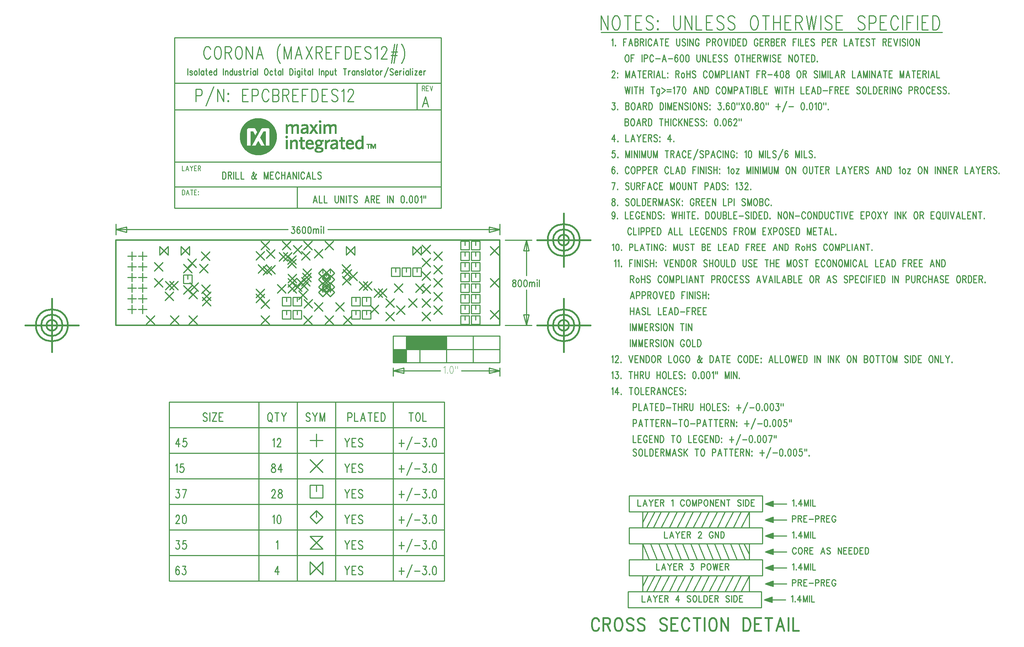
<source format=gbr>
*
*
G04 PADS 9.5 Build Number: 522968 generated Gerber (RS-274-X) file*
G04 PC Version=2.1*
*
%IN "MAXREFDES12_A.pcb"*%
*
%MOIN*%
*
%FSLAX35Y35*%
*
*
*
*
G04 PC Standard Apertures*
*
*
G04 Thermal Relief Aperture macro.*
%AMTER*
1,1,$1,0,0*
1,0,$1-$2,0,0*
21,0,$3,$4,0,0,45*
21,0,$3,$4,0,0,135*
%
*
*
G04 Annular Aperture macro.*
%AMANN*
1,1,$1,0,0*
1,0,$2,0,0*
%
*
*
G04 Odd Aperture macro.*
%AMODD*
1,1,$1,0,0*
1,0,$1-0.005,0,0*
%
*
*
G04 PC Custom Aperture Macros*
*
*
*
*
*
*
G04 PC Aperture Table*
*
%ADD046C,0.015*%
%ADD148C,0.02*%
%ADD172C,0.012*%
%ADD177C,0.01*%
%ADD180C,0.007*%
%ADD185C,0.001*%
%ADD189C,0*%
%ADD239C,0.002*%
%ADD252C,0.009*%
*
*
*
*
G04 PC Circuitry*
G04 Layer Name MAXREFDES12_A.pcb - circuitry*
%LPD*%
*
*
G04 PC Custom Flashes*
G04 Layer Name MAXREFDES12_A.pcb - flashes*
%LPD*%
*
*
G04 PC Circuitry*
G04 Layer Name MAXREFDES12_A.pcb - circuitry*
%LPD*%
*
G54D46*
G01X2042625Y1660125D02*
Y1655125D01*
Y1650125*
Y1690125D02*
Y1660125D01*
X2022625Y1675125D02*
X2017625D01*
X2027625D02*
X2022625D01*
X2042625Y1690125D02*
Y1695125D01*
X2062625Y1675125D02*
X2067625D01*
X2057625D02*
X2062625D01*
X2027625D02*
X2057625D01*
X2047625D02*
G75*
G03X2047625I-5000J0D01*
G01X2057625D02*
G03X2057625I-15000J0D01*
G01X2052625D02*
G03X2052625I-10000J0D01*
G01X2042625Y1695125D02*
Y1700125D01*
Y1580125D02*
Y1575125D01*
Y1570125*
Y1610125D02*
Y1580125D01*
X2022625Y1595125D02*
X2017625D01*
X2027625D02*
X2022625D01*
X2042625Y1610125D02*
Y1615125D01*
X2062625Y1595125D02*
X2067625D01*
X2057625D02*
X2062625D01*
X2027625D02*
X2057625D01*
X2047625D02*
G03X2047625I-5000J0D01*
G01X2057625D02*
G03X2057625I-15000J0D01*
G01X2052625D02*
G03X2052625I-10000J0D01*
G01X2042625Y1615125D02*
Y1620125D01*
X1562625Y1580125D02*
Y1575125D01*
Y1570125*
Y1610125D02*
Y1580125D01*
X1542625Y1595125D02*
X1537625D01*
X1547625D02*
X1542625D01*
X1562625Y1610125D02*
Y1615125D01*
X1582625Y1595125D02*
X1587625D01*
X1577625D02*
X1582625D01*
X1547625D02*
X1577625D01*
X1567625D02*
G03X1567625I-5000J0D01*
G01X1577625D02*
G03X1577625I-15000J0D01*
G01X1572625D02*
G03X1572625I-10000J0D01*
G01X1562625Y1615125D02*
Y1620125D01*
X2075693Y1317625D02*
X2075239Y1318781D01*
X2074330Y1319938*
X2074330D02*
X2073420Y1320516D01*
X2071602*
X2070693Y1319938*
X2070693D02*
X2069784Y1318781D01*
X2069330Y1317625*
X2068875Y1315891*
Y1313000*
X2069330Y1311266*
X2069784Y1310109*
X2070693Y1308953*
X2071602Y1308375*
X2073420*
X2074330Y1308953*
X2075239Y1310109*
X2075693Y1311266*
X2079784Y1320516D02*
Y1308375D01*
Y1320516D02*
X2083875D01*
X2085239Y1319938*
X2085239D02*
X2085693Y1319359D01*
X2086148Y1318203*
Y1317047*
X2085693Y1315891*
X2085239Y1315313*
X2085239D02*
X2083875Y1314734D01*
X2079784*
X2082966D02*
X2086148Y1308375D01*
X2092966Y1320516D02*
X2092057Y1319938D01*
X2092057D02*
X2091148Y1318781D01*
X2090693Y1317625*
X2090239Y1315891*
Y1313000*
X2090693Y1311266*
X2091148Y1310109*
X2092057Y1308953*
X2092966Y1308375*
X2094784*
X2095693Y1308953*
X2096602Y1310109*
X2097057Y1311266*
X2097511Y1313000*
Y1315891*
X2097057Y1317625*
X2096602Y1318781*
X2095693Y1319938*
X2095693D02*
X2094784Y1320516D01*
X2092966*
X2107966Y1318781D02*
X2107057Y1319938D01*
X2107057D02*
X2105693Y1320516D01*
X2103875*
X2102511Y1319938*
X2102511D02*
X2101602Y1318781D01*
Y1317625*
X2102057Y1316469*
X2102511Y1315891*
X2103420Y1315313*
X2103420D02*
X2106148Y1314156D01*
X2107057Y1313578*
X2107511Y1313000*
X2107966Y1311844*
Y1310109*
X2107057Y1308953*
X2105693Y1308375*
X2103875*
X2102511Y1308953*
X2101602Y1310109*
X2118420Y1318781D02*
X2117511Y1319938D01*
X2117511D02*
X2116148Y1320516D01*
X2114330*
X2112966Y1319938*
X2112966D02*
X2112057Y1318781D01*
Y1317625*
X2112511Y1316469*
X2112966Y1315891*
X2113875Y1315313*
X2113875D02*
X2116602Y1314156D01*
X2117511Y1313578*
X2117966Y1313000*
X2118420Y1311844*
Y1310109*
X2117511Y1308953*
X2116148Y1308375*
X2114330*
X2112966Y1308953*
X2112057Y1310109*
X2139330Y1318781D02*
X2138420Y1319938D01*
X2138420D02*
X2137057Y1320516D01*
X2135239*
X2133875Y1319938*
X2133875D02*
X2132966Y1318781D01*
Y1317625*
X2133420Y1316469*
X2133875Y1315891*
X2134784Y1315313*
X2134784D02*
X2137511Y1314156D01*
X2138420Y1313578*
X2138875Y1313000*
X2139330Y1311844*
Y1310109*
X2138420Y1308953*
X2137057Y1308375*
X2135239*
X2133875Y1308953*
X2132966Y1310109*
X2143420Y1320516D02*
Y1308375D01*
Y1320516D02*
X2149330D01*
X2143420Y1314734D02*
X2147057D01*
X2143420Y1308375D02*
X2149330D01*
X2160239Y1317625D02*
X2159784Y1318781D01*
X2158875Y1319938*
X2158875D02*
X2157966Y1320516D01*
X2156148*
X2155239Y1319938*
X2155239D02*
X2154330Y1318781D01*
X2153875Y1317625*
X2153420Y1315891*
Y1313000*
X2153875Y1311266*
X2154330Y1310109*
X2155239Y1308953*
X2156148Y1308375*
X2157966*
X2158875Y1308953*
X2159784Y1310109*
X2160239Y1311266*
X2167511Y1320516D02*
Y1308375D01*
X2164330Y1320516D02*
X2170693D01*
X2174784D02*
Y1308375D01*
X2181602Y1320516D02*
X2180693Y1319938D01*
X2180693D02*
X2179784Y1318781D01*
X2179330Y1317625*
X2178875Y1315891*
Y1313000*
X2179330Y1311266*
X2179784Y1310109*
X2180693Y1308953*
X2181602Y1308375*
X2183420*
X2184330Y1308953*
X2185239Y1310109*
X2185693Y1311266*
X2186148Y1313000*
Y1315891*
X2185693Y1317625*
X2185239Y1318781*
X2184330Y1319938*
X2184330D02*
X2183420Y1320516D01*
X2181602*
X2190239D02*
Y1308375D01*
Y1320516D02*
X2196602Y1308375D01*
Y1320516D02*
Y1308375D01*
X2211148Y1320516D02*
Y1308375D01*
Y1320516D02*
X2214330D01*
X2215693Y1319938*
X2215693D02*
X2216602Y1318781D01*
X2217057Y1317625*
X2217511Y1315891*
Y1313000*
X2217057Y1311266*
X2216602Y1310109*
X2215693Y1308953*
X2214330Y1308375*
X2211148*
X2221602Y1320516D02*
Y1308375D01*
Y1320516D02*
X2227511D01*
X2221602Y1314734D02*
X2225239D01*
X2221602Y1308375D02*
X2227511D01*
X2234784Y1320516D02*
Y1308375D01*
X2231602Y1320516D02*
X2237966D01*
X2245693D02*
X2242057Y1308375D01*
X2245693Y1320516D02*
X2249330Y1308375D01*
X2243420Y1312422D02*
X2247966D01*
X2253420Y1320516D02*
Y1308375D01*
X2257511Y1320516D02*
Y1308375D01*
X2262966*
G54D148*
X2238125Y1426625D02*
Y1428625D01*
X2234125Y1427625*
X2238125Y1426625*
Y1411625D02*
Y1413625D01*
X2234125Y1412625*
X2238125Y1411625*
Y1396625D02*
Y1398625D01*
X2234125Y1397625*
X2238125Y1396625*
Y1381625D02*
Y1383625D01*
X2234125Y1382625*
X2238125Y1381625*
Y1366625D02*
Y1368625D01*
X2234125Y1367625*
X2238125Y1366625*
Y1351625D02*
Y1353625D01*
X2234125Y1352625*
X2238125Y1351625*
X2237125Y1336625D02*
Y1338625D01*
X2233125Y1337625*
X2237125Y1336625*
G54D172*
X1622625Y1595125D02*
Y1675125D01*
X1982625*
Y1595125*
X1622625*
G54D177*
X1838625Y1661125D02*
X1846625Y1669125D01*
Y1661125*
X1838625Y1669125*
Y1661125*
X1663625D02*
X1671625Y1669125D01*
Y1661125*
X1663625Y1669125*
Y1661125*
X1881125Y1641125D02*
X1889125D01*
Y1649125*
X1881125*
Y1641125*
X1885125Y1645125D02*
Y1649125D01*
X1891125Y1641125D02*
X1899125D01*
Y1649125*
X1891125*
Y1641125*
X1895125Y1645125D02*
Y1649125D01*
X1901125Y1641125D02*
X1909125D01*
Y1649125*
X1901125*
Y1641125*
X1905125Y1645125D02*
Y1649125D01*
X1643625Y1660125D02*
X1651625D01*
X1647625Y1656125D02*
Y1664125D01*
X1643625Y1650125D02*
X1651625D01*
X1647625Y1646125D02*
Y1654125D01*
X1643625Y1640125D02*
X1651625D01*
X1647625Y1636125D02*
Y1644125D01*
X1643625Y1630125D02*
X1651625D01*
X1647625Y1626125D02*
Y1634125D01*
X1643625Y1620125D02*
X1651625D01*
X1647625Y1616125D02*
Y1624125D01*
X1643625Y1610125D02*
X1651625D01*
X1647625Y1606125D02*
Y1614125D01*
X1633625Y1660125D02*
X1641625D01*
X1637625Y1656125D02*
Y1664125D01*
X1633625Y1650125D02*
X1641625D01*
X1637625Y1646125D02*
Y1654125D01*
X1633625Y1640125D02*
X1641625D01*
X1637625Y1636125D02*
Y1644125D01*
X1633625Y1630125D02*
X1641625D01*
X1637625Y1626125D02*
Y1634125D01*
X1633625Y1620125D02*
X1641625D01*
X1637625Y1616125D02*
Y1624125D01*
X1633625Y1610125D02*
X1641625D01*
X1637625Y1606125D02*
Y1614125D01*
X1683625Y1661125D02*
X1691625Y1669125D01*
Y1661125*
X1683625Y1669125*
Y1661125*
X1686125Y1634625D02*
X1694125D01*
Y1642625*
X1686125*
Y1634625*
X1690125Y1638625D02*
Y1642625D01*
X1843625Y1601125D02*
X1851625D01*
Y1609125*
X1843625*
Y1601125*
X1847625Y1605125D02*
Y1609125D01*
X1853625Y1601125D02*
X1861625D01*
Y1609125*
X1853625*
Y1601125*
X1857625Y1605125D02*
Y1609125D01*
X1843625Y1613625D02*
X1851625D01*
Y1621625*
X1843625*
Y1613625*
X1847625Y1617625D02*
Y1621625D01*
X1853625Y1613625D02*
X1861625D01*
Y1621625*
X1853625*
Y1613625*
X1857625Y1617625D02*
Y1621625D01*
X1788625Y1613625D02*
X1796625D01*
Y1621625*
X1788625*
Y1613625*
X1792625Y1617625D02*
Y1621625D01*
X1778625Y1613625D02*
X1786625D01*
Y1621625*
X1778625*
Y1613625*
X1782625Y1617625D02*
Y1621625D01*
X1788625Y1601125D02*
X1796625D01*
Y1609125*
X1788625*
Y1601125*
X1792625Y1605125D02*
Y1609125D01*
X1778625Y1601125D02*
X1786625D01*
Y1609125*
X1778625*
Y1601125*
X1782625Y1605125D02*
Y1609125D01*
X1901125Y1661125D02*
X1909125Y1669125D01*
Y1661125*
X1901125Y1669125*
Y1661125*
X1956125Y1596125D02*
X1964125D01*
Y1604125*
X1956125*
Y1596125*
X1960125Y1600125D02*
Y1604125D01*
X1946125Y1596125D02*
X1954125D01*
Y1604125*
X1946125*
Y1596125*
X1950125Y1600125D02*
Y1604125D01*
X1956125Y1606125D02*
X1964125D01*
Y1614125*
X1956125*
Y1606125*
X1960125Y1610125D02*
Y1614125D01*
X1946125Y1606125D02*
X1954125D01*
Y1614125*
X1946125*
Y1606125*
X1950125Y1610125D02*
Y1614125D01*
X1956125Y1616125D02*
X1964125D01*
Y1624125*
X1956125*
Y1616125*
X1960125Y1620125D02*
Y1624125D01*
X1946125Y1616125D02*
X1954125D01*
Y1624125*
X1946125*
Y1616125*
X1950125Y1620125D02*
Y1624125D01*
X1956125Y1626125D02*
X1964125D01*
Y1634125*
X1956125*
Y1626125*
X1960125Y1630125D02*
Y1634125D01*
X1946125Y1626125D02*
X1954125D01*
Y1634125*
X1946125*
Y1626125*
X1950125Y1630125D02*
Y1634125D01*
X1956125Y1636125D02*
X1964125D01*
Y1644125*
X1956125*
Y1636125*
X1960125Y1640125D02*
Y1644125D01*
X1946125Y1636125D02*
X1954125D01*
Y1644125*
X1946125*
Y1636125*
X1950125Y1640125D02*
Y1644125D01*
X1956125Y1646125D02*
X1964125D01*
Y1654125*
X1956125*
Y1646125*
X1960125Y1650125D02*
Y1654125D01*
X1946125Y1646125D02*
X1954125D01*
Y1654125*
X1946125*
Y1646125*
X1950125Y1650125D02*
Y1654125D01*
X1956125Y1656125D02*
X1964125D01*
Y1664125*
X1956125*
Y1656125*
X1960125Y1660125D02*
Y1664125D01*
X1946125Y1656125D02*
X1954125D01*
Y1664125*
X1946125*
Y1656125*
X1950125Y1660125D02*
Y1664125D01*
X1956125Y1666125D02*
X1964125D01*
Y1674125*
X1956125*
Y1666125*
X1960125Y1670125D02*
Y1674125D01*
X1946125Y1666125D02*
X1954125D01*
Y1674125*
X1946125*
Y1666125*
X1950125Y1670125D02*
Y1674125D01*
X1816125Y1631125D02*
X1824125D01*
X1816125Y1639125*
X1824125*
X1816125Y1631125*
X1823625Y1622125D02*
X1827625Y1626125D01*
X1823625Y1630125*
X1819625Y1626125*
X1823625Y1622125*
Y1626125D02*
Y1630125D01*
X1816625Y1622125D02*
X1820625Y1626125D01*
X1816625Y1630125*
X1812625Y1626125*
X1816625Y1622125*
Y1626125D02*
Y1630125D01*
X1823625Y1627125D02*
X1827625Y1631125D01*
X1823625Y1635125*
X1819625Y1631125*
X1823625Y1627125*
Y1631125D02*
Y1635125D01*
X1816625Y1627125D02*
X1820625Y1631125D01*
X1816625Y1635125*
X1812625Y1631125*
X1816625Y1627125*
Y1631125D02*
Y1635125D01*
X1823625Y1634125D02*
X1827625Y1638125D01*
X1823625Y1642125*
X1819625Y1638125*
X1823625Y1634125*
Y1638125D02*
Y1642125D01*
X1816625Y1634125D02*
X1820625Y1638125D01*
X1816625Y1642125*
X1812625Y1638125*
X1816625Y1634125*
Y1638125D02*
Y1642125D01*
X1823625Y1640125D02*
X1827625Y1644125D01*
X1823625Y1648125*
X1819625Y1644125*
X1823625Y1640125*
Y1644125D02*
Y1648125D01*
X1816625Y1640125D02*
X1820625Y1644125D01*
X1816625Y1648125*
X1812625Y1644125*
X1816625Y1640125*
Y1644125D02*
Y1648125D01*
X1820125Y1625125D02*
X1824125Y1629125D01*
X1820125Y1633125*
X1816125Y1629125*
X1820125Y1625125*
Y1629125D02*
Y1633125D01*
Y1637125D02*
X1824125Y1641125D01*
X1820125Y1645125*
X1816125Y1641125*
X1820125Y1637125*
Y1641125D02*
Y1645125D01*
X1651125Y1596125D02*
X1659125Y1604125D01*
X1651125D02*
X1659125Y1596125D01*
X1673625D02*
X1681625Y1604125D01*
X1673625D02*
X1681625Y1596125D01*
X1691125D02*
X1699125Y1604125D01*
X1691125D02*
X1699125Y1596125D01*
X1758625Y1611125D02*
X1766625Y1619125D01*
X1758625D02*
X1766625Y1611125D01*
X1758625Y1596125D02*
X1766625Y1604125D01*
X1758625D02*
X1766625Y1596125D01*
X1798625D02*
X1806625Y1604125D01*
X1798625D02*
X1806625Y1596125D01*
X1799125Y1611625D02*
X1807125Y1619625D01*
X1799125D02*
X1807125Y1611625D01*
X1808625Y1608625D02*
X1816625Y1616625D01*
X1808625D02*
X1816625Y1608625D01*
X1836125Y1596125D02*
X1844125Y1604125D01*
X1836125D02*
X1844125Y1596125D01*
X1818625D02*
X1826625Y1604125D01*
X1818625D02*
X1826625Y1596125D01*
X1828625Y1608625D02*
X1836625Y1616625D01*
X1828625D02*
X1836625Y1608625D01*
X1861125Y1606125D02*
X1869125Y1614125D01*
X1861125D02*
X1869125Y1606125D01*
X1875625Y1599625D02*
X1883625Y1607625D01*
X1875625D02*
X1883625Y1599625D01*
X1875625Y1612125D02*
X1883625Y1620125D01*
X1875625D02*
X1883625Y1612125D01*
X1909625Y1599625D02*
X1917625Y1607625D01*
X1909625D02*
X1917625Y1599625D01*
X1885625Y1605625D02*
X1893625Y1613625D01*
X1885625D02*
X1893625Y1605625D01*
X1920625D02*
X1928625Y1613625D01*
X1920625D02*
X1928625Y1605625D01*
X1909625Y1612125D02*
X1917625Y1620125D01*
X1909625D02*
X1917625Y1612125D01*
X1897125D02*
X1905125Y1620125D01*
X1897125D02*
X1905125Y1612125D01*
X1973625Y1601125D02*
X1981625Y1609125D01*
X1973625D02*
X1981625Y1601125D01*
X1668625Y1618625D02*
X1676625Y1626625D01*
X1668625D02*
X1676625Y1618625D01*
X1658625Y1631125D02*
X1666625Y1639125D01*
X1658625D02*
X1666625Y1631125D01*
X1669125Y1628625D02*
X1677125Y1636625D01*
X1669125D02*
X1677125Y1628625D01*
X1658625Y1646125D02*
X1666625Y1654125D01*
X1658625D02*
X1666625Y1646125D01*
X1673125Y1628625D02*
X1681125Y1636625D01*
X1673125D02*
X1681125Y1628625D01*
X1686125Y1624625D02*
X1694125Y1632625D01*
X1686125D02*
X1694125Y1624625D01*
X1686125Y1644625D02*
X1694125Y1652625D01*
X1686125D02*
X1694125Y1644625D01*
X1703625Y1618625D02*
X1711625Y1626625D01*
X1703625D02*
X1711625Y1618625D01*
X1703625Y1613625D02*
X1711625Y1621625D01*
X1703625D02*
X1711625Y1613625D01*
X1691125Y1620125D02*
X1699125Y1628125D01*
X1691125D02*
X1699125Y1620125D01*
X1692125Y1627125D02*
X1700125Y1635125D01*
X1692125D02*
X1700125Y1627125D01*
X1690125Y1649625D02*
X1698125Y1657625D01*
X1690125D02*
X1698125Y1649625D01*
X1701125Y1644625D02*
X1709125Y1652625D01*
X1701125D02*
X1709125Y1644625D01*
X1703125Y1625125D02*
X1711125Y1633125D01*
X1703125D02*
X1711125Y1625125D01*
X1754125Y1616625D02*
X1762125Y1624625D01*
X1754125D02*
X1762125Y1616625D01*
X1756125Y1644125D02*
X1764125Y1652125D01*
X1756125D02*
X1764125Y1644125D01*
X1760625Y1642625D02*
X1768625Y1650625D01*
X1760625D02*
X1768625Y1642625D01*
X1754125Y1621125D02*
X1762125Y1629125D01*
X1754125D02*
X1762125Y1621125D01*
X1784125Y1635125D02*
X1792125Y1643125D01*
X1784125D02*
X1792125Y1635125D01*
X1784125Y1631125D02*
X1792125Y1639125D01*
X1784125D02*
X1792125Y1631125D01*
X1797625Y1636125D02*
X1805625Y1644125D01*
X1797625D02*
X1805625Y1636125D01*
X1789125Y1627125D02*
X1797125Y1635125D01*
X1789125D02*
X1797125Y1627125D01*
X1774125Y1625625D02*
X1782125Y1633625D01*
X1774125D02*
X1782125Y1625625D01*
X1784125D02*
X1792125Y1633625D01*
X1784125D02*
X1792125Y1625625D01*
X1796625Y1632125D02*
X1804625Y1640125D01*
X1796625D02*
X1804625Y1632125D01*
X1794125Y1619625D02*
X1802125Y1627625D01*
X1794125D02*
X1802125Y1619625D01*
X1792125Y1631625D02*
X1800125Y1639625D01*
X1792125D02*
X1800125Y1631625D01*
X1764125Y1643625D02*
X1772125Y1651625D01*
X1764125D02*
X1772125Y1643625D01*
X1795125Y1628125D02*
X1803125Y1636125D01*
X1795125D02*
X1803125Y1628125D01*
X1798125Y1640125D02*
X1806125Y1648125D01*
X1798125D02*
X1806125Y1640125D01*
X1783625Y1649125D02*
X1791625Y1657125D01*
X1783625D02*
X1791625Y1649125D01*
X1783625Y1652625D02*
X1791625Y1660625D01*
X1783625D02*
X1791625Y1652625D01*
X1834625Y1644125D02*
X1842625Y1652125D01*
X1834625D02*
X1842625Y1644125D01*
X1835125Y1633125D02*
X1843125Y1641125D01*
X1835125D02*
X1843125Y1633125D01*
X1835625Y1639625D02*
X1843625Y1647625D01*
X1835625D02*
X1843625Y1639625D01*
X1864625Y1621625D02*
X1872625Y1629625D01*
X1864625D02*
X1872625Y1621625D01*
X1850625Y1628125D02*
X1858625Y1636125D01*
X1850625D02*
X1858625Y1628125D01*
X1854625D02*
X1862625Y1636125D01*
X1854625D02*
X1862625Y1628125D01*
X1868625Y1621625D02*
X1876625Y1629625D01*
X1868625D02*
X1876625Y1621625D01*
X1841125Y1637125D02*
X1849125Y1645125D01*
X1841125D02*
X1849125Y1637125D01*
X1883625Y1626125D02*
X1891625Y1634125D01*
X1883625D02*
X1891625Y1626125D01*
X1903625D02*
X1911625Y1634125D01*
X1903625D02*
X1911625Y1626125D01*
X1909625Y1637625D02*
X1917625Y1645625D01*
X1909625D02*
X1917625Y1637625D01*
X1909625Y1650125D02*
X1917625Y1658125D01*
X1909625D02*
X1917625Y1650125D01*
X1920625Y1618125D02*
X1928625Y1626125D01*
X1920625D02*
X1928625Y1618125D01*
X1920625Y1631125D02*
X1928625Y1639125D01*
X1920625D02*
X1928625Y1631125D01*
X1920625Y1643625D02*
X1928625Y1651625D01*
X1920625D02*
X1928625Y1643625D01*
X1909625Y1625125D02*
X1917625Y1633125D01*
X1909625D02*
X1917625Y1625125D01*
X1973625Y1631125D02*
X1981625Y1639125D01*
X1973625D02*
X1981625Y1631125D01*
X1702625Y1656125D02*
X1710625Y1664125D01*
X1702625D02*
X1710625Y1656125D01*
X1754125Y1656625D02*
X1762125Y1664625D01*
X1754125D02*
X1762125Y1656625D01*
X1758625Y1666125D02*
X1766625Y1674125D01*
X1758625D02*
X1766625Y1666125D01*
X1763625Y1658125D02*
X1771625Y1666125D01*
X1763625D02*
X1771625Y1658125D01*
X1798625Y1666125D02*
X1806625Y1674125D01*
X1798625D02*
X1806625Y1666125D01*
X1778625D02*
X1786625Y1674125D01*
X1778625D02*
X1786625Y1666125D01*
X1789125Y1662125D02*
X1797125Y1670125D01*
X1789125D02*
X1797125Y1662125D01*
X1775625Y1655625D02*
X1783625Y1663625D01*
X1775625D02*
X1783625Y1655625D01*
X1779625D02*
X1787625Y1663625D01*
X1779625D02*
X1787625Y1655625D01*
X1796625Y1656625D02*
X1804625Y1664625D01*
X1796625D02*
X1804625Y1656625D01*
X1808625Y1658625D02*
X1816625Y1666625D01*
X1808625D02*
X1816625Y1658625D01*
X1818625Y1666125D02*
X1826625Y1674125D01*
X1818625D02*
X1826625Y1666125D01*
X1909625Y1662625D02*
X1917625Y1670625D01*
X1909625D02*
X1917625Y1662625D01*
X1920625Y1656125D02*
X1928625Y1664125D01*
X1920625D02*
X1928625Y1656125D01*
X1973625Y1661125D02*
X1981625Y1669125D01*
X1973625D02*
X1981625Y1661125D01*
X1882625Y1560125D02*
X1982625D01*
Y1585125*
X1882625*
Y1560125*
Y1552625D02*
X1927125D01*
X1882625D02*
X1892625Y1555125D01*
Y1550125*
X1882625Y1552625*
X1982625D02*
X1946761D01*
X1982625D02*
X1972625Y1550125D01*
Y1555125*
X1982625Y1552625*
X1882625Y1555125D02*
Y1547625D01*
X1982625Y1555125D02*
Y1547625D01*
X1884625Y1560125D02*
Y1572625D01*
X1885625Y1560125D02*
Y1572625D01*
X1886625D02*
Y1560125D01*
X1887625Y1572625D02*
Y1560125D01*
X1888625Y1572625D02*
Y1560125D01*
X1889625Y1572625D02*
Y1560125D01*
X1890625Y1572625D02*
Y1560125D01*
X1891625Y1572625D02*
Y1560125D01*
X1892625D02*
Y1572625D01*
X1893625Y1560125D02*
Y1572625D01*
X1896625D02*
Y1585125D01*
X1897625Y1572625D02*
Y1585125D01*
X1898625D02*
Y1572625D01*
X1899625Y1585125D02*
Y1572625D01*
X1900625Y1585125D02*
Y1572625D01*
X1901625Y1585125D02*
Y1572625D01*
X1902625Y1585125D02*
Y1572625D01*
X1903625Y1585125D02*
Y1572625D01*
X1904625D02*
Y1585125D01*
X1905625Y1572625D02*
Y1585125D01*
X1895125Y1560125D02*
Y1585125D01*
X1907625Y1560125D02*
Y1585125D01*
X1882625Y1572625D02*
X1982625D01*
X1957625Y1560125D02*
Y1585125D01*
X1932625Y1560125D02*
Y1585125D01*
X1883625Y1560125D02*
Y1572625D01*
X1894125Y1560125D02*
Y1572625D01*
X1896125D02*
Y1585125D01*
X1906625Y1572625D02*
Y1585125D01*
X1909625Y1572625D02*
Y1585125D01*
X1908625Y1572625D02*
Y1585125D01*
X1910625Y1572625D02*
Y1585125D01*
X1911625D02*
Y1572625D01*
X1912625Y1585125D02*
Y1572625D01*
X1913625Y1585125D02*
Y1572625D01*
X1914625Y1585125D02*
Y1572625D01*
X1915625Y1585125D02*
Y1572625D01*
X1917625D02*
Y1585125D01*
X1916625D02*
Y1572625D01*
X1918625D02*
Y1585125D01*
X1919625Y1572625D02*
Y1585125D01*
X1921625Y1572625D02*
Y1585125D01*
X1920625Y1572625D02*
Y1585125D01*
X1922625Y1572625D02*
Y1585125D01*
X1923625D02*
Y1572625D01*
X1924625Y1585125D02*
Y1572625D01*
X1925625Y1585125D02*
Y1572625D01*
X1926625Y1585125D02*
Y1572625D01*
X1927625Y1585125D02*
Y1572625D01*
X1928625Y1585125D02*
Y1572625D01*
X1929625D02*
Y1585125D01*
X1930625Y1572625D02*
Y1585125D01*
X1931625Y1572625D02*
Y1585125D01*
X1982625Y1685125D02*
X1821193D01*
X1982625D02*
X1972625Y1682625D01*
Y1687625*
X1982625Y1685125*
X1622625D02*
X1784057D01*
X1622625D02*
X1632625Y1687625D01*
Y1682625*
X1622625Y1685125*
X1982625Y1680125D02*
Y1690125D01*
X1622625Y1680125D02*
Y1690125D01*
X1787511Y1687938D02*
X1790011D01*
X1790011D02*
X1788648Y1685438D01*
X1788648D02*
X1789330D01*
X1789330D02*
X1789784Y1685125D01*
X1790011Y1684813*
X1790011D02*
X1790239Y1683875D01*
Y1683250*
X1790011Y1682313*
X1790011D02*
X1789557Y1681688D01*
X1789557D02*
X1788875Y1681375D01*
X1788193*
X1787511Y1681688*
X1787511D02*
X1787284Y1682000D01*
X1787057Y1682625*
X1795011Y1687000D02*
X1794784Y1687625D01*
X1794102Y1687938*
X1794102D02*
X1793648D01*
X1793648D02*
X1792966Y1687625D01*
X1792511Y1686688*
X1792511D02*
X1792284Y1685125D01*
Y1683563*
X1792284D02*
X1792511Y1682313D01*
X1792511D02*
X1792966Y1681688D01*
X1792966D02*
X1793648Y1681375D01*
X1793875*
X1794557Y1681688*
X1794557D02*
X1795011Y1682313D01*
X1795011D02*
X1795239Y1683250D01*
Y1683563*
X1795239D02*
X1795011Y1684500D01*
X1794557Y1685125*
X1793875Y1685438*
X1793875D02*
X1793648D01*
X1793648D02*
X1792966Y1685125D01*
X1792511Y1684500*
X1792284Y1683563*
X1798648Y1687938D02*
X1797966Y1687625D01*
X1797511Y1686688*
X1797511D02*
X1797284Y1685125D01*
Y1684188*
X1797284D02*
X1797511Y1682625D01*
X1797966Y1681688*
X1797966D02*
X1798648Y1681375D01*
X1799102*
X1799784Y1681688*
X1799784D02*
X1800239Y1682625D01*
X1800466Y1684188*
X1800466D02*
Y1685125D01*
X1800239Y1686688*
X1800239D02*
X1799784Y1687625D01*
X1799102Y1687938*
X1799102D02*
X1798648D01*
X1803875D02*
X1803193Y1687625D01*
X1802739Y1686688*
X1802739D02*
X1802511Y1685125D01*
Y1684188*
X1802511D02*
X1802739Y1682625D01*
X1803193Y1681688*
X1803193D02*
X1803875Y1681375D01*
X1804330*
X1805011Y1681688*
X1805011D02*
X1805466Y1682625D01*
X1805693Y1684188*
X1805693D02*
Y1685125D01*
X1805466Y1686688*
X1805466D02*
X1805011Y1687625D01*
X1804330Y1687938*
X1804330D02*
X1803875D01*
X1807739Y1685750D02*
Y1681375D01*
Y1684500D02*
X1808420Y1685438D01*
X1808420D02*
X1808875Y1685750D01*
X1809557*
X1810011Y1685438*
X1810011D02*
X1810239Y1684500D01*
Y1681375*
Y1684500D02*
X1810920Y1685438D01*
X1810920D02*
X1811375Y1685750D01*
X1812057*
X1812511Y1685438*
X1812511D02*
X1812739Y1684500D01*
Y1681375*
X1814784Y1687938D02*
X1815011Y1687625D01*
X1815239Y1687938*
X1815239D02*
X1815011Y1688250D01*
X1814784Y1687938*
X1815011Y1685750D02*
Y1681375D01*
X1817284Y1687938D02*
Y1681375D01*
X2007625Y1595125D02*
Y1628375D01*
Y1595125D02*
X2005125Y1605125D01*
X2010125*
X2007625Y1595125*
Y1675125D02*
Y1641875D01*
Y1675125D02*
X2010125Y1665125D01*
X2005125*
X2007625Y1675125*
X1987625Y1595125D02*
X2012625D01*
X1987625Y1675125D02*
X2012625D01*
X1995693Y1637938D02*
X1995011Y1637625D01*
X1994784Y1637000*
Y1636375*
X1995011Y1635750*
X1995466Y1635438*
X1995466D02*
X1996375Y1635125D01*
X1997057Y1634813*
X1997057D02*
X1997511Y1634188D01*
X1997511D02*
X1997739Y1633563D01*
X1997739D02*
Y1632625D01*
X1997511Y1632000*
X1997284Y1631688*
X1997284D02*
X1996602Y1631375D01*
X1995693*
X1995011Y1631688*
X1995011D02*
X1994784Y1632000D01*
X1994557Y1632625*
Y1633563*
X1994557D02*
X1994784Y1634188D01*
X1994784D02*
X1995239Y1634813D01*
X1995239D02*
X1995920Y1635125D01*
X1996830Y1635438*
X1996830D02*
X1997284Y1635750D01*
X1997511Y1636375*
Y1637000*
X1997284Y1637625*
X1996602Y1637938*
X1996602D02*
X1995693D01*
X2001148D02*
X2000466Y1637625D01*
X2000011Y1636688*
X2000011D02*
X1999784Y1635125D01*
Y1634188*
X1999784D02*
X2000011Y1632625D01*
X2000466Y1631688*
X2000466D02*
X2001148Y1631375D01*
X2001602*
X2002284Y1631688*
X2002284D02*
X2002739Y1632625D01*
X2002966Y1634188*
X2002966D02*
Y1635125D01*
X2002739Y1636688*
X2002739D02*
X2002284Y1637625D01*
X2001602Y1637938*
X2001602D02*
X2001148D01*
X2006375D02*
X2005693Y1637625D01*
X2005239Y1636688*
X2005239D02*
X2005011Y1635125D01*
Y1634188*
X2005011D02*
X2005239Y1632625D01*
X2005693Y1631688*
X2005693D02*
X2006375Y1631375D01*
X2006830*
X2007511Y1631688*
X2007511D02*
X2007966Y1632625D01*
X2008193Y1634188*
X2008193D02*
Y1635125D01*
X2007966Y1636688*
X2007966D02*
X2007511Y1637625D01*
X2006830Y1637938*
X2006830D02*
X2006375D01*
X2010239Y1635750D02*
Y1631375D01*
Y1634500D02*
X2010920Y1635438D01*
X2010920D02*
X2011375Y1635750D01*
X2012057*
X2012511Y1635438*
X2012511D02*
X2012739Y1634500D01*
Y1631375*
Y1634500D02*
X2013420Y1635438D01*
X2013420D02*
X2013875Y1635750D01*
X2014557*
X2015011Y1635438*
X2015011D02*
X2015239Y1634500D01*
Y1631375*
X2017284Y1637938D02*
X2017511Y1637625D01*
X2017739Y1637938*
X2017739D02*
X2017511Y1638250D01*
X2017284Y1637938*
X2017511Y1635750D02*
Y1631375D01*
X2019784Y1637938D02*
Y1631375D01*
X2077625Y1870125D02*
X2397625D01*
X2090125Y1655438D02*
X2090580Y1655750D01*
X2091261Y1656688*
X2091261D02*
Y1650125D01*
X2093307Y1655438D02*
X2093761Y1655750D01*
X2094443Y1656688*
X2094443D02*
Y1650125D01*
X2096716Y1650750D02*
X2096489Y1650438D01*
X2096489D02*
X2096716Y1650125D01*
X2096943Y1650438*
X2096943D02*
X2096716Y1650750D01*
X2104216Y1656688D02*
Y1650125D01*
Y1656688D02*
X2107170D01*
X2104216Y1653563D02*
X2106034D01*
X2109216Y1656688D02*
Y1650125D01*
X2111261Y1656688D02*
Y1650125D01*
Y1656688D02*
X2114443Y1650125D01*
Y1656688D02*
Y1650125D01*
X2116489Y1656688D02*
Y1650125D01*
X2121716Y1655750D02*
X2121261Y1656375D01*
X2120580Y1656688*
X2120580D02*
X2119670D01*
X2119670D02*
X2118989Y1656375D01*
X2118534Y1655750*
Y1655125*
X2118761Y1654500*
X2118989Y1654188*
X2118989D02*
X2119443Y1653875D01*
X2120807Y1653250*
X2121261Y1652938*
X2121261D02*
X2121489Y1652625D01*
X2121716Y1652000*
Y1651063*
X2121716D02*
X2121261Y1650438D01*
X2121261D02*
X2120580Y1650125D01*
X2119670*
X2118989Y1650438*
X2118989D02*
X2118534Y1651063D01*
X2123761Y1656688D02*
Y1650125D01*
X2126943Y1656688D02*
Y1650125D01*
X2123761Y1653563D02*
X2126943D01*
X2129216Y1654500D02*
X2128989Y1654188D01*
X2128989D02*
X2129216Y1653875D01*
X2129443Y1654188*
X2129443D02*
X2129216Y1654500D01*
Y1650750D02*
X2128989Y1650438D01*
X2128989D02*
X2129216Y1650125D01*
X2129443Y1650438*
X2129443D02*
X2129216Y1650750D01*
X2136716Y1656688D02*
X2138534Y1650125D01*
X2140352Y1656688D02*
X2138534Y1650125D01*
X2142398Y1656688D02*
Y1650125D01*
Y1656688D02*
X2145352D01*
X2142398Y1653563D02*
X2144216D01*
X2142398Y1650125D02*
X2145352D01*
X2147398Y1656688D02*
Y1650125D01*
Y1656688D02*
X2150580Y1650125D01*
Y1656688D02*
Y1650125D01*
X2152625Y1656688D02*
Y1650125D01*
Y1656688D02*
X2154216D01*
X2154216D02*
X2154898Y1656375D01*
X2155352Y1655750*
X2155580Y1655125*
X2155807Y1654188*
X2155807D02*
Y1652625D01*
X2155580Y1651688*
X2155580D02*
X2155352Y1651063D01*
X2155352D02*
X2154898Y1650438D01*
X2154898D02*
X2154216Y1650125D01*
X2152625*
X2159216Y1656688D02*
X2158761Y1656375D01*
X2158307Y1655750*
X2158080Y1655125*
X2157852Y1654188*
X2157852D02*
Y1652625D01*
X2158080Y1651688*
X2158080D02*
X2158307Y1651063D01*
X2158307D02*
X2158761Y1650438D01*
X2158761D02*
X2159216Y1650125D01*
X2160125*
X2160580Y1650438*
X2160580D02*
X2161034Y1651063D01*
X2161034D02*
X2161261Y1651688D01*
X2161261D02*
X2161489Y1652625D01*
Y1654188*
X2161489D02*
X2161261Y1655125D01*
X2161034Y1655750*
X2160580Y1656375*
X2160125Y1656688*
X2160125D02*
X2159216D01*
X2163534D02*
Y1650125D01*
Y1656688D02*
X2165580D01*
X2165580D02*
X2166261Y1656375D01*
X2166489Y1656063*
X2166489D02*
X2166716Y1655438D01*
X2166716D02*
Y1654813D01*
X2166716D02*
X2166489Y1654188D01*
X2166489D02*
X2166261Y1653875D01*
X2165580Y1653563*
X2165580D02*
X2163534D01*
X2165125D02*
X2166716Y1650125D01*
X2177170Y1655750D02*
X2176716Y1656375D01*
X2176034Y1656688*
X2176034D02*
X2175125D01*
X2175125D02*
X2174443Y1656375D01*
X2173989Y1655750*
Y1655125*
X2174216Y1654500*
X2174443Y1654188*
X2174443D02*
X2174898Y1653875D01*
X2176261Y1653250*
X2176716Y1652938*
X2176716D02*
X2176943Y1652625D01*
X2177170Y1652000*
Y1651063*
X2177170D02*
X2176716Y1650438D01*
X2176716D02*
X2176034Y1650125D01*
X2175125*
X2174443Y1650438*
X2174443D02*
X2173989Y1651063D01*
X2179216Y1656688D02*
Y1650125D01*
X2182398Y1656688D02*
Y1650125D01*
X2179216Y1653563D02*
X2182398D01*
X2185807Y1656688D02*
X2185352Y1656375D01*
X2184898Y1655750*
X2184670Y1655125*
X2184443Y1654188*
X2184443D02*
Y1652625D01*
X2184670Y1651688*
X2184670D02*
X2184898Y1651063D01*
X2184898D02*
X2185352Y1650438D01*
X2185352D02*
X2185807Y1650125D01*
X2186716*
X2187170Y1650438*
X2187170D02*
X2187625Y1651063D01*
X2187625D02*
X2187852Y1651688D01*
X2187852D02*
X2188080Y1652625D01*
Y1654188*
X2188080D02*
X2187852Y1655125D01*
X2187625Y1655750*
X2187170Y1656375*
X2186716Y1656688*
X2186716D02*
X2185807D01*
X2190125D02*
Y1652000D01*
X2190352Y1651063*
X2190352D02*
X2190807Y1650438D01*
X2190807D02*
X2191489Y1650125D01*
X2191943*
X2192625Y1650438*
X2192625D02*
X2193080Y1651063D01*
X2193080D02*
X2193307Y1652000D01*
Y1656688*
X2195352D02*
Y1650125D01*
X2198080*
X2200125Y1656688D02*
Y1650125D01*
Y1656688D02*
X2201716D01*
X2201716D02*
X2202398Y1656375D01*
X2202852Y1655750*
X2203080Y1655125*
X2203307Y1654188*
X2203307D02*
Y1652625D01*
X2203080Y1651688*
X2203080D02*
X2202852Y1651063D01*
X2202852D02*
X2202398Y1650438D01*
X2202398D02*
X2201716Y1650125D01*
X2200125*
X2210580Y1656688D02*
Y1652000D01*
X2210807Y1651063*
X2210807D02*
X2211261Y1650438D01*
X2211261D02*
X2211943Y1650125D01*
X2212398*
X2213080Y1650438*
X2213080D02*
X2213534Y1651063D01*
X2213534D02*
X2213761Y1652000D01*
Y1656688*
X2218989Y1655750D02*
X2218534Y1656375D01*
X2217852Y1656688*
X2217852D02*
X2216943D01*
X2216943D02*
X2216261Y1656375D01*
X2215807Y1655750*
Y1655125*
X2216034Y1654500*
X2216261Y1654188*
X2216261D02*
X2216716Y1653875D01*
X2218080Y1653250*
X2218534Y1652938*
X2218534D02*
X2218761Y1652625D01*
X2218989Y1652000*
Y1651063*
X2218989D02*
X2218534Y1650438D01*
X2218534D02*
X2217852Y1650125D01*
X2216943*
X2216261Y1650438*
X2216261D02*
X2215807Y1651063D01*
X2221034Y1656688D02*
Y1650125D01*
Y1656688D02*
X2223989D01*
X2221034Y1653563D02*
X2222852D01*
X2221034Y1650125D02*
X2223989D01*
X2232852Y1656688D02*
Y1650125D01*
X2231261Y1656688D02*
X2234443D01*
X2236489D02*
Y1650125D01*
X2239670Y1656688D02*
Y1650125D01*
X2236489Y1653563D02*
X2239670D01*
X2241716Y1656688D02*
Y1650125D01*
Y1656688D02*
X2244670D01*
X2241716Y1653563D02*
X2243534D01*
X2241716Y1650125D02*
X2244670D01*
X2251943Y1656688D02*
Y1650125D01*
Y1656688D02*
X2253761Y1650125D01*
X2255580Y1656688D02*
X2253761Y1650125D01*
X2255580Y1656688D02*
Y1650125D01*
X2258989Y1656688D02*
X2258534Y1656375D01*
X2258080Y1655750*
X2257852Y1655125*
X2257625Y1654188*
X2257625D02*
Y1652625D01*
X2257852Y1651688*
X2257852D02*
X2258080Y1651063D01*
X2258080D02*
X2258534Y1650438D01*
X2258534D02*
X2258989Y1650125D01*
X2259898*
X2260352Y1650438*
X2260352D02*
X2260807Y1651063D01*
X2260807D02*
X2261034Y1651688D01*
X2261034D02*
X2261261Y1652625D01*
Y1654188*
X2261261D02*
X2261034Y1655125D01*
X2260807Y1655750*
X2260352Y1656375*
X2259898Y1656688*
X2259898D02*
X2258989D01*
X2266489Y1655750D02*
X2266034Y1656375D01*
X2265352Y1656688*
X2265352D02*
X2264443D01*
X2264443D02*
X2263761Y1656375D01*
X2263307Y1655750*
Y1655125*
X2263534Y1654500*
X2263761Y1654188*
X2263761D02*
X2264216Y1653875D01*
X2265580Y1653250*
X2266034Y1652938*
X2266034D02*
X2266261Y1652625D01*
X2266489Y1652000*
Y1651063*
X2266489D02*
X2266034Y1650438D01*
X2266034D02*
X2265352Y1650125D01*
X2264443*
X2263761Y1650438*
X2263761D02*
X2263307Y1651063D01*
X2270125Y1656688D02*
Y1650125D01*
X2268534Y1656688D02*
X2271716D01*
X2278989D02*
Y1650125D01*
Y1656688D02*
X2281943D01*
X2278989Y1653563D02*
X2280807D01*
X2278989Y1650125D02*
X2281943D01*
X2287398Y1655125D02*
X2287170Y1655750D01*
X2286716Y1656375*
X2286261Y1656688*
X2286261D02*
X2285352D01*
X2285352D02*
X2284898Y1656375D01*
X2284443Y1655750*
X2284216Y1655125*
X2283989Y1654188*
X2283989D02*
Y1652625D01*
X2284216Y1651688*
X2284216D02*
X2284443Y1651063D01*
X2284443D02*
X2284898Y1650438D01*
X2284898D02*
X2285352Y1650125D01*
X2286261*
X2286716Y1650438*
X2286716D02*
X2287170Y1651063D01*
X2287170D02*
X2287398Y1651688D01*
X2290807Y1656688D02*
X2290352Y1656375D01*
X2289898Y1655750*
X2289670Y1655125*
X2289443Y1654188*
X2289443D02*
Y1652625D01*
X2289670Y1651688*
X2289670D02*
X2289898Y1651063D01*
X2289898D02*
X2290352Y1650438D01*
X2290352D02*
X2290807Y1650125D01*
X2291716*
X2292170Y1650438*
X2292170D02*
X2292625Y1651063D01*
X2292625D02*
X2292852Y1651688D01*
X2292852D02*
X2293080Y1652625D01*
Y1654188*
X2293080D02*
X2292852Y1655125D01*
X2292625Y1655750*
X2292170Y1656375*
X2291716Y1656688*
X2291716D02*
X2290807D01*
X2295125D02*
Y1650125D01*
Y1656688D02*
X2298307Y1650125D01*
Y1656688D02*
Y1650125D01*
X2301716Y1656688D02*
X2301261Y1656375D01*
X2300807Y1655750*
X2300580Y1655125*
X2300352Y1654188*
X2300352D02*
Y1652625D01*
X2300580Y1651688*
X2300580D02*
X2300807Y1651063D01*
X2300807D02*
X2301261Y1650438D01*
X2301261D02*
X2301716Y1650125D01*
X2302625*
X2303080Y1650438*
X2303080D02*
X2303534Y1651063D01*
X2303534D02*
X2303761Y1651688D01*
X2303761D02*
X2303989Y1652625D01*
Y1654188*
X2303989D02*
X2303761Y1655125D01*
X2303534Y1655750*
X2303080Y1656375*
X2302625Y1656688*
X2302625D02*
X2301716D01*
X2306034D02*
Y1650125D01*
Y1656688D02*
X2307852Y1650125D01*
X2309670Y1656688D02*
X2307852Y1650125D01*
X2309670Y1656688D02*
Y1650125D01*
X2311716Y1656688D02*
Y1650125D01*
X2317170Y1655125D02*
X2316943Y1655750D01*
X2316489Y1656375*
X2316034Y1656688*
X2316034D02*
X2315125D01*
X2315125D02*
X2314670Y1656375D01*
X2314216Y1655750*
X2313989Y1655125*
X2313761Y1654188*
X2313761D02*
Y1652625D01*
X2313989Y1651688*
X2313989D02*
X2314216Y1651063D01*
X2314216D02*
X2314670Y1650438D01*
X2314670D02*
X2315125Y1650125D01*
X2316034*
X2316489Y1650438*
X2316489D02*
X2316943Y1651063D01*
X2316943D02*
X2317170Y1651688D01*
X2321034Y1656688D02*
X2319216Y1650125D01*
X2321034Y1656688D02*
X2322852Y1650125D01*
X2319898Y1652313D02*
X2322170D01*
X2324898Y1656688D02*
Y1650125D01*
X2327625*
X2334898Y1656688D02*
Y1650125D01*
X2337625*
X2339670Y1656688D02*
Y1650125D01*
Y1656688D02*
X2342625D01*
X2339670Y1653563D02*
X2341489D01*
X2339670Y1650125D02*
X2342625D01*
X2346489Y1656688D02*
X2344670Y1650125D01*
X2346489Y1656688D02*
X2348307Y1650125D01*
X2345352Y1652313D02*
X2347625D01*
X2350352Y1656688D02*
Y1650125D01*
Y1656688D02*
X2351943D01*
X2351943D02*
X2352625Y1656375D01*
X2353080Y1655750*
X2353307Y1655125*
X2353534Y1654188*
X2353534D02*
Y1652625D01*
X2353307Y1651688*
X2353307D02*
X2353080Y1651063D01*
X2353080D02*
X2352625Y1650438D01*
X2352625D02*
X2351943Y1650125D01*
X2350352*
X2360807Y1656688D02*
Y1650125D01*
Y1656688D02*
X2363761D01*
X2360807Y1653563D02*
X2362625D01*
X2365807Y1656688D02*
Y1650125D01*
Y1656688D02*
X2367852D01*
X2367852D02*
X2368534Y1656375D01*
X2368761Y1656063*
X2368761D02*
X2368989Y1655438D01*
X2368989D02*
Y1654813D01*
X2368989D02*
X2368761Y1654188D01*
X2368761D02*
X2368534Y1653875D01*
X2367852Y1653563*
X2367852D02*
X2365807D01*
X2367398D02*
X2368989Y1650125D01*
X2371034Y1656688D02*
Y1650125D01*
Y1656688D02*
X2373989D01*
X2371034Y1653563D02*
X2372852D01*
X2371034Y1650125D02*
X2373989D01*
X2376034Y1656688D02*
Y1650125D01*
Y1656688D02*
X2378989D01*
X2376034Y1653563D02*
X2377852D01*
X2376034Y1650125D02*
X2378989D01*
X2388080Y1656688D02*
X2386261Y1650125D01*
X2388080Y1656688D02*
X2389898Y1650125D01*
X2386943Y1652313D02*
X2389216D01*
X2391943Y1656688D02*
Y1650125D01*
Y1656688D02*
X2395125Y1650125D01*
Y1656688D02*
Y1650125D01*
X2397170Y1656688D02*
Y1650125D01*
Y1656688D02*
X2398761D01*
X2398761D02*
X2399443Y1656375D01*
X2399898Y1655750*
X2400125Y1655125*
X2400352Y1654188*
X2400352D02*
Y1652625D01*
X2400125Y1651688*
X2400125D02*
X2399898Y1651063D01*
X2399898D02*
X2399443Y1650438D01*
X2399443D02*
X2398761Y1650125D01*
X2397170*
X2105125Y1641688D02*
Y1635125D01*
Y1641688D02*
X2107170D01*
X2107170D02*
X2107852Y1641375D01*
X2108080Y1641063*
X2108080D02*
X2108307Y1640438D01*
X2108307D02*
Y1639813D01*
X2108307D02*
X2108080Y1639188D01*
X2108080D02*
X2107852Y1638875D01*
X2107170Y1638563*
X2107170D02*
X2105125D01*
X2106716D02*
X2108307Y1635125D01*
X2111489Y1639500D02*
X2111034Y1639188D01*
X2111034D02*
X2110580Y1638563D01*
X2110580D02*
X2110352Y1637625D01*
Y1637000*
X2110580Y1636063*
X2110580D02*
X2111034Y1635438D01*
X2111034D02*
X2111489Y1635125D01*
X2112170*
X2112625Y1635438*
X2112625D02*
X2113080Y1636063D01*
X2113080D02*
X2113307Y1637000D01*
Y1637625*
X2113080Y1638563*
X2113080D02*
X2112625Y1639188D01*
X2112625D02*
X2112170Y1639500D01*
X2111489*
X2115352Y1641688D02*
Y1635125D01*
X2118534Y1641688D02*
Y1635125D01*
X2115352Y1638563D02*
X2118534D01*
X2123761Y1640750D02*
X2123307Y1641375D01*
X2122625Y1641688*
X2122625D02*
X2121716D01*
X2121716D02*
X2121034Y1641375D01*
X2120580Y1640750*
Y1640125*
X2120807Y1639500*
X2121034Y1639188*
X2121034D02*
X2121489Y1638875D01*
X2122852Y1638250*
X2123307Y1637938*
X2123307D02*
X2123534Y1637625D01*
X2123761Y1637000*
Y1636063*
X2123761D02*
X2123307Y1635438D01*
X2123307D02*
X2122625Y1635125D01*
X2121716*
X2121034Y1635438*
X2121034D02*
X2120580Y1636063D01*
X2134443Y1640125D02*
X2134216Y1640750D01*
X2133761Y1641375*
X2133307Y1641688*
X2133307D02*
X2132398D01*
X2132398D02*
X2131943Y1641375D01*
X2131489Y1640750*
X2131261Y1640125*
X2131034Y1639188*
X2131034D02*
Y1637625D01*
X2131261Y1636688*
X2131261D02*
X2131489Y1636063D01*
X2131489D02*
X2131943Y1635438D01*
X2131943D02*
X2132398Y1635125D01*
X2133307*
X2133761Y1635438*
X2133761D02*
X2134216Y1636063D01*
X2134216D02*
X2134443Y1636688D01*
X2137852Y1641688D02*
X2137398Y1641375D01*
X2136943Y1640750*
X2136716Y1640125*
X2136489Y1639188*
X2136489D02*
Y1637625D01*
X2136716Y1636688*
X2136716D02*
X2136943Y1636063D01*
X2136943D02*
X2137398Y1635438D01*
X2137398D02*
X2137852Y1635125D01*
X2138761*
X2139216Y1635438*
X2139216D02*
X2139670Y1636063D01*
X2139670D02*
X2139898Y1636688D01*
X2139898D02*
X2140125Y1637625D01*
Y1639188*
X2140125D02*
X2139898Y1640125D01*
X2139670Y1640750*
X2139216Y1641375*
X2138761Y1641688*
X2138761D02*
X2137852D01*
X2142170D02*
Y1635125D01*
Y1641688D02*
X2143989Y1635125D01*
X2145807Y1641688D02*
X2143989Y1635125D01*
X2145807Y1641688D02*
Y1635125D01*
X2147852Y1641688D02*
Y1635125D01*
Y1641688D02*
X2149898D01*
X2149898D02*
X2150580Y1641375D01*
X2150807Y1641063*
X2150807D02*
X2151034Y1640438D01*
X2151034D02*
Y1639500D01*
X2150807Y1638875*
X2150580Y1638563*
X2150580D02*
X2149898Y1638250D01*
X2147852*
X2153080Y1641688D02*
Y1635125D01*
X2155807*
X2157852Y1641688D02*
Y1635125D01*
X2161716Y1641688D02*
X2159898Y1635125D01*
X2161716Y1641688D02*
X2163534Y1635125D01*
X2160580Y1637313D02*
X2162852D01*
X2165580Y1641688D02*
Y1635125D01*
Y1641688D02*
X2168761Y1635125D01*
Y1641688D02*
Y1635125D01*
X2172398Y1641688D02*
Y1635125D01*
X2170807Y1641688D02*
X2173989D01*
X2181261D02*
Y1635125D01*
Y1641688D02*
X2183307D01*
X2183307D02*
X2183989Y1641375D01*
X2184216Y1641063*
X2184216D02*
X2184443Y1640438D01*
X2184443D02*
Y1639500D01*
X2184216Y1638875*
X2183989Y1638563*
X2183989D02*
X2183307Y1638250D01*
X2181261*
X2186489Y1641688D02*
Y1635125D01*
Y1641688D02*
X2188534D01*
X2188534D02*
X2189216Y1641375D01*
X2189443Y1641063*
X2189443D02*
X2189670Y1640438D01*
X2189670D02*
Y1639813D01*
X2189670D02*
X2189443Y1639188D01*
X2189443D02*
X2189216Y1638875D01*
X2188534Y1638563*
X2188534D02*
X2186489D01*
X2188080D02*
X2189670Y1635125D01*
X2193080Y1641688D02*
X2192625Y1641375D01*
X2192170Y1640750*
X2191943Y1640125*
X2191716Y1639188*
X2191716D02*
Y1637625D01*
X2191943Y1636688*
X2191943D02*
X2192170Y1636063D01*
X2192170D02*
X2192625Y1635438D01*
X2192625D02*
X2193080Y1635125D01*
X2193989*
X2194443Y1635438*
X2194443D02*
X2194898Y1636063D01*
X2194898D02*
X2195125Y1636688D01*
X2195125D02*
X2195352Y1637625D01*
Y1639188*
X2195352D02*
X2195125Y1640125D01*
X2194898Y1640750*
X2194443Y1641375*
X2193989Y1641688*
X2193989D02*
X2193080D01*
X2200807Y1640125D02*
X2200580Y1640750D01*
X2200125Y1641375*
X2199670Y1641688*
X2199670D02*
X2198761D01*
X2198761D02*
X2198307Y1641375D01*
X2197852Y1640750*
X2197625Y1640125*
X2197398Y1639188*
X2197398D02*
Y1637625D01*
X2197625Y1636688*
X2197625D02*
X2197852Y1636063D01*
X2197852D02*
X2198307Y1635438D01*
X2198307D02*
X2198761Y1635125D01*
X2199670*
X2200125Y1635438*
X2200125D02*
X2200580Y1636063D01*
X2200580D02*
X2200807Y1636688D01*
X2202852Y1641688D02*
Y1635125D01*
Y1641688D02*
X2205807D01*
X2202852Y1638563D02*
X2204670D01*
X2202852Y1635125D02*
X2205807D01*
X2211034Y1640750D02*
X2210580Y1641375D01*
X2209898Y1641688*
X2209898D02*
X2208989D01*
X2208989D02*
X2208307Y1641375D01*
X2207852Y1640750*
Y1640125*
X2208080Y1639500*
X2208307Y1639188*
X2208307D02*
X2208761Y1638875D01*
X2210125Y1638250*
X2210580Y1637938*
X2210580D02*
X2210807Y1637625D01*
X2211034Y1637000*
Y1636063*
X2211034D02*
X2210580Y1635438D01*
X2210580D02*
X2209898Y1635125D01*
X2208989*
X2208307Y1635438*
X2208307D02*
X2207852Y1636063D01*
X2216261Y1640750D02*
X2215807Y1641375D01*
X2215125Y1641688*
X2215125D02*
X2214216D01*
X2214216D02*
X2213534Y1641375D01*
X2213080Y1640750*
Y1640125*
X2213307Y1639500*
X2213534Y1639188*
X2213534D02*
X2213989Y1638875D01*
X2215352Y1638250*
X2215807Y1637938*
X2215807D02*
X2216034Y1637625D01*
X2216261Y1637000*
Y1636063*
X2216261D02*
X2215807Y1635438D01*
X2215807D02*
X2215125Y1635125D01*
X2214216*
X2213534Y1635438*
X2213534D02*
X2213080Y1636063D01*
X2225352Y1641688D02*
X2223534Y1635125D01*
X2225352Y1641688D02*
X2227170Y1635125D01*
X2224216Y1637313D02*
X2226489D01*
X2229216Y1641688D02*
X2231034Y1635125D01*
X2232852Y1641688D02*
X2231034Y1635125D01*
X2236716Y1641688D02*
X2234898Y1635125D01*
X2236716Y1641688D02*
X2238534Y1635125D01*
X2235580Y1637313D02*
X2237852D01*
X2240580Y1641688D02*
Y1635125D01*
X2242625Y1641688D02*
Y1635125D01*
X2245352*
X2249216Y1641688D02*
X2247398Y1635125D01*
X2249216Y1641688D02*
X2251034Y1635125D01*
X2248080Y1637313D02*
X2250352D01*
X2253080Y1641688D02*
Y1635125D01*
Y1641688D02*
X2255125D01*
X2255125D02*
X2255807Y1641375D01*
X2256034Y1641063*
X2256034D02*
X2256261Y1640438D01*
X2256261D02*
Y1639813D01*
X2256261D02*
X2256034Y1639188D01*
X2256034D02*
X2255807Y1638875D01*
X2255125Y1638563*
X2253080D02*
X2255125D01*
X2255125D02*
X2255807Y1638250D01*
X2256034Y1637938*
X2256034D02*
X2256261Y1637313D01*
X2256261D02*
Y1636375D01*
X2256034Y1635750*
X2255807Y1635438*
X2255807D02*
X2255125Y1635125D01*
X2253080*
X2258307Y1641688D02*
Y1635125D01*
X2261034*
X2263080Y1641688D02*
Y1635125D01*
Y1641688D02*
X2266034D01*
X2263080Y1638563D02*
X2264898D01*
X2263080Y1635125D02*
X2266034D01*
X2274670Y1641688D02*
X2274216Y1641375D01*
X2273761Y1640750*
X2273534Y1640125*
X2273307Y1639188*
X2273307D02*
Y1637625D01*
X2273534Y1636688*
X2273534D02*
X2273761Y1636063D01*
X2273761D02*
X2274216Y1635438D01*
X2274216D02*
X2274670Y1635125D01*
X2275580*
X2276034Y1635438*
X2276034D02*
X2276489Y1636063D01*
X2276489D02*
X2276716Y1636688D01*
X2276716D02*
X2276943Y1637625D01*
Y1639188*
X2276943D02*
X2276716Y1640125D01*
X2276489Y1640750*
X2276034Y1641375*
X2275580Y1641688*
X2275580D02*
X2274670D01*
X2278989D02*
Y1635125D01*
Y1641688D02*
X2281034D01*
X2281034D02*
X2281716Y1641375D01*
X2281943Y1641063*
X2281943D02*
X2282170Y1640438D01*
X2282170D02*
Y1639813D01*
X2282170D02*
X2281943Y1639188D01*
X2281943D02*
X2281716Y1638875D01*
X2281034Y1638563*
X2281034D02*
X2278989D01*
X2280580D02*
X2282170Y1635125D01*
X2291261Y1641688D02*
X2289443Y1635125D01*
X2291261Y1641688D02*
X2293080Y1635125D01*
X2290125Y1637313D02*
X2292398D01*
X2298307Y1640750D02*
X2297852Y1641375D01*
X2297170Y1641688*
X2297170D02*
X2296261D01*
X2296261D02*
X2295580Y1641375D01*
X2295125Y1640750*
Y1640125*
X2295352Y1639500*
X2295580Y1639188*
X2295580D02*
X2296034Y1638875D01*
X2297398Y1638250*
X2297852Y1637938*
X2297852D02*
X2298080Y1637625D01*
X2298307Y1637000*
Y1636063*
X2298307D02*
X2297852Y1635438D01*
X2297852D02*
X2297170Y1635125D01*
X2296261*
X2295580Y1635438*
X2295580D02*
X2295125Y1636063D01*
X2308761Y1640750D02*
X2308307Y1641375D01*
X2307625Y1641688*
X2307625D02*
X2306716D01*
X2306716D02*
X2306034Y1641375D01*
X2305580Y1640750*
Y1640125*
X2305807Y1639500*
X2306034Y1639188*
X2306034D02*
X2306489Y1638875D01*
X2307852Y1638250*
X2308307Y1637938*
X2308307D02*
X2308534Y1637625D01*
X2308761Y1637000*
Y1636063*
X2308761D02*
X2308307Y1635438D01*
X2308307D02*
X2307625Y1635125D01*
X2306716*
X2306034Y1635438*
X2306034D02*
X2305580Y1636063D01*
X2310807Y1641688D02*
Y1635125D01*
Y1641688D02*
X2312852D01*
X2312852D02*
X2313534Y1641375D01*
X2313761Y1641063*
X2313761D02*
X2313989Y1640438D01*
X2313989D02*
Y1639500D01*
X2313761Y1638875*
X2313534Y1638563*
X2313534D02*
X2312852Y1638250D01*
X2310807*
X2316034Y1641688D02*
Y1635125D01*
Y1641688D02*
X2318989D01*
X2316034Y1638563D02*
X2317852D01*
X2316034Y1635125D02*
X2318989D01*
X2324443Y1640125D02*
X2324216Y1640750D01*
X2323761Y1641375*
X2323307Y1641688*
X2323307D02*
X2322398D01*
X2322398D02*
X2321943Y1641375D01*
X2321489Y1640750*
X2321261Y1640125*
X2321034Y1639188*
X2321034D02*
Y1637625D01*
X2321261Y1636688*
X2321261D02*
X2321489Y1636063D01*
X2321489D02*
X2321943Y1635438D01*
X2321943D02*
X2322398Y1635125D01*
X2323307*
X2323761Y1635438*
X2323761D02*
X2324216Y1636063D01*
X2324216D02*
X2324443Y1636688D01*
X2326489Y1641688D02*
Y1635125D01*
X2328534Y1641688D02*
Y1635125D01*
Y1641688D02*
X2331489D01*
X2328534Y1638563D02*
X2330352D01*
X2333534Y1641688D02*
Y1635125D01*
X2335580Y1641688D02*
Y1635125D01*
Y1641688D02*
X2338534D01*
X2335580Y1638563D02*
X2337398D01*
X2335580Y1635125D02*
X2338534D01*
X2340580Y1641688D02*
Y1635125D01*
Y1641688D02*
X2342170D01*
X2342170D02*
X2342852Y1641375D01*
X2343307Y1640750*
X2343534Y1640125*
X2343761Y1639188*
X2343761D02*
Y1637625D01*
X2343534Y1636688*
X2343534D02*
X2343307Y1636063D01*
X2343307D02*
X2342852Y1635438D01*
X2342852D02*
X2342170Y1635125D01*
X2340580*
X2351034Y1641688D02*
Y1635125D01*
X2353080Y1641688D02*
Y1635125D01*
Y1641688D02*
X2356261Y1635125D01*
Y1641688D02*
Y1635125D01*
X2363534Y1641688D02*
Y1635125D01*
Y1641688D02*
X2365580D01*
X2365580D02*
X2366261Y1641375D01*
X2366489Y1641063*
X2366489D02*
X2366716Y1640438D01*
X2366716D02*
Y1639500D01*
X2366489Y1638875*
X2366261Y1638563*
X2366261D02*
X2365580Y1638250D01*
X2363534*
X2368761Y1641688D02*
Y1637000D01*
X2368989Y1636063*
X2368989D02*
X2369443Y1635438D01*
X2369443D02*
X2370125Y1635125D01*
X2370580*
X2371261Y1635438*
X2371261D02*
X2371716Y1636063D01*
X2371716D02*
X2371943Y1637000D01*
Y1641688*
X2373989D02*
Y1635125D01*
Y1641688D02*
X2376034D01*
X2376034D02*
X2376716Y1641375D01*
X2376943Y1641063*
X2376943D02*
X2377170Y1640438D01*
X2377170D02*
Y1639813D01*
X2377170D02*
X2376943Y1639188D01*
X2376943D02*
X2376716Y1638875D01*
X2376034Y1638563*
X2376034D02*
X2373989D01*
X2375580D02*
X2377170Y1635125D01*
X2382625Y1640125D02*
X2382398Y1640750D01*
X2381943Y1641375*
X2381489Y1641688*
X2381489D02*
X2380580D01*
X2380580D02*
X2380125Y1641375D01*
X2379670Y1640750*
X2379443Y1640125*
X2379216Y1639188*
X2379216D02*
Y1637625D01*
X2379443Y1636688*
X2379443D02*
X2379670Y1636063D01*
X2379670D02*
X2380125Y1635438D01*
X2380125D02*
X2380580Y1635125D01*
X2381489*
X2381943Y1635438*
X2381943D02*
X2382398Y1636063D01*
X2382398D02*
X2382625Y1636688D01*
X2384670Y1641688D02*
Y1635125D01*
X2387852Y1641688D02*
Y1635125D01*
X2384670Y1638563D02*
X2387852D01*
X2391716Y1641688D02*
X2389898Y1635125D01*
X2391716Y1641688D02*
X2393534Y1635125D01*
X2390580Y1637313D02*
X2392852D01*
X2398761Y1640750D02*
X2398307Y1641375D01*
X2397625Y1641688*
X2397625D02*
X2396716D01*
X2396716D02*
X2396034Y1641375D01*
X2395580Y1640750*
Y1640125*
X2395807Y1639500*
X2396034Y1639188*
X2396034D02*
X2396489Y1638875D01*
X2397852Y1638250*
X2398307Y1637938*
X2398307D02*
X2398534Y1637625D01*
X2398761Y1637000*
Y1636063*
X2398761D02*
X2398307Y1635438D01*
X2398307D02*
X2397625Y1635125D01*
X2396716*
X2396034Y1635438*
X2396034D02*
X2395580Y1636063D01*
X2400807Y1641688D02*
Y1635125D01*
Y1641688D02*
X2403761D01*
X2400807Y1638563D02*
X2402625D01*
X2400807Y1635125D02*
X2403761D01*
X2412398Y1641688D02*
X2411943Y1641375D01*
X2411489Y1640750*
X2411261Y1640125*
X2411034Y1639188*
X2411034D02*
Y1637625D01*
X2411261Y1636688*
X2411261D02*
X2411489Y1636063D01*
X2411489D02*
X2411943Y1635438D01*
X2411943D02*
X2412398Y1635125D01*
X2413307*
X2413761Y1635438*
X2413761D02*
X2414216Y1636063D01*
X2414216D02*
X2414443Y1636688D01*
X2414443D02*
X2414670Y1637625D01*
Y1639188*
X2414670D02*
X2414443Y1640125D01*
X2414216Y1640750*
X2413761Y1641375*
X2413307Y1641688*
X2413307D02*
X2412398D01*
X2416716D02*
Y1635125D01*
Y1641688D02*
X2418761D01*
X2418761D02*
X2419443Y1641375D01*
X2419670Y1641063*
X2419670D02*
X2419898Y1640438D01*
X2419898D02*
Y1639813D01*
X2419898D02*
X2419670Y1639188D01*
X2419670D02*
X2419443Y1638875D01*
X2418761Y1638563*
X2418761D02*
X2416716D01*
X2418307D02*
X2419898Y1635125D01*
X2421943Y1641688D02*
Y1635125D01*
Y1641688D02*
X2423534D01*
X2423534D02*
X2424216Y1641375D01*
X2424670Y1640750*
X2424898Y1640125*
X2425125Y1639188*
X2425125D02*
Y1637625D01*
X2424898Y1636688*
X2424898D02*
X2424670Y1636063D01*
X2424670D02*
X2424216Y1635438D01*
X2424216D02*
X2423534Y1635125D01*
X2421943*
X2427170Y1641688D02*
Y1635125D01*
Y1641688D02*
X2430125D01*
X2427170Y1638563D02*
X2428989D01*
X2427170Y1635125D02*
X2430125D01*
X2432170Y1641688D02*
Y1635125D01*
Y1641688D02*
X2434216D01*
X2434216D02*
X2434898Y1641375D01*
X2435125Y1641063*
X2435125D02*
X2435352Y1640438D01*
X2435352D02*
Y1639813D01*
X2435352D02*
X2435125Y1639188D01*
X2435125D02*
X2434898Y1638875D01*
X2434216Y1638563*
X2434216D02*
X2432170D01*
X2433761D02*
X2435352Y1635125D01*
X2437625Y1635750D02*
X2437398Y1635438D01*
X2437398D02*
X2437625Y1635125D01*
X2437852Y1635438*
X2437852D02*
X2437625Y1635750D01*
X2106943Y1626688D02*
X2105125Y1620125D01*
X2106943Y1626688D02*
X2108761Y1620125D01*
X2105807Y1622313D02*
X2108080D01*
X2110807Y1626688D02*
Y1620125D01*
Y1626688D02*
X2112852D01*
X2112852D02*
X2113534Y1626375D01*
X2113761Y1626063*
X2113761D02*
X2113989Y1625438D01*
X2113989D02*
Y1624500D01*
X2113761Y1623875*
X2113534Y1623563*
X2113534D02*
X2112852Y1623250D01*
X2110807*
X2116034Y1626688D02*
Y1620125D01*
Y1626688D02*
X2118080D01*
X2118080D02*
X2118761Y1626375D01*
X2118989Y1626063*
X2118989D02*
X2119216Y1625438D01*
X2119216D02*
Y1624500D01*
X2118989Y1623875*
X2118761Y1623563*
X2118761D02*
X2118080Y1623250D01*
X2116034*
X2121261Y1626688D02*
Y1620125D01*
Y1626688D02*
X2123307D01*
X2123307D02*
X2123989Y1626375D01*
X2124216Y1626063*
X2124216D02*
X2124443Y1625438D01*
X2124443D02*
Y1624813D01*
X2124443D02*
X2124216Y1624188D01*
X2124216D02*
X2123989Y1623875D01*
X2123307Y1623563*
X2123307D02*
X2121261D01*
X2122852D02*
X2124443Y1620125D01*
X2127852Y1626688D02*
X2127398Y1626375D01*
X2126943Y1625750*
X2126716Y1625125*
X2126489Y1624188*
X2126489D02*
Y1622625D01*
X2126716Y1621688*
X2126716D02*
X2126943Y1621063D01*
X2126943D02*
X2127398Y1620438D01*
X2127398D02*
X2127852Y1620125D01*
X2128761*
X2129216Y1620438*
X2129216D02*
X2129670Y1621063D01*
X2129670D02*
X2129898Y1621688D01*
X2129898D02*
X2130125Y1622625D01*
Y1624188*
X2130125D02*
X2129898Y1625125D01*
X2129670Y1625750*
X2129216Y1626375*
X2128761Y1626688*
X2128761D02*
X2127852D01*
X2132170D02*
X2133989Y1620125D01*
X2135807Y1626688D02*
X2133989Y1620125D01*
X2137852Y1626688D02*
Y1620125D01*
Y1626688D02*
X2140807D01*
X2137852Y1623563D02*
X2139670D01*
X2137852Y1620125D02*
X2140807D01*
X2142852Y1626688D02*
Y1620125D01*
Y1626688D02*
X2144443D01*
X2144443D02*
X2145125Y1626375D01*
X2145580Y1625750*
X2145807Y1625125*
X2146034Y1624188*
X2146034D02*
Y1622625D01*
X2145807Y1621688*
X2145807D02*
X2145580Y1621063D01*
X2145580D02*
X2145125Y1620438D01*
X2145125D02*
X2144443Y1620125D01*
X2142852*
X2153307Y1626688D02*
Y1620125D01*
Y1626688D02*
X2156261D01*
X2153307Y1623563D02*
X2155125D01*
X2158307Y1626688D02*
Y1620125D01*
X2160352Y1626688D02*
Y1620125D01*
Y1626688D02*
X2163534Y1620125D01*
Y1626688D02*
Y1620125D01*
X2165580Y1626688D02*
Y1620125D01*
X2170807Y1625750D02*
X2170352Y1626375D01*
X2169670Y1626688*
X2169670D02*
X2168761D01*
X2168761D02*
X2168080Y1626375D01*
X2167625Y1625750*
Y1625125*
X2167852Y1624500*
X2168080Y1624188*
X2168080D02*
X2168534Y1623875D01*
X2169898Y1623250*
X2170352Y1622938*
X2170352D02*
X2170580Y1622625D01*
X2170807Y1622000*
Y1621063*
X2170807D02*
X2170352Y1620438D01*
X2170352D02*
X2169670Y1620125D01*
X2168761*
X2168080Y1620438*
X2168080D02*
X2167625Y1621063D01*
X2172852Y1626688D02*
Y1620125D01*
X2176034Y1626688D02*
Y1620125D01*
X2172852Y1623563D02*
X2176034D01*
X2178307Y1624500D02*
X2178080Y1624188D01*
X2178080D02*
X2178307Y1623875D01*
X2178534Y1624188*
X2178534D02*
X2178307Y1624500D01*
Y1620750D02*
X2178080Y1620438D01*
X2178080D02*
X2178307Y1620125D01*
X2178534Y1620438*
X2178534D02*
X2178307Y1620750D01*
X2105125Y1611688D02*
Y1605125D01*
X2108307Y1611688D02*
Y1605125D01*
X2105125Y1608563D02*
X2108307D01*
X2112170Y1611688D02*
X2110352Y1605125D01*
X2112170Y1611688D02*
X2113989Y1605125D01*
X2111034Y1607313D02*
X2113307D01*
X2119216Y1610750D02*
X2118761Y1611375D01*
X2118080Y1611688*
X2118080D02*
X2117170D01*
X2117170D02*
X2116489Y1611375D01*
X2116034Y1610750*
Y1610125*
X2116261Y1609500*
X2116489Y1609188*
X2116489D02*
X2116943Y1608875D01*
X2118307Y1608250*
X2118761Y1607938*
X2118761D02*
X2118989Y1607625D01*
X2119216Y1607000*
Y1606063*
X2119216D02*
X2118761Y1605438D01*
X2118761D02*
X2118080Y1605125D01*
X2117170*
X2116489Y1605438*
X2116489D02*
X2116034Y1606063D01*
X2121261Y1611688D02*
Y1605125D01*
X2123989*
X2131261Y1611688D02*
Y1605125D01*
X2133989*
X2136034Y1611688D02*
Y1605125D01*
Y1611688D02*
X2138989D01*
X2136034Y1608563D02*
X2137852D01*
X2136034Y1605125D02*
X2138989D01*
X2142852Y1611688D02*
X2141034Y1605125D01*
X2142852Y1611688D02*
X2144670Y1605125D01*
X2141716Y1607313D02*
X2143989D01*
X2146716Y1611688D02*
Y1605125D01*
Y1611688D02*
X2148307D01*
X2148307D02*
X2148989Y1611375D01*
X2149443Y1610750*
X2149670Y1610125*
X2149898Y1609188*
X2149898D02*
Y1607625D01*
X2149670Y1606688*
X2149670D02*
X2149443Y1606063D01*
X2149443D02*
X2148989Y1605438D01*
X2148989D02*
X2148307Y1605125D01*
X2146716*
X2151943Y1607938D02*
X2156034D01*
X2158080Y1611688D02*
Y1605125D01*
Y1611688D02*
X2161034D01*
X2158080Y1608563D02*
X2159898D01*
X2163080Y1611688D02*
Y1605125D01*
Y1611688D02*
X2165125D01*
X2165125D02*
X2165807Y1611375D01*
X2166034Y1611063*
X2166034D02*
X2166261Y1610438D01*
X2166261D02*
Y1609813D01*
X2166261D02*
X2166034Y1609188D01*
X2166034D02*
X2165807Y1608875D01*
X2165125Y1608563*
X2165125D02*
X2163080D01*
X2164670D02*
X2166261Y1605125D01*
X2168307Y1611688D02*
Y1605125D01*
Y1611688D02*
X2171261D01*
X2168307Y1608563D02*
X2170125D01*
X2168307Y1605125D02*
X2171261D01*
X2173307Y1611688D02*
Y1605125D01*
Y1611688D02*
X2176261D01*
X2173307Y1608563D02*
X2175125D01*
X2173307Y1605125D02*
X2176261D01*
X2105125Y1596688D02*
Y1590125D01*
X2107170Y1596688D02*
Y1590125D01*
Y1596688D02*
X2108989Y1590125D01*
X2110807Y1596688D02*
X2108989Y1590125D01*
X2110807Y1596688D02*
Y1590125D01*
X2112852Y1596688D02*
Y1590125D01*
Y1596688D02*
X2114670Y1590125D01*
X2116489Y1596688D02*
X2114670Y1590125D01*
X2116489Y1596688D02*
Y1590125D01*
X2118534Y1596688D02*
Y1590125D01*
Y1596688D02*
X2121489D01*
X2118534Y1593563D02*
X2120352D01*
X2118534Y1590125D02*
X2121489D01*
X2123534Y1596688D02*
Y1590125D01*
Y1596688D02*
X2125580D01*
X2125580D02*
X2126261Y1596375D01*
X2126489Y1596063*
X2126489D02*
X2126716Y1595438D01*
X2126716D02*
Y1594813D01*
X2126716D02*
X2126489Y1594188D01*
X2126489D02*
X2126261Y1593875D01*
X2125580Y1593563*
X2125580D02*
X2123534D01*
X2125125D02*
X2126716Y1590125D01*
X2131943Y1595750D02*
X2131489Y1596375D01*
X2130807Y1596688*
X2130807D02*
X2129898D01*
X2129898D02*
X2129216Y1596375D01*
X2128761Y1595750*
Y1595125*
X2128989Y1594500*
X2129216Y1594188*
X2129216D02*
X2129670Y1593875D01*
X2131034Y1593250*
X2131489Y1592938*
X2131489D02*
X2131716Y1592625D01*
X2131943Y1592000*
Y1591063*
X2131943D02*
X2131489Y1590438D01*
X2131489D02*
X2130807Y1590125D01*
X2129898*
X2129216Y1590438*
X2129216D02*
X2128761Y1591063D01*
X2133989Y1596688D02*
Y1590125D01*
X2137398Y1596688D02*
X2136943Y1596375D01*
X2136489Y1595750*
X2136261Y1595125*
X2136034Y1594188*
X2136034D02*
Y1592625D01*
X2136261Y1591688*
X2136261D02*
X2136489Y1591063D01*
X2136489D02*
X2136943Y1590438D01*
X2136943D02*
X2137398Y1590125D01*
X2138307*
X2138761Y1590438*
X2138761D02*
X2139216Y1591063D01*
X2139216D02*
X2139443Y1591688D01*
X2139443D02*
X2139670Y1592625D01*
Y1594188*
X2139670D02*
X2139443Y1595125D01*
X2139216Y1595750*
X2138761Y1596375*
X2138307Y1596688*
X2138307D02*
X2137398D01*
X2141716D02*
Y1590125D01*
Y1596688D02*
X2144898Y1590125D01*
Y1596688D02*
Y1590125D01*
X2153761Y1596688D02*
Y1590125D01*
X2152170Y1596688D02*
X2155352D01*
X2157398D02*
Y1590125D01*
X2159443Y1596688D02*
Y1590125D01*
Y1596688D02*
X2162625Y1590125D01*
Y1596688D02*
Y1590125D01*
X2105125Y1581688D02*
Y1575125D01*
X2107170Y1581688D02*
Y1575125D01*
Y1581688D02*
X2108989Y1575125D01*
X2110807Y1581688D02*
X2108989Y1575125D01*
X2110807Y1581688D02*
Y1575125D01*
X2112852Y1581688D02*
Y1575125D01*
Y1581688D02*
X2114670Y1575125D01*
X2116489Y1581688D02*
X2114670Y1575125D01*
X2116489Y1581688D02*
Y1575125D01*
X2118534Y1581688D02*
Y1575125D01*
Y1581688D02*
X2121489D01*
X2118534Y1578563D02*
X2120352D01*
X2118534Y1575125D02*
X2121489D01*
X2123534Y1581688D02*
Y1575125D01*
Y1581688D02*
X2125580D01*
X2125580D02*
X2126261Y1581375D01*
X2126489Y1581063*
X2126489D02*
X2126716Y1580438D01*
X2126716D02*
Y1579813D01*
X2126716D02*
X2126489Y1579188D01*
X2126489D02*
X2126261Y1578875D01*
X2125580Y1578563*
X2125580D02*
X2123534D01*
X2125125D02*
X2126716Y1575125D01*
X2131943Y1580750D02*
X2131489Y1581375D01*
X2130807Y1581688*
X2130807D02*
X2129898D01*
X2129898D02*
X2129216Y1581375D01*
X2128761Y1580750*
Y1580125*
X2128989Y1579500*
X2129216Y1579188*
X2129216D02*
X2129670Y1578875D01*
X2131034Y1578250*
X2131489Y1577938*
X2131489D02*
X2131716Y1577625D01*
X2131943Y1577000*
Y1576063*
X2131943D02*
X2131489Y1575438D01*
X2131489D02*
X2130807Y1575125D01*
X2129898*
X2129216Y1575438*
X2129216D02*
X2128761Y1576063D01*
X2133989Y1581688D02*
Y1575125D01*
X2137398Y1581688D02*
X2136943Y1581375D01*
X2136489Y1580750*
X2136261Y1580125*
X2136034Y1579188*
X2136034D02*
Y1577625D01*
X2136261Y1576688*
X2136261D02*
X2136489Y1576063D01*
X2136489D02*
X2136943Y1575438D01*
X2136943D02*
X2137398Y1575125D01*
X2138307*
X2138761Y1575438*
X2138761D02*
X2139216Y1576063D01*
X2139216D02*
X2139443Y1576688D01*
X2139443D02*
X2139670Y1577625D01*
Y1579188*
X2139670D02*
X2139443Y1580125D01*
X2139216Y1580750*
X2138761Y1581375*
X2138307Y1581688*
X2138307D02*
X2137398D01*
X2141716D02*
Y1575125D01*
Y1581688D02*
X2144898Y1575125D01*
Y1581688D02*
Y1575125D01*
X2155580Y1580125D02*
X2155352Y1580750D01*
X2154898Y1581375*
X2154443Y1581688*
X2154443D02*
X2153534D01*
X2153534D02*
X2153080Y1581375D01*
X2152625Y1580750*
X2152398Y1580125*
X2152170Y1579188*
X2152170D02*
Y1577625D01*
X2152398Y1576688*
X2152398D02*
X2152625Y1576063D01*
X2152625D02*
X2153080Y1575438D01*
X2153080D02*
X2153534Y1575125D01*
X2154443*
X2154898Y1575438*
X2154898D02*
X2155352Y1576063D01*
X2155352D02*
X2155580Y1576688D01*
X2155580D02*
Y1577625D01*
X2154443D02*
X2155580D01*
X2158989Y1581688D02*
X2158534Y1581375D01*
X2158080Y1580750*
X2157852Y1580125*
X2157625Y1579188*
X2157625D02*
Y1577625D01*
X2157852Y1576688*
X2157852D02*
X2158080Y1576063D01*
X2158080D02*
X2158534Y1575438D01*
X2158534D02*
X2158989Y1575125D01*
X2159898*
X2160352Y1575438*
X2160352D02*
X2160807Y1576063D01*
X2160807D02*
X2161034Y1576688D01*
X2161034D02*
X2161261Y1577625D01*
Y1579188*
X2161261D02*
X2161034Y1580125D01*
X2160807Y1580750*
X2160352Y1581375*
X2159898Y1581688*
X2159898D02*
X2158989D01*
X2163307D02*
Y1575125D01*
X2166034*
X2168080Y1581688D02*
Y1575125D01*
Y1581688D02*
X2169670D01*
X2169670D02*
X2170352Y1581375D01*
X2170807Y1580750*
X2171034Y1580125*
X2171261Y1579188*
X2171261D02*
Y1577625D01*
X2171034Y1576688*
X2171034D02*
X2170807Y1576063D01*
X2170807D02*
X2170352Y1575438D01*
X2170352D02*
X2169670Y1575125D01*
X2168080*
X2100125Y1789188D02*
Y1782625D01*
Y1789188D02*
X2102170D01*
X2102170D02*
X2102852Y1788875D01*
X2103080Y1788563*
X2103080D02*
X2103307Y1787938D01*
X2103307D02*
Y1787313D01*
X2103307D02*
X2103080Y1786688D01*
X2103080D02*
X2102852Y1786375D01*
X2102170Y1786063*
X2100125D02*
X2102170D01*
X2102170D02*
X2102852Y1785750D01*
X2103080Y1785438*
X2103080D02*
X2103307Y1784813D01*
X2103307D02*
Y1783875D01*
X2103080Y1783250*
X2102852Y1782938*
X2102852D02*
X2102170Y1782625D01*
X2100125*
X2106716Y1789188D02*
X2106261Y1788875D01*
X2105807Y1788250*
X2105580Y1787625*
X2105352Y1786688*
X2105352D02*
Y1785125D01*
X2105580Y1784188*
X2105580D02*
X2105807Y1783563D01*
X2105807D02*
X2106261Y1782938D01*
X2106261D02*
X2106716Y1782625D01*
X2107625*
X2108080Y1782938*
X2108080D02*
X2108534Y1783563D01*
X2108534D02*
X2108761Y1784188D01*
X2108761D02*
X2108989Y1785125D01*
Y1786688*
X2108989D02*
X2108761Y1787625D01*
X2108534Y1788250*
X2108080Y1788875*
X2107625Y1789188*
X2107625D02*
X2106716D01*
X2112852D02*
X2111034Y1782625D01*
X2112852Y1789188D02*
X2114670Y1782625D01*
X2111716Y1784813D02*
X2113989D01*
X2116716Y1789188D02*
Y1782625D01*
Y1789188D02*
X2118761D01*
X2118761D02*
X2119443Y1788875D01*
X2119670Y1788563*
X2119670D02*
X2119898Y1787938D01*
X2119898D02*
Y1787313D01*
X2119898D02*
X2119670Y1786688D01*
X2119670D02*
X2119443Y1786375D01*
X2118761Y1786063*
X2118761D02*
X2116716D01*
X2118307D02*
X2119898Y1782625D01*
X2121943Y1789188D02*
Y1782625D01*
Y1789188D02*
X2123534D01*
X2123534D02*
X2124216Y1788875D01*
X2124670Y1788250*
X2124898Y1787625*
X2125125Y1786688*
X2125125D02*
Y1785125D01*
X2124898Y1784188*
X2124898D02*
X2124670Y1783563D01*
X2124670D02*
X2124216Y1782938D01*
X2124216D02*
X2123534Y1782625D01*
X2121943*
X2133989Y1789188D02*
Y1782625D01*
X2132398Y1789188D02*
X2135580D01*
X2137625D02*
Y1782625D01*
X2140807Y1789188D02*
Y1782625D01*
X2137625Y1786063D02*
X2140807D01*
X2142852Y1789188D02*
Y1782625D01*
X2148307Y1787625D02*
X2148080Y1788250D01*
X2147625Y1788875*
X2147170Y1789188*
X2147170D02*
X2146261D01*
X2146261D02*
X2145807Y1788875D01*
X2145352Y1788250*
X2145125Y1787625*
X2144898Y1786688*
X2144898D02*
Y1785125D01*
X2145125Y1784188*
X2145125D02*
X2145352Y1783563D01*
X2145352D02*
X2145807Y1782938D01*
X2145807D02*
X2146261Y1782625D01*
X2147170*
X2147625Y1782938*
X2147625D02*
X2148080Y1783563D01*
X2148080D02*
X2148307Y1784188D01*
X2150352Y1789188D02*
Y1782625D01*
X2153534Y1789188D02*
X2150352Y1784813D01*
X2151489Y1786375D02*
X2153534Y1782625D01*
X2155580Y1789188D02*
Y1782625D01*
Y1789188D02*
X2158761Y1782625D01*
Y1789188D02*
Y1782625D01*
X2160807Y1789188D02*
Y1782625D01*
Y1789188D02*
X2163761D01*
X2160807Y1786063D02*
X2162625D01*
X2160807Y1782625D02*
X2163761D01*
X2168989Y1788250D02*
X2168534Y1788875D01*
X2167852Y1789188*
X2167852D02*
X2166943D01*
X2166943D02*
X2166261Y1788875D01*
X2165807Y1788250*
Y1787625*
X2166034Y1787000*
X2166261Y1786688*
X2166261D02*
X2166716Y1786375D01*
X2168080Y1785750*
X2168534Y1785438*
X2168534D02*
X2168761Y1785125D01*
X2168989Y1784500*
Y1783563*
X2168989D02*
X2168534Y1782938D01*
X2168534D02*
X2167852Y1782625D01*
X2166943*
X2166261Y1782938*
X2166261D02*
X2165807Y1783563D01*
X2174216Y1788250D02*
X2173761Y1788875D01*
X2173080Y1789188*
X2173080D02*
X2172170D01*
X2172170D02*
X2171489Y1788875D01*
X2171034Y1788250*
Y1787625*
X2171261Y1787000*
X2171489Y1786688*
X2171489D02*
X2171943Y1786375D01*
X2173307Y1785750*
X2173761Y1785438*
X2173761D02*
X2173989Y1785125D01*
X2174216Y1784500*
Y1783563*
X2174216D02*
X2173761Y1782938D01*
X2173761D02*
X2173080Y1782625D01*
X2172170*
X2171489Y1782938*
X2171489D02*
X2171034Y1783563D01*
X2176489Y1787000D02*
X2176261Y1786688D01*
X2176261D02*
X2176489Y1786375D01*
X2176716Y1786688*
X2176716D02*
X2176489Y1787000D01*
Y1783250D02*
X2176261Y1782938D01*
X2176261D02*
X2176489Y1782625D01*
X2176716Y1782938*
X2176716D02*
X2176489Y1783250D01*
X2185352Y1789188D02*
X2184670Y1788875D01*
X2184216Y1787938*
X2184216D02*
X2183989Y1786375D01*
Y1785438*
X2183989D02*
X2184216Y1783875D01*
X2184670Y1782938*
X2184670D02*
X2185352Y1782625D01*
X2185807*
X2186489Y1782938*
X2186489D02*
X2186943Y1783875D01*
X2187170Y1785438*
X2187170D02*
Y1786375D01*
X2186943Y1787938*
X2186943D02*
X2186489Y1788875D01*
X2185807Y1789188*
X2185807D02*
X2185352D01*
X2189443Y1783250D02*
X2189216Y1782938D01*
X2189216D02*
X2189443Y1782625D01*
X2189670Y1782938*
X2189670D02*
X2189443Y1783250D01*
X2193080Y1789188D02*
X2192398Y1788875D01*
X2191943Y1787938*
X2191943D02*
X2191716Y1786375D01*
Y1785438*
X2191716D02*
X2191943Y1783875D01*
X2192398Y1782938*
X2192398D02*
X2193080Y1782625D01*
X2193534*
X2194216Y1782938*
X2194216D02*
X2194670Y1783875D01*
X2194898Y1785438*
X2194898D02*
Y1786375D01*
X2194670Y1787938*
X2194670D02*
X2194216Y1788875D01*
X2193534Y1789188*
X2193534D02*
X2193080D01*
X2199670Y1788250D02*
X2199443Y1788875D01*
X2198761Y1789188*
X2198761D02*
X2198307D01*
X2198307D02*
X2197625Y1788875D01*
X2197170Y1787938*
X2197170D02*
X2196943Y1786375D01*
Y1784813*
X2196943D02*
X2197170Y1783563D01*
X2197170D02*
X2197625Y1782938D01*
X2197625D02*
X2198307Y1782625D01*
X2198534*
X2199216Y1782938*
X2199216D02*
X2199670Y1783563D01*
X2199670D02*
X2199898Y1784500D01*
Y1784813*
X2199898D02*
X2199670Y1785750D01*
X2199216Y1786375*
X2198534Y1786688*
X2198534D02*
X2198307D01*
X2198307D02*
X2197625Y1786375D01*
X2197170Y1785750*
X2196943Y1784813*
X2202170Y1787625D02*
Y1787938D01*
X2202170D02*
X2202398Y1788563D01*
X2202398D02*
X2202625Y1788875D01*
X2203080Y1789188*
X2203080D02*
X2203989D01*
X2203989D02*
X2204443Y1788875D01*
X2204670Y1788563*
X2204670D02*
X2204898Y1787938D01*
X2204898D02*
Y1787313D01*
X2204898D02*
X2204670Y1786688D01*
X2204670D02*
X2204216Y1785750D01*
X2201943Y1782625*
X2205125*
X2207170Y1789188D02*
Y1787000D01*
X2208989Y1789188D02*
Y1787000D01*
X2077625Y1885750D02*
Y1872625D01*
Y1885750D02*
X2083989Y1872625D01*
Y1885750D02*
Y1872625D01*
X2090807Y1885750D02*
X2089898Y1885125D01*
X2088989Y1883875*
X2088534Y1882625*
X2088080Y1880750*
Y1877625*
X2088534Y1875750*
X2088989Y1874500*
X2089898Y1873250*
X2090807Y1872625*
X2092625*
X2093534Y1873250*
X2094443Y1874500*
X2094898Y1875750*
X2095352Y1877625*
Y1880750*
X2094898Y1882625*
X2094443Y1883875*
X2093534Y1885125*
X2092625Y1885750*
X2090807*
X2102625D02*
Y1872625D01*
X2099443Y1885750D02*
X2105807D01*
X2109898D02*
Y1872625D01*
Y1885750D02*
X2115807D01*
X2109898Y1879500D02*
X2113534D01*
X2109898Y1872625D02*
X2115807D01*
X2126261Y1883875D02*
X2125352Y1885125D01*
X2123989Y1885750*
X2122170*
X2120807Y1885125*
X2119898Y1883875*
Y1882625*
X2120352Y1881375*
X2120807Y1880750*
X2121716Y1880125*
X2124443Y1878875*
X2125352Y1878250*
X2125807Y1877625*
X2126261Y1876375*
Y1874500*
X2125352Y1873250*
X2123989Y1872625*
X2122170*
X2120807Y1873250*
X2119898Y1874500*
X2130807Y1881375D02*
X2130352Y1880750D01*
X2130807Y1880125*
X2131261Y1880750*
X2130807Y1881375*
Y1873875D02*
X2130352Y1873250D01*
X2130807Y1872625*
X2131261Y1873250*
X2130807Y1873875*
X2145807Y1885750D02*
Y1876375D01*
X2146261Y1874500*
X2147170Y1873250*
X2148534Y1872625*
X2149443*
X2150807Y1873250*
X2151716Y1874500*
X2152170Y1876375*
Y1885750*
X2156261D02*
Y1872625D01*
Y1885750D02*
X2162625Y1872625D01*
Y1885750D02*
Y1872625D01*
X2166716Y1885750D02*
Y1872625D01*
X2172170*
X2176261Y1885750D02*
Y1872625D01*
Y1885750D02*
X2182170D01*
X2176261Y1879500D02*
X2179898D01*
X2176261Y1872625D02*
X2182170D01*
X2192625Y1883875D02*
X2191716Y1885125D01*
X2190352Y1885750*
X2188534*
X2187170Y1885125*
X2186261Y1883875*
Y1882625*
X2186716Y1881375*
X2187170Y1880750*
X2188080Y1880125*
X2190807Y1878875*
X2191716Y1878250*
X2192170Y1877625*
X2192625Y1876375*
Y1874500*
X2191716Y1873250*
X2190352Y1872625*
X2188534*
X2187170Y1873250*
X2186261Y1874500*
X2203080Y1883875D02*
X2202170Y1885125D01*
X2200807Y1885750*
X2198989*
X2197625Y1885125*
X2196716Y1883875*
Y1882625*
X2197170Y1881375*
X2197625Y1880750*
X2198534Y1880125*
X2201261Y1878875*
X2202170Y1878250*
X2202625Y1877625*
X2203080Y1876375*
Y1874500*
X2202170Y1873250*
X2200807Y1872625*
X2198989*
X2197625Y1873250*
X2196716Y1874500*
X2220352Y1885750D02*
X2219443Y1885125D01*
X2218534Y1883875*
X2218080Y1882625*
X2217625Y1880750*
Y1877625*
X2218080Y1875750*
X2218534Y1874500*
X2219443Y1873250*
X2220352Y1872625*
X2222170*
X2223080Y1873250*
X2223989Y1874500*
X2224443Y1875750*
X2224898Y1877625*
Y1880750*
X2224443Y1882625*
X2223989Y1883875*
X2223080Y1885125*
X2222170Y1885750*
X2220352*
X2232170D02*
Y1872625D01*
X2228989Y1885750D02*
X2235352D01*
X2239443D02*
Y1872625D01*
X2245807Y1885750D02*
Y1872625D01*
X2239443Y1879500D02*
X2245807D01*
X2249898Y1885750D02*
Y1872625D01*
Y1885750D02*
X2255807D01*
X2249898Y1879500D02*
X2253534D01*
X2249898Y1872625D02*
X2255807D01*
X2259898Y1885750D02*
Y1872625D01*
Y1885750D02*
X2263989D01*
X2265352Y1885125*
X2265807Y1884500*
X2266261Y1883250*
Y1882000*
X2265807Y1880750*
X2265352Y1880125*
X2263989Y1879500*
X2259898*
X2263080D02*
X2266261Y1872625D01*
X2270352Y1885750D02*
X2272625Y1872625D01*
X2274898Y1885750D02*
X2272625Y1872625D01*
X2274898Y1885750D02*
X2277170Y1872625D01*
X2279443Y1885750D02*
X2277170Y1872625D01*
X2283534Y1885750D02*
Y1872625D01*
X2293989Y1883875D02*
X2293080Y1885125D01*
X2291716Y1885750*
X2289898*
X2288534Y1885125*
X2287625Y1883875*
Y1882625*
X2288080Y1881375*
X2288534Y1880750*
X2289443Y1880125*
X2292170Y1878875*
X2293080Y1878250*
X2293534Y1877625*
X2293989Y1876375*
Y1874500*
X2293080Y1873250*
X2291716Y1872625*
X2289898*
X2288534Y1873250*
X2287625Y1874500*
X2298080Y1885750D02*
Y1872625D01*
Y1885750D02*
X2303989D01*
X2298080Y1879500D02*
X2301716D01*
X2298080Y1872625D02*
X2303989D01*
X2324898Y1883875D02*
X2323989Y1885125D01*
X2322625Y1885750*
X2320807*
X2319443Y1885125*
X2318534Y1883875*
Y1882625*
X2318989Y1881375*
X2319443Y1880750*
X2320352Y1880125*
X2323080Y1878875*
X2323989Y1878250*
X2324443Y1877625*
X2324898Y1876375*
Y1874500*
X2323989Y1873250*
X2322625Y1872625*
X2320807*
X2319443Y1873250*
X2318534Y1874500*
X2328989Y1885750D02*
Y1872625D01*
Y1885750D02*
X2333080D01*
X2334443Y1885125*
X2334898Y1884500*
X2335352Y1883250*
Y1881375*
X2334898Y1880125*
X2334443Y1879500*
X2333080Y1878875*
X2328989*
X2339443Y1885750D02*
Y1872625D01*
Y1885750D02*
X2345352D01*
X2339443Y1879500D02*
X2343080D01*
X2339443Y1872625D02*
X2345352D01*
X2356261Y1882625D02*
X2355807Y1883875D01*
X2354898Y1885125*
X2353989Y1885750*
X2352170*
X2351261Y1885125*
X2350352Y1883875*
X2349898Y1882625*
X2349443Y1880750*
Y1877625*
X2349898Y1875750*
X2350352Y1874500*
X2351261Y1873250*
X2352170Y1872625*
X2353989*
X2354898Y1873250*
X2355807Y1874500*
X2356261Y1875750*
X2360352Y1885750D02*
Y1872625D01*
X2364443Y1885750D02*
Y1872625D01*
Y1885750D02*
X2370352D01*
X2364443Y1879500D02*
X2368080D01*
X2374443Y1885750D02*
Y1872625D01*
X2378534Y1885750D02*
Y1872625D01*
Y1885750D02*
X2384443D01*
X2378534Y1879500D02*
X2382170D01*
X2378534Y1872625D02*
X2384443D01*
X2388534Y1885750D02*
Y1872625D01*
Y1885750D02*
X2391716D01*
X2393080Y1885125*
X2393989Y1883875*
X2394443Y1882625*
X2394898Y1880750*
Y1877625*
X2394443Y1875750*
X2393989Y1874500*
X2393080Y1873250*
X2391716Y1872625*
X2388534*
X2088125Y1670407D02*
X2088580Y1670688D01*
X2089262Y1671532*
Y1665625*
X2092671Y1671532D02*
X2091989Y1671250D01*
X2091535Y1670407*
X2091307Y1669000*
Y1668157*
X2091535Y1666750*
X2091989Y1665907*
X2092671Y1665625*
X2093125*
X2093807Y1665907*
X2094262Y1666750*
X2094489Y1668157*
Y1669000*
X2094262Y1670407*
X2093807Y1671250*
X2093125Y1671532*
X2092671*
X2096762Y1666188D02*
X2096535Y1665907D01*
X2096762Y1665625*
X2096989Y1665907*
X2096762Y1666188*
X2104262Y1671532D02*
Y1665625D01*
Y1671532D02*
X2106307D01*
X2106989Y1671250*
X2107216Y1670969*
X2107444Y1670407*
Y1669563*
X2107216Y1669000*
X2106989Y1668719*
X2106307Y1668438*
X2104262*
X2109489Y1671532D02*
Y1665625D01*
X2112216*
X2116080Y1671532D02*
X2114262Y1665625D01*
X2116080Y1671532D02*
X2117898Y1665625D01*
X2114944Y1667594D02*
X2117216D01*
X2121535Y1671532D02*
Y1665625D01*
X2119944Y1671532D02*
X2123125D01*
X2125171D02*
Y1665625D01*
X2127216Y1671532D02*
Y1665625D01*
Y1671532D02*
X2130398Y1665625D01*
Y1671532D02*
Y1665625D01*
X2135853Y1670125D02*
X2135625Y1670688D01*
X2135171Y1671250*
X2134716Y1671532*
X2133807*
X2133353Y1671250*
X2132898Y1670688*
X2132671Y1670125*
X2132444Y1669282*
Y1667875*
X2132671Y1667032*
X2132898Y1666469*
X2133353Y1665907*
X2133807Y1665625*
X2134716*
X2135171Y1665907*
X2135625Y1666469*
X2135853Y1667032*
Y1667875*
X2134716D02*
X2135853D01*
X2138125Y1669563D02*
X2137898Y1669282D01*
X2138125Y1669000*
X2138353Y1669282*
X2138125Y1669563*
Y1666188D02*
X2137898Y1665907D01*
X2138125Y1665625*
X2138353Y1665907*
X2138125Y1666188*
X2145625Y1671532D02*
Y1665625D01*
Y1671532D02*
X2147444Y1665625D01*
X2149262Y1671532D02*
X2147444Y1665625D01*
X2149262Y1671532D02*
Y1665625D01*
X2151307Y1671532D02*
Y1667313D01*
X2151535Y1666469*
X2151989Y1665907*
X2152671Y1665625*
X2153125*
X2153807Y1665907*
X2154262Y1666469*
X2154489Y1667313*
Y1671532*
X2159716Y1670688D02*
X2159262Y1671250D01*
X2158580Y1671532*
X2157671*
X2156989Y1671250*
X2156535Y1670688*
Y1670125*
X2156762Y1669563*
X2156989Y1669282*
X2157444Y1669000*
X2158807Y1668438*
X2159262Y1668157*
X2159489Y1667875*
X2159716Y1667313*
Y1666469*
X2159262Y1665907*
X2158580Y1665625*
X2157671*
X2156989Y1665907*
X2156535Y1666469*
X2163353Y1671532D02*
Y1665625D01*
X2161762Y1671532D02*
X2164944D01*
X2172216D02*
Y1665625D01*
Y1671532D02*
X2174262D01*
X2174944Y1671250*
X2175171Y1670969*
X2175398Y1670407*
Y1669844*
X2175171Y1669282*
X2174944Y1669000*
X2174262Y1668719*
X2172216D02*
X2174262D01*
X2174944Y1668438*
X2175171Y1668157*
X2175398Y1667594*
Y1666750*
X2175171Y1666188*
X2174944Y1665907*
X2174262Y1665625*
X2172216*
X2177444Y1671532D02*
Y1665625D01*
Y1671532D02*
X2180398D01*
X2177444Y1668719D02*
X2179262D01*
X2177444Y1665625D02*
X2180398D01*
X2187671Y1671532D02*
Y1665625D01*
X2190398*
X2192444Y1671532D02*
Y1665625D01*
Y1671532D02*
X2195398D01*
X2192444Y1668719D02*
X2194262D01*
X2192444Y1665625D02*
X2195398D01*
X2199262Y1671532D02*
X2197444Y1665625D01*
X2199262Y1671532D02*
X2201080Y1665625D01*
X2198125Y1667594D02*
X2200398D01*
X2203125Y1671532D02*
Y1665625D01*
Y1671532D02*
X2204716D01*
X2205398Y1671250*
X2205853Y1670688*
X2206080Y1670125*
X2206307Y1669282*
Y1667875*
X2206080Y1667032*
X2205853Y1666469*
X2205398Y1665907*
X2204716Y1665625*
X2203125*
X2213580Y1671532D02*
Y1665625D01*
Y1671532D02*
X2216535D01*
X2213580Y1668719D02*
X2215398D01*
X2218580Y1671532D02*
Y1665625D01*
Y1671532D02*
X2220625D01*
X2221307Y1671250*
X2221535Y1670969*
X2221762Y1670407*
Y1669844*
X2221535Y1669282*
X2221307Y1669000*
X2220625Y1668719*
X2218580*
X2220171D02*
X2221762Y1665625D01*
X2223807Y1671532D02*
Y1665625D01*
Y1671532D02*
X2226762D01*
X2223807Y1668719D02*
X2225625D01*
X2223807Y1665625D02*
X2226762D01*
X2228807Y1671532D02*
Y1665625D01*
Y1671532D02*
X2231762D01*
X2228807Y1668719D02*
X2230625D01*
X2228807Y1665625D02*
X2231762D01*
X2240853Y1671532D02*
X2239035Y1665625D01*
X2240853Y1671532D02*
X2242671Y1665625D01*
X2239716Y1667594D02*
X2241989D01*
X2244716Y1671532D02*
Y1665625D01*
Y1671532D02*
X2247898Y1665625D01*
Y1671532D02*
Y1665625D01*
X2249944Y1671532D02*
Y1665625D01*
Y1671532D02*
X2251535D01*
X2252216Y1671250*
X2252671Y1670688*
X2252898Y1670125*
X2253125Y1669282*
Y1667875*
X2252898Y1667032*
X2252671Y1666469*
X2252216Y1665907*
X2251535Y1665625*
X2249944*
X2260398Y1671532D02*
Y1665625D01*
Y1671532D02*
X2262444D01*
X2263125Y1671250*
X2263353Y1670969*
X2263580Y1670407*
Y1669844*
X2263353Y1669282*
X2263125Y1669000*
X2262444Y1668719*
X2260398*
X2261989D02*
X2263580Y1665625D01*
X2266762Y1669563D02*
X2266307Y1669282D01*
X2265853Y1668719*
X2265625Y1667875*
Y1667313*
X2265853Y1666469*
X2266307Y1665907*
X2266762Y1665625*
X2267444*
X2267898Y1665907*
X2268353Y1666469*
X2268580Y1667313*
Y1667875*
X2268353Y1668719*
X2267898Y1669282*
X2267444Y1669563*
X2266762*
X2270625Y1671532D02*
Y1665625D01*
X2273807Y1671532D02*
Y1665625D01*
X2270625Y1668719D02*
X2273807D01*
X2279035Y1670688D02*
X2278580Y1671250D01*
X2277898Y1671532*
X2276989*
X2276307Y1671250*
X2275853Y1670688*
Y1670125*
X2276080Y1669563*
X2276307Y1669282*
X2276762Y1669000*
X2278125Y1668438*
X2278580Y1668157*
X2278807Y1667875*
X2279035Y1667313*
Y1666469*
X2278580Y1665907*
X2277898Y1665625*
X2276989*
X2276307Y1665907*
X2275853Y1666469*
X2289716Y1670125D02*
X2289489Y1670688D01*
X2289035Y1671250*
X2288580Y1671532*
X2287671*
X2287216Y1671250*
X2286762Y1670688*
X2286535Y1670125*
X2286307Y1669282*
Y1667875*
X2286535Y1667032*
X2286762Y1666469*
X2287216Y1665907*
X2287671Y1665625*
X2288580*
X2289035Y1665907*
X2289489Y1666469*
X2289716Y1667032*
X2293125Y1671532D02*
X2292671Y1671250D01*
X2292216Y1670688*
X2291989Y1670125*
X2291762Y1669282*
Y1667875*
X2291989Y1667032*
X2292216Y1666469*
X2292671Y1665907*
X2293125Y1665625*
X2294035*
X2294489Y1665907*
X2294944Y1666469*
X2295171Y1667032*
X2295398Y1667875*
Y1669282*
X2295171Y1670125*
X2294944Y1670688*
X2294489Y1671250*
X2294035Y1671532*
X2293125*
X2297444D02*
Y1665625D01*
Y1671532D02*
X2299262Y1665625D01*
X2301080Y1671532D02*
X2299262Y1665625D01*
X2301080Y1671532D02*
Y1665625D01*
X2303125Y1671532D02*
Y1665625D01*
Y1671532D02*
X2305171D01*
X2305853Y1671250*
X2306080Y1670969*
X2306307Y1670407*
Y1669563*
X2306080Y1669000*
X2305853Y1668719*
X2305171Y1668438*
X2303125*
X2308353Y1671532D02*
Y1665625D01*
X2311080*
X2313125Y1671532D02*
Y1665625D01*
X2316989Y1671532D02*
X2315171Y1665625D01*
X2316989Y1671532D02*
X2318807Y1665625D01*
X2315853Y1667594D02*
X2318125D01*
X2320853Y1671532D02*
Y1665625D01*
Y1671532D02*
X2324035Y1665625D01*
Y1671532D02*
Y1665625D01*
X2327671Y1671532D02*
Y1665625D01*
X2326080Y1671532D02*
X2329262D01*
X2331535Y1666188D02*
X2331307Y1665907D01*
X2331535Y1665625*
X2331762Y1665907*
X2331535Y1666188*
X2087852Y1832625D02*
Y1832938D01*
X2087852D02*
X2088080Y1833563D01*
X2088080D02*
X2088307Y1833875D01*
X2088761Y1834188*
X2088761D02*
X2089670D01*
X2089670D02*
X2090125Y1833875D01*
X2090352Y1833563*
X2090352D02*
X2090580Y1832938D01*
X2090580D02*
Y1832313D01*
X2090580D02*
X2090352Y1831688D01*
X2090352D02*
X2089898Y1830750D01*
X2087625Y1827625*
X2090807*
X2093080Y1832000D02*
X2092852Y1831688D01*
X2092852D02*
X2093080Y1831375D01*
X2093307Y1831688*
X2093307D02*
X2093080Y1832000D01*
Y1828250D02*
X2092852Y1827938D01*
X2092852D02*
X2093080Y1827625D01*
X2093307Y1827938*
X2093307D02*
X2093080Y1828250D01*
X2100580Y1834188D02*
Y1827625D01*
Y1834188D02*
X2102398Y1827625D01*
X2104216Y1834188D02*
X2102398Y1827625D01*
X2104216Y1834188D02*
Y1827625D01*
X2108080Y1834188D02*
X2106261Y1827625D01*
X2108080Y1834188D02*
X2109898Y1827625D01*
X2106943Y1829813D02*
X2109216D01*
X2113534Y1834188D02*
Y1827625D01*
X2111943Y1834188D02*
X2115125D01*
X2117170D02*
Y1827625D01*
Y1834188D02*
X2120125D01*
X2117170Y1831063D02*
X2118989D01*
X2117170Y1827625D02*
X2120125D01*
X2122170Y1834188D02*
Y1827625D01*
Y1834188D02*
X2124216D01*
X2124216D02*
X2124898Y1833875D01*
X2125125Y1833563*
X2125125D02*
X2125352Y1832938D01*
X2125352D02*
Y1832313D01*
X2125352D02*
X2125125Y1831688D01*
X2125125D02*
X2124898Y1831375D01*
X2124216Y1831063*
X2124216D02*
X2122170D01*
X2123761D02*
X2125352Y1827625D01*
X2127398Y1834188D02*
Y1827625D01*
X2131261Y1834188D02*
X2129443Y1827625D01*
X2131261Y1834188D02*
X2133080Y1827625D01*
X2130125Y1829813D02*
X2132398D01*
X2135125Y1834188D02*
Y1827625D01*
X2137852*
X2140125Y1832000D02*
X2139898Y1831688D01*
X2139898D02*
X2140125Y1831375D01*
X2140352Y1831688*
X2140352D02*
X2140125Y1832000D01*
Y1828250D02*
X2139898Y1827938D01*
X2139898D02*
X2140125Y1827625D01*
X2140352Y1827938*
X2140352D02*
X2140125Y1828250D01*
X2147625Y1834188D02*
Y1827625D01*
Y1834188D02*
X2149670D01*
X2149670D02*
X2150352Y1833875D01*
X2150580Y1833563*
X2150580D02*
X2150807Y1832938D01*
X2150807D02*
Y1832313D01*
X2150807D02*
X2150580Y1831688D01*
X2150580D02*
X2150352Y1831375D01*
X2149670Y1831063*
X2149670D02*
X2147625D01*
X2149216D02*
X2150807Y1827625D01*
X2153989Y1832000D02*
X2153534Y1831688D01*
X2153534D02*
X2153080Y1831063D01*
X2153080D02*
X2152852Y1830125D01*
Y1829500*
X2153080Y1828563*
X2153080D02*
X2153534Y1827938D01*
X2153534D02*
X2153989Y1827625D01*
X2154670*
X2155125Y1827938*
X2155125D02*
X2155580Y1828563D01*
X2155580D02*
X2155807Y1829500D01*
Y1830125*
X2155580Y1831063*
X2155580D02*
X2155125Y1831688D01*
X2155125D02*
X2154670Y1832000D01*
X2153989*
X2157852Y1834188D02*
Y1827625D01*
X2161034Y1834188D02*
Y1827625D01*
X2157852Y1831063D02*
X2161034D01*
X2166261Y1833250D02*
X2165807Y1833875D01*
X2165125Y1834188*
X2165125D02*
X2164216D01*
X2164216D02*
X2163534Y1833875D01*
X2163080Y1833250*
Y1832625*
X2163307Y1832000*
X2163534Y1831688*
X2163534D02*
X2163989Y1831375D01*
X2165352Y1830750*
X2165807Y1830438*
X2165807D02*
X2166034Y1830125D01*
X2166261Y1829500*
Y1828563*
X2166261D02*
X2165807Y1827938D01*
X2165807D02*
X2165125Y1827625D01*
X2164216*
X2163534Y1827938*
X2163534D02*
X2163080Y1828563D01*
X2176943Y1832625D02*
X2176716Y1833250D01*
X2176261Y1833875*
X2175807Y1834188*
X2175807D02*
X2174898D01*
X2174898D02*
X2174443Y1833875D01*
X2173989Y1833250*
X2173761Y1832625*
X2173534Y1831688*
X2173534D02*
Y1830125D01*
X2173761Y1829188*
X2173761D02*
X2173989Y1828563D01*
X2173989D02*
X2174443Y1827938D01*
X2174443D02*
X2174898Y1827625D01*
X2175807*
X2176261Y1827938*
X2176261D02*
X2176716Y1828563D01*
X2176716D02*
X2176943Y1829188D01*
X2180352Y1834188D02*
X2179898Y1833875D01*
X2179443Y1833250*
X2179216Y1832625*
X2178989Y1831688*
X2178989D02*
Y1830125D01*
X2179216Y1829188*
X2179216D02*
X2179443Y1828563D01*
X2179443D02*
X2179898Y1827938D01*
X2179898D02*
X2180352Y1827625D01*
X2181261*
X2181716Y1827938*
X2181716D02*
X2182170Y1828563D01*
X2182170D02*
X2182398Y1829188D01*
X2182398D02*
X2182625Y1830125D01*
Y1831688*
X2182625D02*
X2182398Y1832625D01*
X2182170Y1833250*
X2181716Y1833875*
X2181261Y1834188*
X2181261D02*
X2180352D01*
X2184670D02*
Y1827625D01*
Y1834188D02*
X2186489Y1827625D01*
X2188307Y1834188D02*
X2186489Y1827625D01*
X2188307Y1834188D02*
Y1827625D01*
X2190352Y1834188D02*
Y1827625D01*
Y1834188D02*
X2192398D01*
X2192398D02*
X2193080Y1833875D01*
X2193307Y1833563*
X2193307D02*
X2193534Y1832938D01*
X2193534D02*
Y1832000D01*
X2193307Y1831375*
X2193080Y1831063*
X2193080D02*
X2192398Y1830750D01*
X2190352*
X2195580Y1834188D02*
Y1827625D01*
X2198307*
X2200352Y1834188D02*
Y1827625D01*
X2204216Y1834188D02*
X2202398Y1827625D01*
X2204216Y1834188D02*
X2206034Y1827625D01*
X2203080Y1829813D02*
X2205352D01*
X2208080Y1834188D02*
Y1827625D01*
Y1834188D02*
X2211261Y1827625D01*
Y1834188D02*
Y1827625D01*
X2214898Y1834188D02*
Y1827625D01*
X2213307Y1834188D02*
X2216489D01*
X2223761D02*
Y1827625D01*
Y1834188D02*
X2226716D01*
X2223761Y1831063D02*
X2225580D01*
X2228761Y1834188D02*
Y1827625D01*
Y1834188D02*
X2230807D01*
X2230807D02*
X2231489Y1833875D01*
X2231716Y1833563*
X2231716D02*
X2231943Y1832938D01*
X2231943D02*
Y1832313D01*
X2231943D02*
X2231716Y1831688D01*
X2231716D02*
X2231489Y1831375D01*
X2230807Y1831063*
X2230807D02*
X2228761D01*
X2230352D02*
X2231943Y1827625D01*
X2233989Y1830438D02*
X2238080D01*
X2242398Y1834188D02*
X2240125Y1829813D01*
X2240125D02*
X2243534D01*
X2242398Y1834188D02*
Y1827625D01*
X2246943Y1834188D02*
X2246261Y1833875D01*
X2245807Y1832938*
X2245807D02*
X2245580Y1831375D01*
Y1830438*
X2245580D02*
X2245807Y1828875D01*
X2246261Y1827938*
X2246261D02*
X2246943Y1827625D01*
X2247398*
X2248080Y1827938*
X2248080D02*
X2248534Y1828875D01*
X2248761Y1830438*
X2248761D02*
Y1831375D01*
X2248534Y1832938*
X2248534D02*
X2248080Y1833875D01*
X2247398Y1834188*
X2247398D02*
X2246943D01*
X2251943D02*
X2251261Y1833875D01*
X2251034Y1833250*
Y1832625*
X2251261Y1832000*
X2251716Y1831688*
X2251716D02*
X2252625Y1831375D01*
X2253307Y1831063*
X2253307D02*
X2253761Y1830438D01*
X2253761D02*
X2253989Y1829813D01*
X2253989D02*
Y1828875D01*
X2253761Y1828250*
X2253534Y1827938*
X2253534D02*
X2252852Y1827625D01*
X2251943*
X2251261Y1827938*
X2251261D02*
X2251034Y1828250D01*
X2250807Y1828875*
Y1829813*
X2250807D02*
X2251034Y1830438D01*
X2251034D02*
X2251489Y1831063D01*
X2251489D02*
X2252170Y1831375D01*
X2253080Y1831688*
X2253080D02*
X2253534Y1832000D01*
X2253761Y1832625*
Y1833250*
X2253534Y1833875*
X2252852Y1834188*
X2252852D02*
X2251943D01*
X2262625D02*
X2262170Y1833875D01*
X2261716Y1833250*
X2261489Y1832625*
X2261261Y1831688*
X2261261D02*
Y1830125D01*
X2261489Y1829188*
X2261489D02*
X2261716Y1828563D01*
X2261716D02*
X2262170Y1827938D01*
X2262170D02*
X2262625Y1827625D01*
X2263534*
X2263989Y1827938*
X2263989D02*
X2264443Y1828563D01*
X2264443D02*
X2264670Y1829188D01*
X2264670D02*
X2264898Y1830125D01*
Y1831688*
X2264898D02*
X2264670Y1832625D01*
X2264443Y1833250*
X2263989Y1833875*
X2263534Y1834188*
X2263534D02*
X2262625D01*
X2266943D02*
Y1827625D01*
Y1834188D02*
X2268989D01*
X2268989D02*
X2269670Y1833875D01*
X2269898Y1833563*
X2269898D02*
X2270125Y1832938D01*
X2270125D02*
Y1832313D01*
X2270125D02*
X2269898Y1831688D01*
X2269898D02*
X2269670Y1831375D01*
X2268989Y1831063*
X2268989D02*
X2266943D01*
X2268534D02*
X2270125Y1827625D01*
X2280580Y1833250D02*
X2280125Y1833875D01*
X2279443Y1834188*
X2279443D02*
X2278534D01*
X2278534D02*
X2277852Y1833875D01*
X2277398Y1833250*
Y1832625*
X2277625Y1832000*
X2277852Y1831688*
X2277852D02*
X2278307Y1831375D01*
X2279670Y1830750*
X2280125Y1830438*
X2280125D02*
X2280352Y1830125D01*
X2280580Y1829500*
Y1828563*
X2280580D02*
X2280125Y1827938D01*
X2280125D02*
X2279443Y1827625D01*
X2278534*
X2277852Y1827938*
X2277852D02*
X2277398Y1828563D01*
X2282625Y1834188D02*
Y1827625D01*
X2284670Y1834188D02*
Y1827625D01*
Y1834188D02*
X2286489Y1827625D01*
X2288307Y1834188D02*
X2286489Y1827625D01*
X2288307Y1834188D02*
Y1827625D01*
X2290352Y1834188D02*
Y1827625D01*
X2292398Y1834188D02*
Y1827625D01*
X2295125*
X2298989Y1834188D02*
X2297170Y1827625D01*
X2298989Y1834188D02*
X2300807Y1827625D01*
X2297852Y1829813D02*
X2300125D01*
X2302852Y1834188D02*
Y1827625D01*
Y1834188D02*
X2304898D01*
X2304898D02*
X2305580Y1833875D01*
X2305807Y1833563*
X2305807D02*
X2306034Y1832938D01*
X2306034D02*
Y1832313D01*
X2306034D02*
X2305807Y1831688D01*
X2305807D02*
X2305580Y1831375D01*
X2304898Y1831063*
X2304898D02*
X2302852D01*
X2304443D02*
X2306034Y1827625D01*
X2313307Y1834188D02*
Y1827625D01*
X2316034*
X2319898Y1834188D02*
X2318080Y1827625D01*
X2319898Y1834188D02*
X2321716Y1827625D01*
X2318761Y1829813D02*
X2321034D01*
X2323761Y1834188D02*
Y1827625D01*
Y1834188D02*
X2325580Y1827625D01*
X2327398Y1834188D02*
X2325580Y1827625D01*
X2327398Y1834188D02*
Y1827625D01*
X2329443Y1834188D02*
Y1827625D01*
X2331489Y1834188D02*
Y1827625D01*
Y1834188D02*
X2334670Y1827625D01*
Y1834188D02*
Y1827625D01*
X2338534Y1834188D02*
X2336716Y1827625D01*
X2338534Y1834188D02*
X2340352Y1827625D01*
X2337398Y1829813D02*
X2339670D01*
X2343989Y1834188D02*
Y1827625D01*
X2342398Y1834188D02*
X2345580D01*
X2347625D02*
Y1827625D01*
Y1834188D02*
X2350580D01*
X2347625Y1831063D02*
X2349443D01*
X2347625Y1827625D02*
X2350580D01*
X2357852Y1834188D02*
Y1827625D01*
Y1834188D02*
X2359670Y1827625D01*
X2361489Y1834188D02*
X2359670Y1827625D01*
X2361489Y1834188D02*
Y1827625D01*
X2365352Y1834188D02*
X2363534Y1827625D01*
X2365352Y1834188D02*
X2367170Y1827625D01*
X2364216Y1829813D02*
X2366489D01*
X2370807Y1834188D02*
Y1827625D01*
X2369216Y1834188D02*
X2372398D01*
X2374443D02*
Y1827625D01*
Y1834188D02*
X2377398D01*
X2374443Y1831063D02*
X2376261D01*
X2374443Y1827625D02*
X2377398D01*
X2379443Y1834188D02*
Y1827625D01*
Y1834188D02*
X2381489D01*
X2381489D02*
X2382170Y1833875D01*
X2382398Y1833563*
X2382398D02*
X2382625Y1832938D01*
X2382625D02*
Y1832313D01*
X2382625D02*
X2382398Y1831688D01*
X2382398D02*
X2382170Y1831375D01*
X2381489Y1831063*
X2381489D02*
X2379443D01*
X2381034D02*
X2382625Y1827625D01*
X2384670Y1834188D02*
Y1827625D01*
X2388534Y1834188D02*
X2386716Y1827625D01*
X2388534Y1834188D02*
X2390352Y1827625D01*
X2387398Y1829813D02*
X2389670D01*
X2392398Y1834188D02*
Y1827625D01*
X2395125*
X2100125Y1819188D02*
X2101261Y1812625D01*
X2102398Y1819188D02*
X2101261Y1812625D01*
X2102398Y1819188D02*
X2103534Y1812625D01*
X2104670Y1819188D02*
X2103534Y1812625D01*
X2106716Y1819188D02*
Y1812625D01*
X2110352Y1819188D02*
Y1812625D01*
X2108761Y1819188D02*
X2111943D01*
X2113989D02*
Y1812625D01*
X2117170Y1819188D02*
Y1812625D01*
X2113989Y1816063D02*
X2117170D01*
X2126034Y1819188D02*
Y1812625D01*
X2124443Y1819188D02*
X2127625D01*
X2132398Y1817000D02*
Y1812000D01*
X2132170Y1811062*
X2132170D02*
X2131943Y1810750D01*
X2131489Y1810437*
X2131489D02*
X2130807D01*
X2130807D02*
X2130352Y1810750D01*
X2132398Y1816063D02*
X2131943Y1816688D01*
X2131943D02*
X2131489Y1817000D01*
X2130807*
X2130352Y1816688*
X2130352D02*
X2129898Y1816063D01*
X2129898D02*
X2129670Y1815125D01*
Y1814500*
X2129898Y1813563*
X2129898D02*
X2130352Y1812938D01*
X2130352D02*
X2130807Y1812625D01*
X2131489*
X2131943Y1812938*
X2131943D02*
X2132398Y1813563D01*
X2134443Y1818250D02*
X2138080Y1815750D01*
X2134443Y1812938*
X2139216Y1816375D02*
X2143307D01*
X2139216Y1814500D02*
X2143307D01*
X2145352Y1817938D02*
X2145807Y1818250D01*
X2146489Y1819188*
X2146489D02*
Y1812625D01*
X2151716Y1819188D02*
X2149443Y1812625D01*
X2148534Y1819188D02*
X2151716D01*
X2155125D02*
X2154443Y1818875D01*
X2153989Y1817938*
X2153989D02*
X2153761Y1816375D01*
Y1815438*
X2153761D02*
X2153989Y1813875D01*
X2154443Y1812938*
X2154443D02*
X2155125Y1812625D01*
X2155580*
X2156261Y1812938*
X2156261D02*
X2156716Y1813875D01*
X2156943Y1815438*
X2156943D02*
Y1816375D01*
X2156716Y1817938*
X2156716D02*
X2156261Y1818875D01*
X2155580Y1819188*
X2155580D02*
X2155125D01*
X2166034D02*
X2164216Y1812625D01*
X2166034Y1819188D02*
X2167852Y1812625D01*
X2164898Y1814813D02*
X2167170D01*
X2169898Y1819188D02*
Y1812625D01*
Y1819188D02*
X2173080Y1812625D01*
Y1819188D02*
Y1812625D01*
X2175125Y1819188D02*
Y1812625D01*
Y1819188D02*
X2176716D01*
X2176716D02*
X2177398Y1818875D01*
X2177852Y1818250*
X2178080Y1817625*
X2178307Y1816688*
X2178307D02*
Y1815125D01*
X2178080Y1814188*
X2178080D02*
X2177852Y1813563D01*
X2177852D02*
X2177398Y1812938D01*
X2177398D02*
X2176716Y1812625D01*
X2175125*
X2188989Y1817625D02*
X2188761Y1818250D01*
X2188307Y1818875*
X2187852Y1819188*
X2187852D02*
X2186943D01*
X2186943D02*
X2186489Y1818875D01*
X2186034Y1818250*
X2185807Y1817625*
X2185580Y1816688*
X2185580D02*
Y1815125D01*
X2185807Y1814188*
X2185807D02*
X2186034Y1813563D01*
X2186034D02*
X2186489Y1812938D01*
X2186489D02*
X2186943Y1812625D01*
X2187852*
X2188307Y1812938*
X2188307D02*
X2188761Y1813563D01*
X2188761D02*
X2188989Y1814188D01*
X2192398Y1819188D02*
X2191943Y1818875D01*
X2191489Y1818250*
X2191261Y1817625*
X2191034Y1816688*
X2191034D02*
Y1815125D01*
X2191261Y1814188*
X2191261D02*
X2191489Y1813563D01*
X2191489D02*
X2191943Y1812938D01*
X2191943D02*
X2192398Y1812625D01*
X2193307*
X2193761Y1812938*
X2193761D02*
X2194216Y1813563D01*
X2194216D02*
X2194443Y1814188D01*
X2194443D02*
X2194670Y1815125D01*
Y1816688*
X2194670D02*
X2194443Y1817625D01*
X2194216Y1818250*
X2193761Y1818875*
X2193307Y1819188*
X2193307D02*
X2192398D01*
X2196716D02*
Y1812625D01*
Y1819188D02*
X2198534Y1812625D01*
X2200352Y1819188D02*
X2198534Y1812625D01*
X2200352Y1819188D02*
Y1812625D01*
X2202398Y1819188D02*
Y1812625D01*
Y1819188D02*
X2204443D01*
X2204443D02*
X2205125Y1818875D01*
X2205352Y1818563*
X2205352D02*
X2205580Y1817938D01*
X2205580D02*
Y1817000D01*
X2205352Y1816375*
X2205125Y1816063*
X2205125D02*
X2204443Y1815750D01*
X2202398*
X2209443Y1819188D02*
X2207625Y1812625D01*
X2209443Y1819188D02*
X2211261Y1812625D01*
X2208307Y1814813D02*
X2210580D01*
X2214898Y1819188D02*
Y1812625D01*
X2213307Y1819188D02*
X2216489D01*
X2218534D02*
Y1812625D01*
X2220580Y1819188D02*
Y1812625D01*
Y1819188D02*
X2222625D01*
X2222625D02*
X2223307Y1818875D01*
X2223534Y1818563*
X2223534D02*
X2223761Y1817938D01*
X2223761D02*
Y1817313D01*
X2223761D02*
X2223534Y1816688D01*
X2223534D02*
X2223307Y1816375D01*
X2222625Y1816063*
X2220580D02*
X2222625D01*
X2222625D02*
X2223307Y1815750D01*
X2223534Y1815438*
X2223534D02*
X2223761Y1814813D01*
X2223761D02*
Y1813875D01*
X2223534Y1813250*
X2223307Y1812938*
X2223307D02*
X2222625Y1812625D01*
X2220580*
X2225807Y1819188D02*
Y1812625D01*
X2228534*
X2230580Y1819188D02*
Y1812625D01*
Y1819188D02*
X2233534D01*
X2230580Y1816063D02*
X2232398D01*
X2230580Y1812625D02*
X2233534D01*
X2240807Y1819188D02*
X2241943Y1812625D01*
X2243080Y1819188D02*
X2241943Y1812625D01*
X2243080Y1819188D02*
X2244216Y1812625D01*
X2245352Y1819188D02*
X2244216Y1812625D01*
X2247398Y1819188D02*
Y1812625D01*
X2251034Y1819188D02*
Y1812625D01*
X2249443Y1819188D02*
X2252625D01*
X2254670D02*
Y1812625D01*
X2257852Y1819188D02*
Y1812625D01*
X2254670Y1816063D02*
X2257852D01*
X2265125Y1819188D02*
Y1812625D01*
X2267852*
X2269898Y1819188D02*
Y1812625D01*
Y1819188D02*
X2272852D01*
X2269898Y1816063D02*
X2271716D01*
X2269898Y1812625D02*
X2272852D01*
X2276716Y1819188D02*
X2274898Y1812625D01*
X2276716Y1819188D02*
X2278534Y1812625D01*
X2275580Y1814813D02*
X2277852D01*
X2280580Y1819188D02*
Y1812625D01*
Y1819188D02*
X2282170D01*
X2282170D02*
X2282852Y1818875D01*
X2283307Y1818250*
X2283534Y1817625*
X2283761Y1816688*
X2283761D02*
Y1815125D01*
X2283534Y1814188*
X2283534D02*
X2283307Y1813563D01*
X2283307D02*
X2282852Y1812938D01*
X2282852D02*
X2282170Y1812625D01*
X2280580*
X2285807Y1815438D02*
X2289898D01*
X2291943Y1819188D02*
Y1812625D01*
Y1819188D02*
X2294898D01*
X2291943Y1816063D02*
X2293761D01*
X2296943Y1819188D02*
Y1812625D01*
Y1819188D02*
X2298989D01*
X2298989D02*
X2299670Y1818875D01*
X2299898Y1818563*
X2299898D02*
X2300125Y1817938D01*
X2300125D02*
Y1817313D01*
X2300125D02*
X2299898Y1816688D01*
X2299898D02*
X2299670Y1816375D01*
X2298989Y1816063*
X2298989D02*
X2296943D01*
X2298534D02*
X2300125Y1812625D01*
X2302170Y1819188D02*
Y1812625D01*
Y1819188D02*
X2305125D01*
X2302170Y1816063D02*
X2303989D01*
X2302170Y1812625D02*
X2305125D01*
X2307170Y1819188D02*
Y1812625D01*
Y1819188D02*
X2310125D01*
X2307170Y1816063D02*
X2308989D01*
X2307170Y1812625D02*
X2310125D01*
X2320580Y1818250D02*
X2320125Y1818875D01*
X2319443Y1819188*
X2319443D02*
X2318534D01*
X2318534D02*
X2317852Y1818875D01*
X2317398Y1818250*
Y1817625*
X2317625Y1817000*
X2317852Y1816688*
X2317852D02*
X2318307Y1816375D01*
X2319670Y1815750*
X2320125Y1815438*
X2320125D02*
X2320352Y1815125D01*
X2320580Y1814500*
Y1813563*
X2320580D02*
X2320125Y1812938D01*
X2320125D02*
X2319443Y1812625D01*
X2318534*
X2317852Y1812938*
X2317852D02*
X2317398Y1813563D01*
X2323989Y1819188D02*
X2323534Y1818875D01*
X2323080Y1818250*
X2322852Y1817625*
X2322625Y1816688*
X2322625D02*
Y1815125D01*
X2322852Y1814188*
X2322852D02*
X2323080Y1813563D01*
X2323080D02*
X2323534Y1812938D01*
X2323534D02*
X2323989Y1812625D01*
X2324898*
X2325352Y1812938*
X2325352D02*
X2325807Y1813563D01*
X2325807D02*
X2326034Y1814188D01*
X2326034D02*
X2326261Y1815125D01*
Y1816688*
X2326261D02*
X2326034Y1817625D01*
X2325807Y1818250*
X2325352Y1818875*
X2324898Y1819188*
X2324898D02*
X2323989D01*
X2328307D02*
Y1812625D01*
X2331034*
X2333080Y1819188D02*
Y1812625D01*
Y1819188D02*
X2334670D01*
X2334670D02*
X2335352Y1818875D01*
X2335807Y1818250*
X2336034Y1817625*
X2336261Y1816688*
X2336261D02*
Y1815125D01*
X2336034Y1814188*
X2336034D02*
X2335807Y1813563D01*
X2335807D02*
X2335352Y1812938D01*
X2335352D02*
X2334670Y1812625D01*
X2333080*
X2338307Y1819188D02*
Y1812625D01*
Y1819188D02*
X2341261D01*
X2338307Y1816063D02*
X2340125D01*
X2338307Y1812625D02*
X2341261D01*
X2343307Y1819188D02*
Y1812625D01*
Y1819188D02*
X2345352D01*
X2345352D02*
X2346034Y1818875D01*
X2346261Y1818563*
X2346261D02*
X2346489Y1817938D01*
X2346489D02*
Y1817313D01*
X2346489D02*
X2346261Y1816688D01*
X2346261D02*
X2346034Y1816375D01*
X2345352Y1816063*
X2345352D02*
X2343307D01*
X2344898D02*
X2346489Y1812625D01*
X2348534Y1819188D02*
Y1812625D01*
X2350580Y1819188D02*
Y1812625D01*
Y1819188D02*
X2353761Y1812625D01*
Y1819188D02*
Y1812625D01*
X2359216Y1817625D02*
X2358989Y1818250D01*
X2358534Y1818875*
X2358080Y1819188*
X2358080D02*
X2357170D01*
X2357170D02*
X2356716Y1818875D01*
X2356261Y1818250*
X2356034Y1817625*
X2355807Y1816688*
X2355807D02*
Y1815125D01*
X2356034Y1814188*
X2356034D02*
X2356261Y1813563D01*
X2356261D02*
X2356716Y1812938D01*
X2356716D02*
X2357170Y1812625D01*
X2358080*
X2358534Y1812938*
X2358534D02*
X2358989Y1813563D01*
X2358989D02*
X2359216Y1814188D01*
X2359216D02*
Y1815125D01*
X2358080D02*
X2359216D01*
X2366489Y1819188D02*
Y1812625D01*
Y1819188D02*
X2368534D01*
X2368534D02*
X2369216Y1818875D01*
X2369443Y1818563*
X2369443D02*
X2369670Y1817938D01*
X2369670D02*
Y1817000D01*
X2369443Y1816375*
X2369216Y1816063*
X2369216D02*
X2368534Y1815750D01*
X2366489*
X2371716Y1819188D02*
Y1812625D01*
Y1819188D02*
X2373761D01*
X2373761D02*
X2374443Y1818875D01*
X2374670Y1818563*
X2374670D02*
X2374898Y1817938D01*
X2374898D02*
Y1817313D01*
X2374898D02*
X2374670Y1816688D01*
X2374670D02*
X2374443Y1816375D01*
X2373761Y1816063*
X2373761D02*
X2371716D01*
X2373307D02*
X2374898Y1812625D01*
X2378307Y1819188D02*
X2377852Y1818875D01*
X2377398Y1818250*
X2377170Y1817625*
X2376943Y1816688*
X2376943D02*
Y1815125D01*
X2377170Y1814188*
X2377170D02*
X2377398Y1813563D01*
X2377398D02*
X2377852Y1812938D01*
X2377852D02*
X2378307Y1812625D01*
X2379216*
X2379670Y1812938*
X2379670D02*
X2380125Y1813563D01*
X2380125D02*
X2380352Y1814188D01*
X2380352D02*
X2380580Y1815125D01*
Y1816688*
X2380580D02*
X2380352Y1817625D01*
X2380125Y1818250*
X2379670Y1818875*
X2379216Y1819188*
X2379216D02*
X2378307D01*
X2386034Y1817625D02*
X2385807Y1818250D01*
X2385352Y1818875*
X2384898Y1819188*
X2384898D02*
X2383989D01*
X2383989D02*
X2383534Y1818875D01*
X2383080Y1818250*
X2382852Y1817625*
X2382625Y1816688*
X2382625D02*
Y1815125D01*
X2382852Y1814188*
X2382852D02*
X2383080Y1813563D01*
X2383080D02*
X2383534Y1812938D01*
X2383534D02*
X2383989Y1812625D01*
X2384898*
X2385352Y1812938*
X2385352D02*
X2385807Y1813563D01*
X2385807D02*
X2386034Y1814188D01*
X2388080Y1819188D02*
Y1812625D01*
Y1819188D02*
X2391034D01*
X2388080Y1816063D02*
X2389898D01*
X2388080Y1812625D02*
X2391034D01*
X2396261Y1818250D02*
X2395807Y1818875D01*
X2395125Y1819188*
X2395125D02*
X2394216D01*
X2394216D02*
X2393534Y1818875D01*
X2393080Y1818250*
Y1817625*
X2393307Y1817000*
X2393534Y1816688*
X2393534D02*
X2393989Y1816375D01*
X2395352Y1815750*
X2395807Y1815438*
X2395807D02*
X2396034Y1815125D01*
X2396261Y1814500*
Y1813563*
X2396261D02*
X2395807Y1812938D01*
X2395807D02*
X2395125Y1812625D01*
X2394216*
X2393534Y1812938*
X2393534D02*
X2393080Y1813563D01*
X2401489Y1818250D02*
X2401034Y1818875D01*
X2400352Y1819188*
X2400352D02*
X2399443D01*
X2399443D02*
X2398761Y1818875D01*
X2398307Y1818250*
Y1817625*
X2398534Y1817000*
X2398761Y1816688*
X2398761D02*
X2399216Y1816375D01*
X2400580Y1815750*
X2401034Y1815438*
X2401034D02*
X2401261Y1815125D01*
X2401489Y1814500*
Y1813563*
X2401489D02*
X2401034Y1812938D01*
X2401034D02*
X2400352Y1812625D01*
X2399443*
X2398761Y1812938*
X2398761D02*
X2398307Y1813563D01*
X2403761Y1813250D02*
X2403534Y1812938D01*
X2403534D02*
X2403761Y1812625D01*
X2403989Y1812938*
X2403989D02*
X2403761Y1813250D01*
X2087625Y1862938D02*
X2088080Y1863250D01*
X2088761Y1864188*
X2088761D02*
Y1857625D01*
X2091034Y1858250D02*
X2090807Y1857938D01*
X2090807D02*
X2091034Y1857625D01*
X2091261Y1857938*
X2091261D02*
X2091034Y1858250D01*
X2098534Y1864188D02*
Y1857625D01*
Y1864188D02*
X2101489D01*
X2098534Y1861063D02*
X2100352D01*
X2105352Y1864188D02*
X2103534Y1857625D01*
X2105352Y1864188D02*
X2107170Y1857625D01*
X2104216Y1859813D02*
X2106489D01*
X2109216Y1864188D02*
Y1857625D01*
Y1864188D02*
X2111261D01*
X2111261D02*
X2111943Y1863875D01*
X2112170Y1863563*
X2112170D02*
X2112398Y1862938D01*
X2112398D02*
Y1862313D01*
X2112398D02*
X2112170Y1861688D01*
X2112170D02*
X2111943Y1861375D01*
X2111261Y1861063*
X2109216D02*
X2111261D01*
X2111261D02*
X2111943Y1860750D01*
X2112170Y1860438*
X2112170D02*
X2112398Y1859813D01*
X2112398D02*
Y1858875D01*
X2112170Y1858250*
X2111943Y1857938*
X2111943D02*
X2111261Y1857625D01*
X2109216*
X2114443Y1864188D02*
Y1857625D01*
Y1864188D02*
X2116489D01*
X2116489D02*
X2117170Y1863875D01*
X2117398Y1863563*
X2117398D02*
X2117625Y1862938D01*
X2117625D02*
Y1862313D01*
X2117625D02*
X2117398Y1861688D01*
X2117398D02*
X2117170Y1861375D01*
X2116489Y1861063*
X2116489D02*
X2114443D01*
X2116034D02*
X2117625Y1857625D01*
X2119670Y1864188D02*
Y1857625D01*
X2125125Y1862625D02*
X2124898Y1863250D01*
X2124443Y1863875*
X2123989Y1864188*
X2123989D02*
X2123080D01*
X2123080D02*
X2122625Y1863875D01*
X2122170Y1863250*
X2121943Y1862625*
X2121716Y1861688*
X2121716D02*
Y1860125D01*
X2121943Y1859188*
X2121943D02*
X2122170Y1858563D01*
X2122170D02*
X2122625Y1857938D01*
X2122625D02*
X2123080Y1857625D01*
X2123989*
X2124443Y1857938*
X2124443D02*
X2124898Y1858563D01*
X2124898D02*
X2125125Y1859188D01*
X2128989Y1864188D02*
X2127170Y1857625D01*
X2128989Y1864188D02*
X2130807Y1857625D01*
X2127852Y1859813D02*
X2130125D01*
X2134443Y1864188D02*
Y1857625D01*
X2132852Y1864188D02*
X2136034D01*
X2138080D02*
Y1857625D01*
Y1864188D02*
X2141034D01*
X2138080Y1861063D02*
X2139898D01*
X2138080Y1857625D02*
X2141034D01*
X2148307Y1864188D02*
Y1859500D01*
X2148534Y1858563*
X2148534D02*
X2148989Y1857938D01*
X2148989D02*
X2149670Y1857625D01*
X2150125*
X2150807Y1857938*
X2150807D02*
X2151261Y1858563D01*
X2151261D02*
X2151489Y1859500D01*
Y1864188*
X2156716Y1863250D02*
X2156261Y1863875D01*
X2155580Y1864188*
X2155580D02*
X2154670D01*
X2154670D02*
X2153989Y1863875D01*
X2153534Y1863250*
Y1862625*
X2153761Y1862000*
X2153989Y1861688*
X2153989D02*
X2154443Y1861375D01*
X2155807Y1860750*
X2156261Y1860438*
X2156261D02*
X2156489Y1860125D01*
X2156716Y1859500*
Y1858563*
X2156716D02*
X2156261Y1857938D01*
X2156261D02*
X2155580Y1857625D01*
X2154670*
X2153989Y1857938*
X2153989D02*
X2153534Y1858563D01*
X2158761Y1864188D02*
Y1857625D01*
X2160807Y1864188D02*
Y1857625D01*
Y1864188D02*
X2163989Y1857625D01*
Y1864188D02*
Y1857625D01*
X2169443Y1862625D02*
X2169216Y1863250D01*
X2168761Y1863875*
X2168307Y1864188*
X2168307D02*
X2167398D01*
X2167398D02*
X2166943Y1863875D01*
X2166489Y1863250*
X2166261Y1862625*
X2166034Y1861688*
X2166034D02*
Y1860125D01*
X2166261Y1859188*
X2166261D02*
X2166489Y1858563D01*
X2166489D02*
X2166943Y1857938D01*
X2166943D02*
X2167398Y1857625D01*
X2168307*
X2168761Y1857938*
X2168761D02*
X2169216Y1858563D01*
X2169216D02*
X2169443Y1859188D01*
X2169443D02*
Y1860125D01*
X2168307D02*
X2169443D01*
X2176716Y1864188D02*
Y1857625D01*
Y1864188D02*
X2178761D01*
X2178761D02*
X2179443Y1863875D01*
X2179670Y1863563*
X2179670D02*
X2179898Y1862938D01*
X2179898D02*
Y1862000D01*
X2179670Y1861375*
X2179443Y1861063*
X2179443D02*
X2178761Y1860750D01*
X2176716*
X2181943Y1864188D02*
Y1857625D01*
Y1864188D02*
X2183989D01*
X2183989D02*
X2184670Y1863875D01*
X2184898Y1863563*
X2184898D02*
X2185125Y1862938D01*
X2185125D02*
Y1862313D01*
X2185125D02*
X2184898Y1861688D01*
X2184898D02*
X2184670Y1861375D01*
X2183989Y1861063*
X2183989D02*
X2181943D01*
X2183534D02*
X2185125Y1857625D01*
X2188534Y1864188D02*
X2188080Y1863875D01*
X2187625Y1863250*
X2187398Y1862625*
X2187170Y1861688*
X2187170D02*
Y1860125D01*
X2187398Y1859188*
X2187398D02*
X2187625Y1858563D01*
X2187625D02*
X2188080Y1857938D01*
X2188080D02*
X2188534Y1857625D01*
X2189443*
X2189898Y1857938*
X2189898D02*
X2190352Y1858563D01*
X2190352D02*
X2190580Y1859188D01*
X2190580D02*
X2190807Y1860125D01*
Y1861688*
X2190807D02*
X2190580Y1862625D01*
X2190352Y1863250*
X2189898Y1863875*
X2189443Y1864188*
X2189443D02*
X2188534D01*
X2192852D02*
X2194670Y1857625D01*
X2196489Y1864188D02*
X2194670Y1857625D01*
X2198534Y1864188D02*
Y1857625D01*
X2200580Y1864188D02*
Y1857625D01*
Y1864188D02*
X2202170D01*
X2202170D02*
X2202852Y1863875D01*
X2203307Y1863250*
X2203534Y1862625*
X2203761Y1861688*
X2203761D02*
Y1860125D01*
X2203534Y1859188*
X2203534D02*
X2203307Y1858563D01*
X2203307D02*
X2202852Y1857938D01*
X2202852D02*
X2202170Y1857625D01*
X2200580*
X2205807Y1864188D02*
Y1857625D01*
Y1864188D02*
X2208761D01*
X2205807Y1861063D02*
X2207625D01*
X2205807Y1857625D02*
X2208761D01*
X2210807Y1864188D02*
Y1857625D01*
Y1864188D02*
X2212398D01*
X2212398D02*
X2213080Y1863875D01*
X2213534Y1863250*
X2213761Y1862625*
X2213989Y1861688*
X2213989D02*
Y1860125D01*
X2213761Y1859188*
X2213761D02*
X2213534Y1858563D01*
X2213534D02*
X2213080Y1857938D01*
X2213080D02*
X2212398Y1857625D01*
X2210807*
X2224670Y1862625D02*
X2224443Y1863250D01*
X2223989Y1863875*
X2223534Y1864188*
X2223534D02*
X2222625D01*
X2222625D02*
X2222170Y1863875D01*
X2221716Y1863250*
X2221489Y1862625*
X2221261Y1861688*
X2221261D02*
Y1860125D01*
X2221489Y1859188*
X2221489D02*
X2221716Y1858563D01*
X2221716D02*
X2222170Y1857938D01*
X2222170D02*
X2222625Y1857625D01*
X2223534*
X2223989Y1857938*
X2223989D02*
X2224443Y1858563D01*
X2224443D02*
X2224670Y1859188D01*
X2224670D02*
Y1860125D01*
X2223534D02*
X2224670D01*
X2226716Y1864188D02*
Y1857625D01*
Y1864188D02*
X2229670D01*
X2226716Y1861063D02*
X2228534D01*
X2226716Y1857625D02*
X2229670D01*
X2231716Y1864188D02*
Y1857625D01*
Y1864188D02*
X2233761D01*
X2233761D02*
X2234443Y1863875D01*
X2234670Y1863563*
X2234670D02*
X2234898Y1862938D01*
X2234898D02*
Y1862313D01*
X2234898D02*
X2234670Y1861688D01*
X2234670D02*
X2234443Y1861375D01*
X2233761Y1861063*
X2233761D02*
X2231716D01*
X2233307D02*
X2234898Y1857625D01*
X2236943Y1864188D02*
Y1857625D01*
Y1864188D02*
X2238989D01*
X2238989D02*
X2239670Y1863875D01*
X2239898Y1863563*
X2239898D02*
X2240125Y1862938D01*
X2240125D02*
Y1862313D01*
X2240125D02*
X2239898Y1861688D01*
X2239898D02*
X2239670Y1861375D01*
X2238989Y1861063*
X2236943D02*
X2238989D01*
X2238989D02*
X2239670Y1860750D01*
X2239898Y1860438*
X2239898D02*
X2240125Y1859813D01*
X2240125D02*
Y1858875D01*
X2239898Y1858250*
X2239670Y1857938*
X2239670D02*
X2238989Y1857625D01*
X2236943*
X2242170Y1864188D02*
Y1857625D01*
Y1864188D02*
X2245125D01*
X2242170Y1861063D02*
X2243989D01*
X2242170Y1857625D02*
X2245125D01*
X2247170Y1864188D02*
Y1857625D01*
Y1864188D02*
X2249216D01*
X2249216D02*
X2249898Y1863875D01*
X2250125Y1863563*
X2250125D02*
X2250352Y1862938D01*
X2250352D02*
Y1862313D01*
X2250352D02*
X2250125Y1861688D01*
X2250125D02*
X2249898Y1861375D01*
X2249216Y1861063*
X2249216D02*
X2247170D01*
X2248761D02*
X2250352Y1857625D01*
X2257625Y1864188D02*
Y1857625D01*
Y1864188D02*
X2260580D01*
X2257625Y1861063D02*
X2259443D01*
X2262625Y1864188D02*
Y1857625D01*
X2264670Y1864188D02*
Y1857625D01*
X2267398*
X2269443Y1864188D02*
Y1857625D01*
Y1864188D02*
X2272398D01*
X2269443Y1861063D02*
X2271261D01*
X2269443Y1857625D02*
X2272398D01*
X2277625Y1863250D02*
X2277170Y1863875D01*
X2276489Y1864188*
X2276489D02*
X2275580D01*
X2275580D02*
X2274898Y1863875D01*
X2274443Y1863250*
Y1862625*
X2274670Y1862000*
X2274898Y1861688*
X2274898D02*
X2275352Y1861375D01*
X2276716Y1860750*
X2277170Y1860438*
X2277170D02*
X2277398Y1860125D01*
X2277625Y1859500*
Y1858563*
X2277625D02*
X2277170Y1857938D01*
X2277170D02*
X2276489Y1857625D01*
X2275580*
X2274898Y1857938*
X2274898D02*
X2274443Y1858563D01*
X2284898Y1864188D02*
Y1857625D01*
Y1864188D02*
X2286943D01*
X2286943D02*
X2287625Y1863875D01*
X2287852Y1863563*
X2287852D02*
X2288080Y1862938D01*
X2288080D02*
Y1862000D01*
X2287852Y1861375*
X2287625Y1861063*
X2287625D02*
X2286943Y1860750D01*
X2284898*
X2290125Y1864188D02*
Y1857625D01*
Y1864188D02*
X2293080D01*
X2290125Y1861063D02*
X2291943D01*
X2290125Y1857625D02*
X2293080D01*
X2295125Y1864188D02*
Y1857625D01*
Y1864188D02*
X2297170D01*
X2297170D02*
X2297852Y1863875D01*
X2298080Y1863563*
X2298080D02*
X2298307Y1862938D01*
X2298307D02*
Y1862313D01*
X2298307D02*
X2298080Y1861688D01*
X2298080D02*
X2297852Y1861375D01*
X2297170Y1861063*
X2297170D02*
X2295125D01*
X2296716D02*
X2298307Y1857625D01*
X2305580Y1864188D02*
Y1857625D01*
X2308307*
X2312170Y1864188D02*
X2310352Y1857625D01*
X2312170Y1864188D02*
X2313989Y1857625D01*
X2311034Y1859813D02*
X2313307D01*
X2317625Y1864188D02*
Y1857625D01*
X2316034Y1864188D02*
X2319216D01*
X2321261D02*
Y1857625D01*
Y1864188D02*
X2324216D01*
X2321261Y1861063D02*
X2323080D01*
X2321261Y1857625D02*
X2324216D01*
X2329443Y1863250D02*
X2328989Y1863875D01*
X2328307Y1864188*
X2328307D02*
X2327398D01*
X2327398D02*
X2326716Y1863875D01*
X2326261Y1863250*
Y1862625*
X2326489Y1862000*
X2326716Y1861688*
X2326716D02*
X2327170Y1861375D01*
X2328534Y1860750*
X2328989Y1860438*
X2328989D02*
X2329216Y1860125D01*
X2329443Y1859500*
Y1858563*
X2329443D02*
X2328989Y1857938D01*
X2328989D02*
X2328307Y1857625D01*
X2327398*
X2326716Y1857938*
X2326716D02*
X2326261Y1858563D01*
X2333080Y1864188D02*
Y1857625D01*
X2331489Y1864188D02*
X2334670D01*
X2341943D02*
Y1857625D01*
Y1864188D02*
X2343989D01*
X2343989D02*
X2344670Y1863875D01*
X2344898Y1863563*
X2344898D02*
X2345125Y1862938D01*
X2345125D02*
Y1862313D01*
X2345125D02*
X2344898Y1861688D01*
X2344898D02*
X2344670Y1861375D01*
X2343989Y1861063*
X2343989D02*
X2341943D01*
X2343534D02*
X2345125Y1857625D01*
X2347170Y1864188D02*
Y1857625D01*
Y1864188D02*
X2350125D01*
X2347170Y1861063D02*
X2348989D01*
X2347170Y1857625D02*
X2350125D01*
X2352170Y1864188D02*
X2353989Y1857625D01*
X2355807Y1864188D02*
X2353989Y1857625D01*
X2357852Y1864188D02*
Y1857625D01*
X2363080Y1863250D02*
X2362625Y1863875D01*
X2361943Y1864188*
X2361943D02*
X2361034D01*
X2361034D02*
X2360352Y1863875D01*
X2359898Y1863250*
Y1862625*
X2360125Y1862000*
X2360352Y1861688*
X2360352D02*
X2360807Y1861375D01*
X2362170Y1860750*
X2362625Y1860438*
X2362625D02*
X2362852Y1860125D01*
X2363080Y1859500*
Y1858563*
X2363080D02*
X2362625Y1857938D01*
X2362625D02*
X2361943Y1857625D01*
X2361034*
X2360352Y1857938*
X2360352D02*
X2359898Y1858563D01*
X2365125Y1864188D02*
Y1857625D01*
X2368534Y1864188D02*
X2368080Y1863875D01*
X2367625Y1863250*
X2367398Y1862625*
X2367170Y1861688*
X2367170D02*
Y1860125D01*
X2367398Y1859188*
X2367398D02*
X2367625Y1858563D01*
X2367625D02*
X2368080Y1857938D01*
X2368080D02*
X2368534Y1857625D01*
X2369443*
X2369898Y1857938*
X2369898D02*
X2370352Y1858563D01*
X2370352D02*
X2370580Y1859188D01*
X2370580D02*
X2370807Y1860125D01*
Y1861688*
X2370807D02*
X2370580Y1862625D01*
X2370352Y1863250*
X2369898Y1863875*
X2369443Y1864188*
X2369443D02*
X2368534D01*
X2372852D02*
Y1857625D01*
Y1864188D02*
X2376034Y1857625D01*
Y1864188D02*
Y1857625D01*
X2088080Y1804188D02*
X2090580D01*
X2090580D02*
X2089216Y1801688D01*
X2089216D02*
X2089898D01*
X2089898D02*
X2090352Y1801375D01*
X2090580Y1801063*
X2090580D02*
X2090807Y1800125D01*
Y1799500*
X2090580Y1798563*
X2090580D02*
X2090125Y1797938D01*
X2090125D02*
X2089443Y1797625D01*
X2088761*
X2088080Y1797938*
X2088080D02*
X2087852Y1798250D01*
X2087625Y1798875*
X2093080Y1798250D02*
X2092852Y1797938D01*
X2092852D02*
X2093080Y1797625D01*
X2093307Y1797938*
X2093307D02*
X2093080Y1798250D01*
X2100580Y1804188D02*
Y1797625D01*
Y1804188D02*
X2102625D01*
X2102625D02*
X2103307Y1803875D01*
X2103534Y1803563*
X2103534D02*
X2103761Y1802938D01*
X2103761D02*
Y1802313D01*
X2103761D02*
X2103534Y1801688D01*
X2103534D02*
X2103307Y1801375D01*
X2102625Y1801063*
X2100580D02*
X2102625D01*
X2102625D02*
X2103307Y1800750D01*
X2103534Y1800438*
X2103534D02*
X2103761Y1799813D01*
X2103761D02*
Y1798875D01*
X2103534Y1798250*
X2103307Y1797938*
X2103307D02*
X2102625Y1797625D01*
X2100580*
X2107170Y1804188D02*
X2106716Y1803875D01*
X2106261Y1803250*
X2106034Y1802625*
X2105807Y1801688*
X2105807D02*
Y1800125D01*
X2106034Y1799188*
X2106034D02*
X2106261Y1798563D01*
X2106261D02*
X2106716Y1797938D01*
X2106716D02*
X2107170Y1797625D01*
X2108080*
X2108534Y1797938*
X2108534D02*
X2108989Y1798563D01*
X2108989D02*
X2109216Y1799188D01*
X2109216D02*
X2109443Y1800125D01*
Y1801688*
X2109443D02*
X2109216Y1802625D01*
X2108989Y1803250*
X2108534Y1803875*
X2108080Y1804188*
X2108080D02*
X2107170D01*
X2113307D02*
X2111489Y1797625D01*
X2113307Y1804188D02*
X2115125Y1797625D01*
X2112170Y1799813D02*
X2114443D01*
X2117170Y1804188D02*
Y1797625D01*
Y1804188D02*
X2119216D01*
X2119216D02*
X2119898Y1803875D01*
X2120125Y1803563*
X2120125D02*
X2120352Y1802938D01*
X2120352D02*
Y1802313D01*
X2120352D02*
X2120125Y1801688D01*
X2120125D02*
X2119898Y1801375D01*
X2119216Y1801063*
X2119216D02*
X2117170D01*
X2118761D02*
X2120352Y1797625D01*
X2122398Y1804188D02*
Y1797625D01*
Y1804188D02*
X2123989D01*
X2123989D02*
X2124670Y1803875D01*
X2125125Y1803250*
X2125352Y1802625*
X2125580Y1801688*
X2125580D02*
Y1800125D01*
X2125352Y1799188*
X2125352D02*
X2125125Y1798563D01*
X2125125D02*
X2124670Y1797938D01*
X2124670D02*
X2123989Y1797625D01*
X2122398*
X2132852Y1804188D02*
Y1797625D01*
Y1804188D02*
X2134443D01*
X2134443D02*
X2135125Y1803875D01*
X2135580Y1803250*
X2135807Y1802625*
X2136034Y1801688*
X2136034D02*
Y1800125D01*
X2135807Y1799188*
X2135807D02*
X2135580Y1798563D01*
X2135580D02*
X2135125Y1797938D01*
X2135125D02*
X2134443Y1797625D01*
X2132852*
X2138080Y1804188D02*
Y1797625D01*
X2140125Y1804188D02*
Y1797625D01*
Y1804188D02*
X2141943Y1797625D01*
X2143761Y1804188D02*
X2141943Y1797625D01*
X2143761Y1804188D02*
Y1797625D01*
X2145807Y1804188D02*
Y1797625D01*
Y1804188D02*
X2148761D01*
X2145807Y1801063D02*
X2147625D01*
X2145807Y1797625D02*
X2148761D01*
X2150807Y1804188D02*
Y1797625D01*
Y1804188D02*
X2153989Y1797625D01*
Y1804188D02*
Y1797625D01*
X2159216Y1803250D02*
X2158761Y1803875D01*
X2158080Y1804188*
X2158080D02*
X2157170D01*
X2157170D02*
X2156489Y1803875D01*
X2156034Y1803250*
Y1802625*
X2156261Y1802000*
X2156489Y1801688*
X2156489D02*
X2156943Y1801375D01*
X2158307Y1800750*
X2158761Y1800438*
X2158761D02*
X2158989Y1800125D01*
X2159216Y1799500*
Y1798563*
X2159216D02*
X2158761Y1797938D01*
X2158761D02*
X2158080Y1797625D01*
X2157170*
X2156489Y1797938*
X2156489D02*
X2156034Y1798563D01*
X2161261Y1804188D02*
Y1797625D01*
X2164670Y1804188D02*
X2164216Y1803875D01*
X2163761Y1803250*
X2163534Y1802625*
X2163307Y1801688*
X2163307D02*
Y1800125D01*
X2163534Y1799188*
X2163534D02*
X2163761Y1798563D01*
X2163761D02*
X2164216Y1797938D01*
X2164216D02*
X2164670Y1797625D01*
X2165580*
X2166034Y1797938*
X2166034D02*
X2166489Y1798563D01*
X2166489D02*
X2166716Y1799188D01*
X2166716D02*
X2166943Y1800125D01*
Y1801688*
X2166943D02*
X2166716Y1802625D01*
X2166489Y1803250*
X2166034Y1803875*
X2165580Y1804188*
X2165580D02*
X2164670D01*
X2168989D02*
Y1797625D01*
Y1804188D02*
X2172170Y1797625D01*
Y1804188D02*
Y1797625D01*
X2177398Y1803250D02*
X2176943Y1803875D01*
X2176261Y1804188*
X2176261D02*
X2175352D01*
X2175352D02*
X2174670Y1803875D01*
X2174216Y1803250*
Y1802625*
X2174443Y1802000*
X2174670Y1801688*
X2174670D02*
X2175125Y1801375D01*
X2176489Y1800750*
X2176943Y1800438*
X2176943D02*
X2177170Y1800125D01*
X2177398Y1799500*
Y1798563*
X2177398D02*
X2176943Y1797938D01*
X2176943D02*
X2176261Y1797625D01*
X2175352*
X2174670Y1797938*
X2174670D02*
X2174216Y1798563D01*
X2179670Y1802000D02*
X2179443Y1801688D01*
X2179443D02*
X2179670Y1801375D01*
X2179898Y1801688*
X2179898D02*
X2179670Y1802000D01*
Y1798250D02*
X2179443Y1797938D01*
X2179443D02*
X2179670Y1797625D01*
X2179898Y1797938*
X2179898D02*
X2179670Y1798250D01*
X2187625Y1804188D02*
X2190125D01*
X2190125D02*
X2188761Y1801688D01*
X2188761D02*
X2189443D01*
X2189443D02*
X2189898Y1801375D01*
X2190125Y1801063*
X2190125D02*
X2190352Y1800125D01*
Y1799500*
X2190125Y1798563*
X2190125D02*
X2189670Y1797938D01*
X2189670D02*
X2188989Y1797625D01*
X2188307*
X2187625Y1797938*
X2187625D02*
X2187398Y1798250D01*
X2187170Y1798875*
X2192625Y1798250D02*
X2192398Y1797938D01*
X2192398D02*
X2192625Y1797625D01*
X2192852Y1797938*
X2192852D02*
X2192625Y1798250D01*
X2197625Y1803250D02*
X2197398Y1803875D01*
X2196716Y1804188*
X2196716D02*
X2196261D01*
X2196261D02*
X2195580Y1803875D01*
X2195125Y1802938*
X2195125D02*
X2194898Y1801375D01*
Y1799813*
X2194898D02*
X2195125Y1798563D01*
X2195125D02*
X2195580Y1797938D01*
X2195580D02*
X2196261Y1797625D01*
X2196489*
X2197170Y1797938*
X2197170D02*
X2197625Y1798563D01*
X2197625D02*
X2197852Y1799500D01*
Y1799813*
X2197852D02*
X2197625Y1800750D01*
X2197170Y1801375*
X2196489Y1801688*
X2196489D02*
X2196261D01*
X2196261D02*
X2195580Y1801375D01*
X2195125Y1800750*
X2194898Y1799813*
X2201261Y1804188D02*
X2200580Y1803875D01*
X2200125Y1802938*
X2200125D02*
X2199898Y1801375D01*
Y1800438*
X2199898D02*
X2200125Y1798875D01*
X2200580Y1797938*
X2200580D02*
X2201261Y1797625D01*
X2201716*
X2202398Y1797938*
X2202398D02*
X2202852Y1798875D01*
X2203080Y1800438*
X2203080D02*
Y1801375D01*
X2202852Y1802938*
X2202852D02*
X2202398Y1803875D01*
X2201716Y1804188*
X2201716D02*
X2201261D01*
X2205125D02*
Y1802000D01*
X2206943Y1804188D02*
Y1802000D01*
X2208989Y1804188D02*
X2212170Y1797625D01*
Y1804188D02*
X2208989Y1797625D01*
X2215580Y1804188D02*
X2214898Y1803875D01*
X2214443Y1802938*
X2214443D02*
X2214216Y1801375D01*
Y1800438*
X2214216D02*
X2214443Y1798875D01*
X2214898Y1797938*
X2214898D02*
X2215580Y1797625D01*
X2216034*
X2216716Y1797938*
X2216716D02*
X2217170Y1798875D01*
X2217398Y1800438*
X2217398D02*
Y1801375D01*
X2217170Y1802938*
X2217170D02*
X2216716Y1803875D01*
X2216034Y1804188*
X2216034D02*
X2215580D01*
X2219670Y1798250D02*
X2219443Y1797938D01*
X2219443D02*
X2219670Y1797625D01*
X2219898Y1797938*
X2219898D02*
X2219670Y1798250D01*
X2223080Y1804188D02*
X2222398Y1803875D01*
X2222170Y1803250*
Y1802625*
X2222398Y1802000*
X2222852Y1801688*
X2222852D02*
X2223761Y1801375D01*
X2224443Y1801063*
X2224443D02*
X2224898Y1800438D01*
X2224898D02*
X2225125Y1799813D01*
X2225125D02*
Y1798875D01*
X2224898Y1798250*
X2224670Y1797938*
X2224670D02*
X2223989Y1797625D01*
X2223080*
X2222398Y1797938*
X2222398D02*
X2222170Y1798250D01*
X2221943Y1798875*
Y1799813*
X2221943D02*
X2222170Y1800438D01*
X2222170D02*
X2222625Y1801063D01*
X2222625D02*
X2223307Y1801375D01*
X2224216Y1801688*
X2224216D02*
X2224670Y1802000D01*
X2224898Y1802625*
Y1803250*
X2224670Y1803875*
X2223989Y1804188*
X2223989D02*
X2223080D01*
X2228534D02*
X2227852Y1803875D01*
X2227398Y1802938*
X2227398D02*
X2227170Y1801375D01*
Y1800438*
X2227170D02*
X2227398Y1798875D01*
X2227852Y1797938*
X2227852D02*
X2228534Y1797625D01*
X2228989*
X2229670Y1797938*
X2229670D02*
X2230125Y1798875D01*
X2230352Y1800438*
X2230352D02*
Y1801375D01*
X2230125Y1802938*
X2230125D02*
X2229670Y1803875D01*
X2228989Y1804188*
X2228989D02*
X2228534D01*
X2232398D02*
Y1802000D01*
X2234216Y1804188D02*
Y1802000D01*
X2243534Y1803250D02*
Y1797625D01*
X2241489Y1800438D02*
X2245580D01*
X2251716Y1805438D02*
X2247625Y1795437D01*
X2253761Y1800438D02*
X2257852D01*
X2266489Y1804188D02*
X2265807Y1803875D01*
X2265352Y1802938*
X2265352D02*
X2265125Y1801375D01*
Y1800438*
X2265125D02*
X2265352Y1798875D01*
X2265807Y1797938*
X2265807D02*
X2266489Y1797625D01*
X2266943*
X2267625Y1797938*
X2267625D02*
X2268080Y1798875D01*
X2268307Y1800438*
X2268307D02*
Y1801375D01*
X2268080Y1802938*
X2268080D02*
X2267625Y1803875D01*
X2266943Y1804188*
X2266943D02*
X2266489D01*
X2270580Y1798250D02*
X2270352Y1797938D01*
X2270352D02*
X2270580Y1797625D01*
X2270807Y1797938*
X2270807D02*
X2270580Y1798250D01*
X2274216Y1804188D02*
X2273534Y1803875D01*
X2273080Y1802938*
X2273080D02*
X2272852Y1801375D01*
Y1800438*
X2272852D02*
X2273080Y1798875D01*
X2273534Y1797938*
X2273534D02*
X2274216Y1797625D01*
X2274670*
X2275352Y1797938*
X2275352D02*
X2275807Y1798875D01*
X2276034Y1800438*
X2276034D02*
Y1801375D01*
X2275807Y1802938*
X2275807D02*
X2275352Y1803875D01*
X2274670Y1804188*
X2274670D02*
X2274216D01*
X2278080Y1802938D02*
X2278534Y1803250D01*
X2279216Y1804188*
X2279216D02*
Y1797625D01*
X2282625Y1804188D02*
X2281943Y1803875D01*
X2281489Y1802938*
X2281489D02*
X2281261Y1801375D01*
Y1800438*
X2281261D02*
X2281489Y1798875D01*
X2281943Y1797938*
X2281943D02*
X2282625Y1797625D01*
X2283080*
X2283761Y1797938*
X2283761D02*
X2284216Y1798875D01*
X2284443Y1800438*
X2284443D02*
Y1801375D01*
X2284216Y1802938*
X2284216D02*
X2283761Y1803875D01*
X2283080Y1804188*
X2283080D02*
X2282625D01*
X2286489D02*
Y1802000D01*
X2288307Y1804188D02*
Y1802000D01*
X2290580Y1798250D02*
X2290352Y1797938D01*
X2290352D02*
X2290580Y1797625D01*
X2290807Y1797938*
X2290807D02*
X2290580Y1798250D01*
X2088761Y1714188D02*
X2088080Y1713875D01*
X2087852Y1713250*
Y1712625*
X2088080Y1712000*
X2088534Y1711688*
X2088534D02*
X2089443Y1711375D01*
X2090125Y1711063*
X2090125D02*
X2090580Y1710438D01*
X2090580D02*
X2090807Y1709813D01*
X2090807D02*
Y1708875D01*
X2090580Y1708250*
X2090352Y1707938*
X2090352D02*
X2089670Y1707625D01*
X2088761*
X2088080Y1707938*
X2088080D02*
X2087852Y1708250D01*
X2087625Y1708875*
Y1709813*
X2087625D02*
X2087852Y1710438D01*
X2087852D02*
X2088307Y1711063D01*
X2088307D02*
X2088989Y1711375D01*
X2089898Y1711688*
X2089898D02*
X2090352Y1712000D01*
X2090580Y1712625*
Y1713250*
X2090352Y1713875*
X2089670Y1714188*
X2089670D02*
X2088761D01*
X2093080Y1708250D02*
X2092852Y1707938D01*
X2092852D02*
X2093080Y1707625D01*
X2093307Y1707938*
X2093307D02*
X2093080Y1708250D01*
X2103761Y1713250D02*
X2103307Y1713875D01*
X2102625Y1714188*
X2102625D02*
X2101716D01*
X2101716D02*
X2101034Y1713875D01*
X2100580Y1713250*
Y1712625*
X2100807Y1712000*
X2101034Y1711688*
X2101034D02*
X2101489Y1711375D01*
X2102852Y1710750*
X2103307Y1710438*
X2103307D02*
X2103534Y1710125D01*
X2103761Y1709500*
Y1708563*
X2103761D02*
X2103307Y1707938D01*
X2103307D02*
X2102625Y1707625D01*
X2101716*
X2101034Y1707938*
X2101034D02*
X2100580Y1708563D01*
X2107170Y1714188D02*
X2106716Y1713875D01*
X2106261Y1713250*
X2106034Y1712625*
X2105807Y1711688*
X2105807D02*
Y1710125D01*
X2106034Y1709188*
X2106034D02*
X2106261Y1708563D01*
X2106261D02*
X2106716Y1707938D01*
X2106716D02*
X2107170Y1707625D01*
X2108080*
X2108534Y1707938*
X2108534D02*
X2108989Y1708563D01*
X2108989D02*
X2109216Y1709188D01*
X2109216D02*
X2109443Y1710125D01*
Y1711688*
X2109443D02*
X2109216Y1712625D01*
X2108989Y1713250*
X2108534Y1713875*
X2108080Y1714188*
X2108080D02*
X2107170D01*
X2111489D02*
Y1707625D01*
X2114216*
X2116261Y1714188D02*
Y1707625D01*
Y1714188D02*
X2117852D01*
X2117852D02*
X2118534Y1713875D01*
X2118989Y1713250*
X2119216Y1712625*
X2119443Y1711688*
X2119443D02*
Y1710125D01*
X2119216Y1709188*
X2119216D02*
X2118989Y1708563D01*
X2118989D02*
X2118534Y1707938D01*
X2118534D02*
X2117852Y1707625D01*
X2116261*
X2121489Y1714188D02*
Y1707625D01*
Y1714188D02*
X2124443D01*
X2121489Y1711063D02*
X2123307D01*
X2121489Y1707625D02*
X2124443D01*
X2126489Y1714188D02*
Y1707625D01*
Y1714188D02*
X2128534D01*
X2128534D02*
X2129216Y1713875D01*
X2129443Y1713563*
X2129443D02*
X2129670Y1712938D01*
X2129670D02*
Y1712313D01*
X2129670D02*
X2129443Y1711688D01*
X2129443D02*
X2129216Y1711375D01*
X2128534Y1711063*
X2128534D02*
X2126489D01*
X2128080D02*
X2129670Y1707625D01*
X2131716Y1714188D02*
Y1707625D01*
Y1714188D02*
X2133534Y1707625D01*
X2135352Y1714188D02*
X2133534Y1707625D01*
X2135352Y1714188D02*
Y1707625D01*
X2139216Y1714188D02*
X2137398Y1707625D01*
X2139216Y1714188D02*
X2141034Y1707625D01*
X2138080Y1709813D02*
X2140352D01*
X2146261Y1713250D02*
X2145807Y1713875D01*
X2145125Y1714188*
X2145125D02*
X2144216D01*
X2144216D02*
X2143534Y1713875D01*
X2143080Y1713250*
Y1712625*
X2143307Y1712000*
X2143534Y1711688*
X2143534D02*
X2143989Y1711375D01*
X2145352Y1710750*
X2145807Y1710438*
X2145807D02*
X2146034Y1710125D01*
X2146261Y1709500*
Y1708563*
X2146261D02*
X2145807Y1707938D01*
X2145807D02*
X2145125Y1707625D01*
X2144216*
X2143534Y1707938*
X2143534D02*
X2143080Y1708563D01*
X2148307Y1714188D02*
Y1707625D01*
X2151489Y1714188D02*
X2148307Y1709813D01*
X2149443Y1711375D02*
X2151489Y1707625D01*
X2153761Y1712000D02*
X2153534Y1711688D01*
X2153534D02*
X2153761Y1711375D01*
X2153989Y1711688*
X2153989D02*
X2153761Y1712000D01*
Y1708250D02*
X2153534Y1707938D01*
X2153534D02*
X2153761Y1707625D01*
X2153989Y1707938*
X2153989D02*
X2153761Y1708250D01*
X2164670Y1712625D02*
X2164443Y1713250D01*
X2163989Y1713875*
X2163534Y1714188*
X2163534D02*
X2162625D01*
X2162625D02*
X2162170Y1713875D01*
X2161716Y1713250*
X2161489Y1712625*
X2161261Y1711688*
X2161261D02*
Y1710125D01*
X2161489Y1709188*
X2161489D02*
X2161716Y1708563D01*
X2161716D02*
X2162170Y1707938D01*
X2162170D02*
X2162625Y1707625D01*
X2163534*
X2163989Y1707938*
X2163989D02*
X2164443Y1708563D01*
X2164443D02*
X2164670Y1709188D01*
X2164670D02*
Y1710125D01*
X2163534D02*
X2164670D01*
X2166716Y1714188D02*
Y1707625D01*
Y1714188D02*
X2168761D01*
X2168761D02*
X2169443Y1713875D01*
X2169670Y1713563*
X2169670D02*
X2169898Y1712938D01*
X2169898D02*
Y1712313D01*
X2169898D02*
X2169670Y1711688D01*
X2169670D02*
X2169443Y1711375D01*
X2168761Y1711063*
X2168761D02*
X2166716D01*
X2168307D02*
X2169898Y1707625D01*
X2171943Y1714188D02*
Y1707625D01*
Y1714188D02*
X2174898D01*
X2171943Y1711063D02*
X2173761D01*
X2171943Y1707625D02*
X2174898D01*
X2176943Y1714188D02*
Y1707625D01*
Y1714188D02*
X2179898D01*
X2176943Y1711063D02*
X2178761D01*
X2176943Y1707625D02*
X2179898D01*
X2181943Y1714188D02*
Y1707625D01*
Y1714188D02*
X2185125Y1707625D01*
Y1714188D02*
Y1707625D01*
X2192398Y1714188D02*
Y1707625D01*
X2195125*
X2197170Y1714188D02*
Y1707625D01*
Y1714188D02*
X2199216D01*
X2199216D02*
X2199898Y1713875D01*
X2200125Y1713563*
X2200125D02*
X2200352Y1712938D01*
X2200352D02*
Y1712000D01*
X2200125Y1711375*
X2199898Y1711063*
X2199898D02*
X2199216Y1710750D01*
X2197170*
X2202398Y1714188D02*
Y1707625D01*
X2212852Y1713250D02*
X2212398Y1713875D01*
X2211716Y1714188*
X2211716D02*
X2210807D01*
X2210807D02*
X2210125Y1713875D01*
X2209670Y1713250*
Y1712625*
X2209898Y1712000*
X2210125Y1711688*
X2210125D02*
X2210580Y1711375D01*
X2211943Y1710750*
X2212398Y1710438*
X2212398D02*
X2212625Y1710125D01*
X2212852Y1709500*
Y1708563*
X2212852D02*
X2212398Y1707938D01*
X2212398D02*
X2211716Y1707625D01*
X2210807*
X2210125Y1707938*
X2210125D02*
X2209670Y1708563D01*
X2214898Y1714188D02*
Y1707625D01*
Y1714188D02*
X2216716Y1707625D01*
X2218534Y1714188D02*
X2216716Y1707625D01*
X2218534Y1714188D02*
Y1707625D01*
X2221943Y1714188D02*
X2221489Y1713875D01*
X2221034Y1713250*
X2220807Y1712625*
X2220580Y1711688*
X2220580D02*
Y1710125D01*
X2220807Y1709188*
X2220807D02*
X2221034Y1708563D01*
X2221034D02*
X2221489Y1707938D01*
X2221489D02*
X2221943Y1707625D01*
X2222852*
X2223307Y1707938*
X2223307D02*
X2223761Y1708563D01*
X2223761D02*
X2223989Y1709188D01*
X2223989D02*
X2224216Y1710125D01*
Y1711688*
X2224216D02*
X2223989Y1712625D01*
X2223761Y1713250*
X2223307Y1713875*
X2222852Y1714188*
X2222852D02*
X2221943D01*
X2226261D02*
Y1707625D01*
Y1714188D02*
X2228307D01*
X2228307D02*
X2228989Y1713875D01*
X2229216Y1713563*
X2229216D02*
X2229443Y1712938D01*
X2229443D02*
Y1712313D01*
X2229443D02*
X2229216Y1711688D01*
X2229216D02*
X2228989Y1711375D01*
X2228307Y1711063*
X2226261D02*
X2228307D01*
X2228307D02*
X2228989Y1710750D01*
X2229216Y1710438*
X2229216D02*
X2229443Y1709813D01*
X2229443D02*
Y1708875D01*
X2229216Y1708250*
X2228989Y1707938*
X2228989D02*
X2228307Y1707625D01*
X2226261*
X2234898Y1712625D02*
X2234670Y1713250D01*
X2234216Y1713875*
X2233761Y1714188*
X2233761D02*
X2232852D01*
X2232852D02*
X2232398Y1713875D01*
X2231943Y1713250*
X2231716Y1712625*
X2231489Y1711688*
X2231489D02*
Y1710125D01*
X2231716Y1709188*
X2231716D02*
X2231943Y1708563D01*
X2231943D02*
X2232398Y1707938D01*
X2232398D02*
X2232852Y1707625D01*
X2233761*
X2234216Y1707938*
X2234216D02*
X2234670Y1708563D01*
X2234670D02*
X2234898Y1709188D01*
X2237170Y1708250D02*
X2236943Y1707938D01*
X2236943D02*
X2237170Y1707625D01*
X2237398Y1707938*
X2237398D02*
X2237170Y1708250D01*
X2090580Y1699500D02*
X2090353Y1698563D01*
X2089898Y1697938*
X2089216Y1697625*
X2088989*
X2088307Y1697938*
X2087853Y1698563*
X2087625Y1699500*
Y1699813*
X2087853Y1700750*
X2088307Y1701375*
X2088989Y1701688*
X2089216*
X2089898Y1701375*
X2090353Y1700750*
X2090580Y1699500*
Y1697938*
X2090353Y1696375*
X2089898Y1695438*
X2089216Y1695125*
X2088762*
X2088080Y1695438*
X2087853Y1696063*
X2092853Y1695750D02*
X2092625Y1695438D01*
X2092853Y1695125*
X2093080Y1695438*
X2092853Y1695750*
X2100353Y1701688D02*
Y1695125D01*
X2103080*
X2105125Y1701688D02*
Y1695125D01*
Y1701688D02*
X2108080D01*
X2105125Y1698563D02*
X2106944D01*
X2105125Y1695125D02*
X2108080D01*
X2113535Y1700125D02*
X2113307Y1700750D01*
X2112853Y1701375*
X2112398Y1701688*
X2111489*
X2111035Y1701375*
X2110580Y1700750*
X2110353Y1700125*
X2110125Y1699188*
Y1697625*
X2110353Y1696688*
X2110580Y1696063*
X2111035Y1695438*
X2111489Y1695125*
X2112398*
X2112853Y1695438*
X2113307Y1696063*
X2113535Y1696688*
Y1697625*
X2112398D02*
X2113535D01*
X2115580Y1701688D02*
Y1695125D01*
Y1701688D02*
X2118535D01*
X2115580Y1698563D02*
X2117398D01*
X2115580Y1695125D02*
X2118535D01*
X2120580Y1701688D02*
Y1695125D01*
Y1701688D02*
X2123762Y1695125D01*
Y1701688D02*
Y1695125D01*
X2125807Y1701688D02*
Y1695125D01*
Y1701688D02*
X2127398D01*
X2128080Y1701375*
X2128535Y1700750*
X2128762Y1700125*
X2128989Y1699188*
Y1697625*
X2128762Y1696688*
X2128535Y1696063*
X2128080Y1695438*
X2127398Y1695125*
X2125807*
X2134216Y1700750D02*
X2133762Y1701375D01*
X2133080Y1701688*
X2132171*
X2131489Y1701375*
X2131035Y1700750*
Y1700125*
X2131262Y1699500*
X2131489Y1699188*
X2131944Y1698875*
X2133307Y1698250*
X2133762Y1697938*
X2133989Y1697625*
X2134216Y1697000*
Y1696063*
X2133762Y1695438*
X2133080Y1695125*
X2132171*
X2131489Y1695438*
X2131035Y1696063*
X2136489Y1699500D02*
X2136262Y1699188D01*
X2136489Y1698875*
X2136716Y1699188*
X2136489Y1699500*
Y1695750D02*
X2136262Y1695438D01*
X2136489Y1695125*
X2136716Y1695438*
X2136489Y1695750*
X2143989Y1701688D02*
X2145125Y1695125D01*
X2146262Y1701688D02*
X2145125Y1695125D01*
X2146262Y1701688D02*
X2147398Y1695125D01*
X2148535Y1701688D02*
X2147398Y1695125D01*
X2150580Y1701688D02*
Y1695125D01*
X2153762Y1701688D02*
Y1695125D01*
X2150580Y1698563D02*
X2153762D01*
X2155807Y1701688D02*
Y1695125D01*
X2159444Y1701688D02*
Y1695125D01*
X2157853Y1701688D02*
X2161035D01*
X2163080D02*
Y1695125D01*
Y1701688D02*
X2166035D01*
X2163080Y1698563D02*
X2164898D01*
X2163080Y1695125D02*
X2166035D01*
X2168307Y1695750D02*
X2168080Y1695438D01*
X2168307Y1695125*
X2168535Y1695438*
X2168307Y1695750*
X2175807Y1701688D02*
Y1695125D01*
Y1701688D02*
X2177398D01*
X2178080Y1701375*
X2178535Y1700750*
X2178762Y1700125*
X2178989Y1699188*
Y1697625*
X2178762Y1696688*
X2178535Y1696063*
X2178080Y1695438*
X2177398Y1695125*
X2175807*
X2182398Y1701688D02*
X2181944Y1701375D01*
X2181489Y1700750*
X2181262Y1700125*
X2181035Y1699188*
Y1697625*
X2181262Y1696688*
X2181489Y1696063*
X2181944Y1695438*
X2182398Y1695125*
X2183307*
X2183762Y1695438*
X2184216Y1696063*
X2184444Y1696688*
X2184671Y1697625*
Y1699188*
X2184444Y1700125*
X2184216Y1700750*
X2183762Y1701375*
X2183307Y1701688*
X2182398*
X2186716D02*
Y1697000D01*
X2186944Y1696063*
X2187398Y1695438*
X2188080Y1695125*
X2188535*
X2189216Y1695438*
X2189671Y1696063*
X2189898Y1697000*
Y1701688*
X2191944D02*
Y1695125D01*
Y1701688D02*
X2193989D01*
X2194671Y1701375*
X2194898Y1701063*
X2195125Y1700438*
Y1699813*
X2194898Y1699188*
X2194671Y1698875*
X2193989Y1698563*
X2191944D02*
X2193989D01*
X2194671Y1698250*
X2194898Y1697938*
X2195125Y1697313*
Y1696375*
X2194898Y1695750*
X2194671Y1695438*
X2193989Y1695125*
X2191944*
X2197171Y1701688D02*
Y1695125D01*
X2199898*
X2201944Y1701688D02*
Y1695125D01*
Y1701688D02*
X2204898D01*
X2201944Y1698563D02*
X2203762D01*
X2201944Y1695125D02*
X2204898D01*
X2206944Y1697938D02*
X2211035D01*
X2216262Y1700750D02*
X2215807Y1701375D01*
X2215125Y1701688*
X2214216*
X2213535Y1701375*
X2213080Y1700750*
Y1700125*
X2213307Y1699500*
X2213535Y1699188*
X2213989Y1698875*
X2215353Y1698250*
X2215807Y1697938*
X2216035Y1697625*
X2216262Y1697000*
Y1696063*
X2215807Y1695438*
X2215125Y1695125*
X2214216*
X2213535Y1695438*
X2213080Y1696063*
X2218307Y1701688D02*
Y1695125D01*
X2220353Y1701688D02*
Y1695125D01*
Y1701688D02*
X2221944D01*
X2222625Y1701375*
X2223080Y1700750*
X2223307Y1700125*
X2223535Y1699188*
Y1697625*
X2223307Y1696688*
X2223080Y1696063*
X2222625Y1695438*
X2221944Y1695125*
X2220353*
X2225580Y1701688D02*
Y1695125D01*
Y1701688D02*
X2228535D01*
X2225580Y1698563D02*
X2227398D01*
X2225580Y1695125D02*
X2228535D01*
X2230580Y1701688D02*
Y1695125D01*
Y1701688D02*
X2232171D01*
X2232853Y1701375*
X2233307Y1700750*
X2233535Y1700125*
X2233762Y1699188*
Y1697625*
X2233535Y1696688*
X2233307Y1696063*
X2232853Y1695438*
X2232171Y1695125*
X2230580*
X2236035Y1695750D02*
X2235807Y1695438D01*
X2236035Y1695125*
X2236262Y1695438*
X2236035Y1695750*
X2243535Y1701688D02*
Y1695125D01*
Y1701688D02*
X2246716Y1695125D01*
Y1701688D02*
Y1695125D01*
X2250125Y1701688D02*
X2249671Y1701375D01*
X2249216Y1700750*
X2248989Y1700125*
X2248762Y1699188*
Y1697625*
X2248989Y1696688*
X2249216Y1696063*
X2249671Y1695438*
X2250125Y1695125*
X2251035*
X2251489Y1695438*
X2251944Y1696063*
X2252171Y1696688*
X2252398Y1697625*
Y1699188*
X2252171Y1700125*
X2251944Y1700750*
X2251489Y1701375*
X2251035Y1701688*
X2250125*
X2254444D02*
Y1695125D01*
Y1701688D02*
X2257625Y1695125D01*
Y1701688D02*
Y1695125D01*
X2259671Y1697938D02*
X2263762D01*
X2269216Y1700125D02*
X2268989Y1700750D01*
X2268535Y1701375*
X2268080Y1701688*
X2267171*
X2266716Y1701375*
X2266262Y1700750*
X2266035Y1700125*
X2265807Y1699188*
Y1697625*
X2266035Y1696688*
X2266262Y1696063*
X2266716Y1695438*
X2267171Y1695125*
X2268080*
X2268535Y1695438*
X2268989Y1696063*
X2269216Y1696688*
X2272625Y1701688D02*
X2272171Y1701375D01*
X2271716Y1700750*
X2271489Y1700125*
X2271262Y1699188*
Y1697625*
X2271489Y1696688*
X2271716Y1696063*
X2272171Y1695438*
X2272625Y1695125*
X2273535*
X2273989Y1695438*
X2274444Y1696063*
X2274671Y1696688*
X2274898Y1697625*
Y1699188*
X2274671Y1700125*
X2274444Y1700750*
X2273989Y1701375*
X2273535Y1701688*
X2272625*
X2276944D02*
Y1695125D01*
Y1701688D02*
X2280125Y1695125D01*
Y1701688D02*
Y1695125D01*
X2282171Y1701688D02*
Y1695125D01*
Y1701688D02*
X2283762D01*
X2284444Y1701375*
X2284898Y1700750*
X2285125Y1700125*
X2285353Y1699188*
Y1697625*
X2285125Y1696688*
X2284898Y1696063*
X2284444Y1695438*
X2283762Y1695125*
X2282171*
X2287398Y1701688D02*
Y1697000D01*
X2287625Y1696063*
X2288080Y1695438*
X2288762Y1695125*
X2289216*
X2289898Y1695438*
X2290353Y1696063*
X2290580Y1697000*
Y1701688*
X2296035Y1700125D02*
X2295807Y1700750D01*
X2295353Y1701375*
X2294898Y1701688*
X2293989*
X2293535Y1701375*
X2293080Y1700750*
X2292853Y1700125*
X2292625Y1699188*
Y1697625*
X2292853Y1696688*
X2293080Y1696063*
X2293535Y1695438*
X2293989Y1695125*
X2294898*
X2295353Y1695438*
X2295807Y1696063*
X2296035Y1696688*
X2299671Y1701688D02*
Y1695125D01*
X2298080Y1701688D02*
X2301262D01*
X2303307D02*
Y1695125D01*
X2305353Y1701688D02*
X2307171Y1695125D01*
X2308989Y1701688D02*
X2307171Y1695125D01*
X2311035Y1701688D02*
Y1695125D01*
Y1701688D02*
X2313989D01*
X2311035Y1698563D02*
X2312853D01*
X2311035Y1695125D02*
X2313989D01*
X2321262Y1701688D02*
Y1695125D01*
Y1701688D02*
X2324216D01*
X2321262Y1698563D02*
X2323080D01*
X2321262Y1695125D02*
X2324216D01*
X2326262Y1701688D02*
Y1695125D01*
Y1701688D02*
X2328307D01*
X2328989Y1701375*
X2329216Y1701063*
X2329444Y1700438*
Y1699500*
X2329216Y1698875*
X2328989Y1698563*
X2328307Y1698250*
X2326262*
X2332853Y1701688D02*
X2332398Y1701375D01*
X2331944Y1700750*
X2331716Y1700125*
X2331489Y1699188*
Y1697625*
X2331716Y1696688*
X2331944Y1696063*
X2332398Y1695438*
X2332853Y1695125*
X2333762*
X2334216Y1695438*
X2334671Y1696063*
X2334898Y1696688*
X2335125Y1697625*
Y1699188*
X2334898Y1700125*
X2334671Y1700750*
X2334216Y1701375*
X2333762Y1701688*
X2332853*
X2337171D02*
X2340353Y1695125D01*
Y1701688D02*
X2337171Y1695125D01*
X2342398Y1701688D02*
X2344216Y1698563D01*
Y1695125*
X2346035Y1701688D02*
X2344216Y1698563D01*
X2353307Y1701688D02*
Y1695125D01*
X2355353Y1701688D02*
Y1695125D01*
Y1701688D02*
X2358535Y1695125D01*
Y1701688D02*
Y1695125D01*
X2360580Y1701688D02*
Y1695125D01*
X2363762Y1701688D02*
X2360580Y1697313D01*
X2361716Y1698875D02*
X2363762Y1695125D01*
X2372398Y1701688D02*
X2371944Y1701375D01*
X2371489Y1700750*
X2371262Y1700125*
X2371035Y1699188*
Y1697625*
X2371262Y1696688*
X2371489Y1696063*
X2371944Y1695438*
X2372398Y1695125*
X2373307*
X2373762Y1695438*
X2374216Y1696063*
X2374444Y1696688*
X2374671Y1697625*
Y1699188*
X2374444Y1700125*
X2374216Y1700750*
X2373762Y1701375*
X2373307Y1701688*
X2372398*
X2376716D02*
Y1695125D01*
Y1701688D02*
X2378762D01*
X2379444Y1701375*
X2379671Y1701063*
X2379898Y1700438*
Y1699813*
X2379671Y1699188*
X2379444Y1698875*
X2378762Y1698563*
X2376716*
X2378307D02*
X2379898Y1695125D01*
X2387171Y1701688D02*
Y1695125D01*
Y1701688D02*
X2390125D01*
X2387171Y1698563D02*
X2388989D01*
X2387171Y1695125D02*
X2390125D01*
X2393535Y1701688D02*
X2393080Y1701375D01*
X2392625Y1700750*
X2392398Y1700125*
X2392171Y1699188*
Y1697625*
X2392398Y1696688*
X2392625Y1696063*
X2393080Y1695438*
X2393535Y1695125*
X2394444*
X2394898Y1695438*
X2395353Y1696063*
X2395580Y1696688*
X2395807Y1697625*
Y1699188*
X2395580Y1700125*
X2395353Y1700750*
X2394898Y1701375*
X2394444Y1701688*
X2393535*
X2394216Y1696375D02*
X2395580Y1694500D01*
X2397853Y1701688D02*
Y1697000D01*
X2398080Y1696063*
X2398535Y1695438*
X2399216Y1695125*
X2399671*
X2400353Y1695438*
X2400807Y1696063*
X2401035Y1697000*
Y1701688*
X2403080D02*
Y1695125D01*
X2405125Y1701688D02*
X2406944Y1695125D01*
X2408762Y1701688D02*
X2406944Y1695125D01*
X2412625Y1701688D02*
X2410807Y1695125D01*
X2412625Y1701688D02*
X2414444Y1695125D01*
X2411489Y1697313D02*
X2413762D01*
X2416489Y1701688D02*
Y1695125D01*
X2419216*
X2421262Y1701688D02*
Y1695125D01*
Y1701688D02*
X2424216D01*
X2421262Y1698563D02*
X2423080D01*
X2421262Y1695125D02*
X2424216D01*
X2426262Y1701688D02*
Y1695125D01*
Y1701688D02*
X2429444Y1695125D01*
Y1701688D02*
Y1695125D01*
X2433080Y1701688D02*
Y1695125D01*
X2431489Y1701688D02*
X2434671D01*
X2436944Y1695750D02*
X2436716Y1695438D01*
X2436944Y1695125*
X2437171Y1695438*
X2436944Y1695750*
X2090352Y1743250D02*
X2090125Y1743875D01*
X2089443Y1744188*
X2089443D02*
X2088989D01*
X2088989D02*
X2088307Y1743875D01*
X2087852Y1742938*
X2087852D02*
X2087625Y1741375D01*
Y1739813*
X2087625D02*
X2087852Y1738563D01*
X2087852D02*
X2088307Y1737938D01*
X2088307D02*
X2088989Y1737625D01*
X2089216*
X2089898Y1737938*
X2089898D02*
X2090352Y1738563D01*
X2090352D02*
X2090580Y1739500D01*
Y1739813*
X2090580D02*
X2090352Y1740750D01*
X2089898Y1741375*
X2089216Y1741688*
X2089216D02*
X2088989D01*
X2088989D02*
X2088307Y1741375D01*
X2087852Y1740750*
X2087625Y1739813*
X2092852Y1738250D02*
X2092625Y1737938D01*
X2092625D02*
X2092852Y1737625D01*
X2093080Y1737938*
X2093080D02*
X2092852Y1738250D01*
X2103761Y1742625D02*
X2103534Y1743250D01*
X2103080Y1743875*
X2102625Y1744188*
X2102625D02*
X2101716D01*
X2101716D02*
X2101261Y1743875D01*
X2100807Y1743250*
X2100580Y1742625*
X2100352Y1741688*
X2100352D02*
Y1740125D01*
X2100580Y1739188*
X2100580D02*
X2100807Y1738563D01*
X2100807D02*
X2101261Y1737938D01*
X2101261D02*
X2101716Y1737625D01*
X2102625*
X2103080Y1737938*
X2103080D02*
X2103534Y1738563D01*
X2103534D02*
X2103761Y1739188D01*
X2107170Y1744188D02*
X2106716Y1743875D01*
X2106261Y1743250*
X2106034Y1742625*
X2105807Y1741688*
X2105807D02*
Y1740125D01*
X2106034Y1739188*
X2106034D02*
X2106261Y1738563D01*
X2106261D02*
X2106716Y1737938D01*
X2106716D02*
X2107170Y1737625D01*
X2108080*
X2108534Y1737938*
X2108534D02*
X2108989Y1738563D01*
X2108989D02*
X2109216Y1739188D01*
X2109216D02*
X2109443Y1740125D01*
Y1741688*
X2109443D02*
X2109216Y1742625D01*
X2108989Y1743250*
X2108534Y1743875*
X2108080Y1744188*
X2108080D02*
X2107170D01*
X2111489D02*
Y1737625D01*
Y1744188D02*
X2113534D01*
X2113534D02*
X2114216Y1743875D01*
X2114443Y1743563*
X2114443D02*
X2114670Y1742938D01*
X2114670D02*
Y1742000D01*
X2114443Y1741375*
X2114216Y1741063*
X2114216D02*
X2113534Y1740750D01*
X2111489*
X2116716Y1744188D02*
Y1737625D01*
Y1744188D02*
X2118761D01*
X2118761D02*
X2119443Y1743875D01*
X2119670Y1743563*
X2119670D02*
X2119898Y1742938D01*
X2119898D02*
Y1742000D01*
X2119670Y1741375*
X2119443Y1741063*
X2119443D02*
X2118761Y1740750D01*
X2116716*
X2121943Y1744188D02*
Y1737625D01*
Y1744188D02*
X2124898D01*
X2121943Y1741063D02*
X2123761D01*
X2121943Y1737625D02*
X2124898D01*
X2126943Y1744188D02*
Y1737625D01*
Y1744188D02*
X2128989D01*
X2128989D02*
X2129670Y1743875D01*
X2129898Y1743563*
X2129898D02*
X2130125Y1742938D01*
X2130125D02*
Y1742313D01*
X2130125D02*
X2129898Y1741688D01*
X2129898D02*
X2129670Y1741375D01*
X2128989Y1741063*
X2128989D02*
X2126943D01*
X2128534D02*
X2130125Y1737625D01*
X2140807Y1742625D02*
X2140580Y1743250D01*
X2140125Y1743875*
X2139670Y1744188*
X2139670D02*
X2138761D01*
X2138761D02*
X2138307Y1743875D01*
X2137852Y1743250*
X2137625Y1742625*
X2137398Y1741688*
X2137398D02*
Y1740125D01*
X2137625Y1739188*
X2137625D02*
X2137852Y1738563D01*
X2137852D02*
X2138307Y1737938D01*
X2138307D02*
X2138761Y1737625D01*
X2139670*
X2140125Y1737938*
X2140125D02*
X2140580Y1738563D01*
X2140580D02*
X2140807Y1739188D01*
X2142852Y1744188D02*
Y1737625D01*
X2145580*
X2149443Y1744188D02*
X2147625Y1737625D01*
X2149443Y1744188D02*
X2151261Y1737625D01*
X2148307Y1739813D02*
X2150580D01*
X2153307Y1744188D02*
Y1737625D01*
Y1744188D02*
X2154898D01*
X2154898D02*
X2155580Y1743875D01*
X2156034Y1743250*
X2156261Y1742625*
X2156489Y1741688*
X2156489D02*
Y1740125D01*
X2156261Y1739188*
X2156261D02*
X2156034Y1738563D01*
X2156034D02*
X2155580Y1737938D01*
X2155580D02*
X2154898Y1737625D01*
X2153307*
X2163761Y1744188D02*
Y1737625D01*
Y1744188D02*
X2166716D01*
X2163761Y1741063D02*
X2165580D01*
X2168761Y1744188D02*
Y1737625D01*
X2170807Y1744188D02*
Y1737625D01*
Y1744188D02*
X2173989Y1737625D01*
Y1744188D02*
Y1737625D01*
X2176034Y1744188D02*
Y1737625D01*
X2181261Y1743250D02*
X2180807Y1743875D01*
X2180125Y1744188*
X2180125D02*
X2179216D01*
X2179216D02*
X2178534Y1743875D01*
X2178080Y1743250*
Y1742625*
X2178307Y1742000*
X2178534Y1741688*
X2178534D02*
X2178989Y1741375D01*
X2180352Y1740750*
X2180807Y1740438*
X2180807D02*
X2181034Y1740125D01*
X2181261Y1739500*
Y1738563*
X2181261D02*
X2180807Y1737938D01*
X2180807D02*
X2180125Y1737625D01*
X2179216*
X2178534Y1737938*
X2178534D02*
X2178080Y1738563D01*
X2183307Y1744188D02*
Y1737625D01*
X2186489Y1744188D02*
Y1737625D01*
X2183307Y1741063D02*
X2186489D01*
X2188761Y1742000D02*
X2188534Y1741688D01*
X2188534D02*
X2188761Y1741375D01*
X2188989Y1741688*
X2188989D02*
X2188761Y1742000D01*
Y1738250D02*
X2188534Y1737938D01*
X2188534D02*
X2188761Y1737625D01*
X2188989Y1737938*
X2188989D02*
X2188761Y1738250D01*
X2196261Y1742938D02*
X2196716Y1743250D01*
X2197398Y1744188*
X2197398D02*
Y1737625D01*
X2200580Y1742000D02*
X2200125Y1741688D01*
X2200125D02*
X2199670Y1741063D01*
X2199670D02*
X2199443Y1740125D01*
Y1739500*
X2199670Y1738563*
X2199670D02*
X2200125Y1737938D01*
X2200125D02*
X2200580Y1737625D01*
X2201261*
X2201716Y1737938*
X2201716D02*
X2202170Y1738563D01*
X2202170D02*
X2202398Y1739500D01*
Y1740125*
X2202170Y1741063*
X2202170D02*
X2201716Y1741688D01*
X2201716D02*
X2201261Y1742000D01*
X2200580*
X2206943D02*
X2204443Y1737625D01*
Y1742000D02*
X2206943D01*
X2204443Y1737625D02*
X2206943D01*
X2214216Y1744188D02*
Y1737625D01*
Y1744188D02*
X2216034Y1737625D01*
X2217852Y1744188D02*
X2216034Y1737625D01*
X2217852Y1744188D02*
Y1737625D01*
X2219898Y1744188D02*
Y1737625D01*
X2221943Y1744188D02*
Y1737625D01*
Y1744188D02*
X2225125Y1737625D01*
Y1744188D02*
Y1737625D01*
X2227170Y1744188D02*
Y1737625D01*
X2229216Y1744188D02*
Y1737625D01*
Y1744188D02*
X2231034Y1737625D01*
X2232852Y1744188D02*
X2231034Y1737625D01*
X2232852Y1744188D02*
Y1737625D01*
X2234898Y1744188D02*
Y1739500D01*
X2235125Y1738563*
X2235125D02*
X2235580Y1737938D01*
X2235580D02*
X2236261Y1737625D01*
X2236716*
X2237398Y1737938*
X2237398D02*
X2237852Y1738563D01*
X2237852D02*
X2238080Y1739500D01*
Y1744188*
X2240125D02*
Y1737625D01*
Y1744188D02*
X2241943Y1737625D01*
X2243761Y1744188D02*
X2241943Y1737625D01*
X2243761Y1744188D02*
Y1737625D01*
X2252398Y1744188D02*
X2251943Y1743875D01*
X2251489Y1743250*
X2251261Y1742625*
X2251034Y1741688*
X2251034D02*
Y1740125D01*
X2251261Y1739188*
X2251261D02*
X2251489Y1738563D01*
X2251489D02*
X2251943Y1737938D01*
X2251943D02*
X2252398Y1737625D01*
X2253307*
X2253761Y1737938*
X2253761D02*
X2254216Y1738563D01*
X2254216D02*
X2254443Y1739188D01*
X2254443D02*
X2254670Y1740125D01*
Y1741688*
X2254670D02*
X2254443Y1742625D01*
X2254216Y1743250*
X2253761Y1743875*
X2253307Y1744188*
X2253307D02*
X2252398D01*
X2256716D02*
Y1737625D01*
Y1744188D02*
X2259898Y1737625D01*
Y1744188D02*
Y1737625D01*
X2268534Y1744188D02*
X2268080Y1743875D01*
X2267625Y1743250*
X2267398Y1742625*
X2267170Y1741688*
X2267170D02*
Y1740125D01*
X2267398Y1739188*
X2267398D02*
X2267625Y1738563D01*
X2267625D02*
X2268080Y1737938D01*
X2268080D02*
X2268534Y1737625D01*
X2269443*
X2269898Y1737938*
X2269898D02*
X2270352Y1738563D01*
X2270352D02*
X2270580Y1739188D01*
X2270580D02*
X2270807Y1740125D01*
Y1741688*
X2270807D02*
X2270580Y1742625D01*
X2270352Y1743250*
X2269898Y1743875*
X2269443Y1744188*
X2269443D02*
X2268534D01*
X2272852D02*
Y1739500D01*
X2273080Y1738563*
X2273080D02*
X2273534Y1737938D01*
X2273534D02*
X2274216Y1737625D01*
X2274670*
X2275352Y1737938*
X2275352D02*
X2275807Y1738563D01*
X2275807D02*
X2276034Y1739500D01*
Y1744188*
X2279670D02*
Y1737625D01*
X2278080Y1744188D02*
X2281261D01*
X2283307D02*
Y1737625D01*
Y1744188D02*
X2286261D01*
X2283307Y1741063D02*
X2285125D01*
X2283307Y1737625D02*
X2286261D01*
X2288307Y1744188D02*
Y1737625D01*
Y1744188D02*
X2290352D01*
X2290352D02*
X2291034Y1743875D01*
X2291261Y1743563*
X2291261D02*
X2291489Y1742938D01*
X2291489D02*
Y1742313D01*
X2291489D02*
X2291261Y1741688D01*
X2291261D02*
X2291034Y1741375D01*
X2290352Y1741063*
X2290352D02*
X2288307D01*
X2289898D02*
X2291489Y1737625D01*
X2298761Y1744188D02*
Y1737625D01*
X2301489*
X2305352Y1744188D02*
X2303534Y1737625D01*
X2305352Y1744188D02*
X2307170Y1737625D01*
X2304216Y1739813D02*
X2306489D01*
X2309216Y1744188D02*
X2311034Y1741063D01*
X2311034D02*
Y1737625D01*
X2312852Y1744188D02*
X2311034Y1741063D01*
X2314898Y1744188D02*
Y1737625D01*
Y1744188D02*
X2317852D01*
X2314898Y1741063D02*
X2316716D01*
X2314898Y1737625D02*
X2317852D01*
X2319898Y1744188D02*
Y1737625D01*
Y1744188D02*
X2321943D01*
X2321943D02*
X2322625Y1743875D01*
X2322852Y1743563*
X2322852D02*
X2323080Y1742938D01*
X2323080D02*
Y1742313D01*
X2323080D02*
X2322852Y1741688D01*
X2322852D02*
X2322625Y1741375D01*
X2321943Y1741063*
X2321943D02*
X2319898D01*
X2321489D02*
X2323080Y1737625D01*
X2328307Y1743250D02*
X2327852Y1743875D01*
X2327170Y1744188*
X2327170D02*
X2326261D01*
X2326261D02*
X2325580Y1743875D01*
X2325125Y1743250*
Y1742625*
X2325352Y1742000*
X2325580Y1741688*
X2325580D02*
X2326034Y1741375D01*
X2327398Y1740750*
X2327852Y1740438*
X2327852D02*
X2328080Y1740125D01*
X2328307Y1739500*
Y1738563*
X2328307D02*
X2327852Y1737938D01*
X2327852D02*
X2327170Y1737625D01*
X2326261*
X2325580Y1737938*
X2325580D02*
X2325125Y1738563D01*
X2337398Y1744188D02*
X2335580Y1737625D01*
X2337398Y1744188D02*
X2339216Y1737625D01*
X2336261Y1739813D02*
X2338534D01*
X2341261Y1744188D02*
Y1737625D01*
Y1744188D02*
X2344443Y1737625D01*
Y1744188D02*
Y1737625D01*
X2346489Y1744188D02*
Y1737625D01*
Y1744188D02*
X2348080D01*
X2348080D02*
X2348761Y1743875D01*
X2349216Y1743250*
X2349443Y1742625*
X2349670Y1741688*
X2349670D02*
Y1740125D01*
X2349443Y1739188*
X2349443D02*
X2349216Y1738563D01*
X2349216D02*
X2348761Y1737938D01*
X2348761D02*
X2348080Y1737625D01*
X2346489*
X2356943Y1742938D02*
X2357398Y1743250D01*
X2358080Y1744188*
X2358080D02*
Y1737625D01*
X2361261Y1742000D02*
X2360807Y1741688D01*
X2360807D02*
X2360352Y1741063D01*
X2360352D02*
X2360125Y1740125D01*
Y1739500*
X2360352Y1738563*
X2360352D02*
X2360807Y1737938D01*
X2360807D02*
X2361261Y1737625D01*
X2361943*
X2362398Y1737938*
X2362398D02*
X2362852Y1738563D01*
X2362852D02*
X2363080Y1739500D01*
Y1740125*
X2362852Y1741063*
X2362852D02*
X2362398Y1741688D01*
X2362398D02*
X2361943Y1742000D01*
X2361261*
X2367625D02*
X2365125Y1737625D01*
Y1742000D02*
X2367625D01*
X2365125Y1737625D02*
X2367625D01*
X2376261Y1744188D02*
X2375807Y1743875D01*
X2375352Y1743250*
X2375125Y1742625*
X2374898Y1741688*
X2374898D02*
Y1740125D01*
X2375125Y1739188*
X2375125D02*
X2375352Y1738563D01*
X2375352D02*
X2375807Y1737938D01*
X2375807D02*
X2376261Y1737625D01*
X2377170*
X2377625Y1737938*
X2377625D02*
X2378080Y1738563D01*
X2378080D02*
X2378307Y1739188D01*
X2378307D02*
X2378534Y1740125D01*
Y1741688*
X2378534D02*
X2378307Y1742625D01*
X2378080Y1743250*
X2377625Y1743875*
X2377170Y1744188*
X2377170D02*
X2376261D01*
X2380580D02*
Y1737625D01*
Y1744188D02*
X2383761Y1737625D01*
Y1744188D02*
Y1737625D01*
X2391034Y1744188D02*
Y1737625D01*
X2393080Y1744188D02*
Y1737625D01*
Y1744188D02*
X2396261Y1737625D01*
Y1744188D02*
Y1737625D01*
X2398307Y1744188D02*
Y1737625D01*
Y1744188D02*
X2401489Y1737625D01*
Y1744188D02*
Y1737625D01*
X2403534Y1744188D02*
Y1737625D01*
Y1744188D02*
X2406489D01*
X2403534Y1741063D02*
X2405352D01*
X2403534Y1737625D02*
X2406489D01*
X2408534Y1744188D02*
Y1737625D01*
Y1744188D02*
X2410580D01*
X2410580D02*
X2411261Y1743875D01*
X2411489Y1743563*
X2411489D02*
X2411716Y1742938D01*
X2411716D02*
Y1742313D01*
X2411716D02*
X2411489Y1741688D01*
X2411489D02*
X2411261Y1741375D01*
X2410580Y1741063*
X2410580D02*
X2408534D01*
X2410125D02*
X2411716Y1737625D01*
X2418989Y1744188D02*
Y1737625D01*
X2421716*
X2425580Y1744188D02*
X2423761Y1737625D01*
X2425580Y1744188D02*
X2427398Y1737625D01*
X2424443Y1739813D02*
X2426716D01*
X2429443Y1744188D02*
X2431261Y1741063D01*
X2431261D02*
Y1737625D01*
X2433080Y1744188D02*
X2431261Y1741063D01*
X2435125Y1744188D02*
Y1737625D01*
Y1744188D02*
X2438080D01*
X2435125Y1741063D02*
X2436943D01*
X2435125Y1737625D02*
X2438080D01*
X2440125Y1744188D02*
Y1737625D01*
Y1744188D02*
X2442170D01*
X2442170D02*
X2442852Y1743875D01*
X2443080Y1743563*
X2443080D02*
X2443307Y1742938D01*
X2443307D02*
Y1742313D01*
X2443307D02*
X2443080Y1741688D01*
X2443080D02*
X2442852Y1741375D01*
X2442170Y1741063*
X2442170D02*
X2440125D01*
X2441716D02*
X2443307Y1737625D01*
X2448534Y1743250D02*
X2448080Y1743875D01*
X2447398Y1744188*
X2447398D02*
X2446489D01*
X2446489D02*
X2445807Y1743875D01*
X2445352Y1743250*
Y1742625*
X2445580Y1742000*
X2445807Y1741688*
X2445807D02*
X2446261Y1741375D01*
X2447625Y1740750*
X2448080Y1740438*
X2448080D02*
X2448307Y1740125D01*
X2448534Y1739500*
Y1738563*
X2448534D02*
X2448080Y1737938D01*
X2448080D02*
X2447398Y1737625D01*
X2446489*
X2445807Y1737938*
X2445807D02*
X2445352Y1738563D01*
X2450807Y1738250D02*
X2450580Y1737938D01*
X2450580D02*
X2450807Y1737625D01*
X2451034Y1737938*
X2451034D02*
X2450807Y1738250D01*
X2087625Y1565438D02*
X2088080Y1565750D01*
X2088762Y1566688*
Y1560125*
X2091035Y1565125D02*
Y1565438D01*
X2091262Y1566063*
X2091489Y1566375*
X2091944Y1566688*
X2092853*
X2093307Y1566375*
X2093535Y1566063*
X2093762Y1565438*
Y1564813*
X2093535Y1564188*
X2093080Y1563250*
X2090807Y1560125*
X2093989*
X2096262Y1560750D02*
X2096035Y1560438D01*
X2096262Y1560125*
X2096489Y1560438*
X2096262Y1560750*
X2103762Y1566688D02*
X2105580Y1560125D01*
X2107398Y1566688D02*
X2105580Y1560125D01*
X2109444Y1566688D02*
Y1560125D01*
Y1566688D02*
X2112398D01*
X2109444Y1563563D02*
X2111262D01*
X2109444Y1560125D02*
X2112398D01*
X2114444Y1566688D02*
Y1560125D01*
Y1566688D02*
X2117625Y1560125D01*
Y1566688D02*
Y1560125D01*
X2119671Y1566688D02*
Y1560125D01*
Y1566688D02*
X2121262D01*
X2121944Y1566375*
X2122398Y1565750*
X2122625Y1565125*
X2122853Y1564188*
Y1562625*
X2122625Y1561688*
X2122398Y1561063*
X2121944Y1560438*
X2121262Y1560125*
X2119671*
X2126262Y1566688D02*
X2125807Y1566375D01*
X2125353Y1565750*
X2125125Y1565125*
X2124898Y1564188*
Y1562625*
X2125125Y1561688*
X2125353Y1561063*
X2125807Y1560438*
X2126262Y1560125*
X2127171*
X2127625Y1560438*
X2128080Y1561063*
X2128307Y1561688*
X2128535Y1562625*
Y1564188*
X2128307Y1565125*
X2128080Y1565750*
X2127625Y1566375*
X2127171Y1566688*
X2126262*
X2130580D02*
Y1560125D01*
Y1566688D02*
X2132625D01*
X2133307Y1566375*
X2133535Y1566063*
X2133762Y1565438*
Y1564813*
X2133535Y1564188*
X2133307Y1563875*
X2132625Y1563563*
X2130580*
X2132171D02*
X2133762Y1560125D01*
X2141035Y1566688D02*
Y1560125D01*
X2143762*
X2147171Y1566688D02*
X2146716Y1566375D01*
X2146262Y1565750*
X2146035Y1565125*
X2145807Y1564188*
Y1562625*
X2146035Y1561688*
X2146262Y1561063*
X2146716Y1560438*
X2147171Y1560125*
X2148080*
X2148535Y1560438*
X2148989Y1561063*
X2149216Y1561688*
X2149444Y1562625*
Y1564188*
X2149216Y1565125*
X2148989Y1565750*
X2148535Y1566375*
X2148080Y1566688*
X2147171*
X2154898Y1565125D02*
X2154671Y1565750D01*
X2154216Y1566375*
X2153762Y1566688*
X2152853*
X2152398Y1566375*
X2151944Y1565750*
X2151716Y1565125*
X2151489Y1564188*
Y1562625*
X2151716Y1561688*
X2151944Y1561063*
X2152398Y1560438*
X2152853Y1560125*
X2153762*
X2154216Y1560438*
X2154671Y1561063*
X2154898Y1561688*
Y1562625*
X2153762D02*
X2154898D01*
X2158307Y1566688D02*
X2157853Y1566375D01*
X2157398Y1565750*
X2157171Y1565125*
X2156944Y1564188*
Y1562625*
X2157171Y1561688*
X2157398Y1561063*
X2157853Y1560438*
X2158307Y1560125*
X2159216*
X2159671Y1560438*
X2160125Y1561063*
X2160353Y1561688*
X2160580Y1562625*
Y1564188*
X2160353Y1565125*
X2160125Y1565750*
X2159671Y1566375*
X2159216Y1566688*
X2158307*
X2172398Y1563875D02*
Y1564188D01*
X2172171Y1564500*
X2171944*
X2171716Y1564188*
X2171489Y1563563*
X2171035Y1562000*
X2170580Y1561063*
X2170125Y1560438*
X2169671Y1560125*
X2168762*
X2168307Y1560438*
X2168080Y1560750*
X2167853Y1561375*
Y1562000*
X2168080Y1562625*
X2168307Y1562938*
X2169898Y1564188*
X2170125Y1564500*
X2170353Y1565125*
Y1565750*
X2170125Y1566375*
X2169671Y1566688*
X2169216Y1566375*
X2168989Y1565750*
Y1565125*
X2169216Y1564188*
X2169671Y1563250*
X2170807Y1561063*
X2171262Y1560438*
X2171716Y1560125*
X2172171*
X2172398Y1560438*
Y1560750*
X2179671Y1566688D02*
Y1560125D01*
Y1566688D02*
X2181262D01*
X2181944Y1566375*
X2182398Y1565750*
X2182625Y1565125*
X2182853Y1564188*
Y1562625*
X2182625Y1561688*
X2182398Y1561063*
X2181944Y1560438*
X2181262Y1560125*
X2179671*
X2186716Y1566688D02*
X2184898Y1560125D01*
X2186716Y1566688D02*
X2188535Y1560125D01*
X2185580Y1562313D02*
X2187853D01*
X2192171Y1566688D02*
Y1560125D01*
X2190580Y1566688D02*
X2193762D01*
X2195807D02*
Y1560125D01*
Y1566688D02*
X2198762D01*
X2195807Y1563563D02*
X2197625D01*
X2195807Y1560125D02*
X2198762D01*
X2209444Y1565125D02*
X2209216Y1565750D01*
X2208762Y1566375*
X2208307Y1566688*
X2207398*
X2206944Y1566375*
X2206489Y1565750*
X2206262Y1565125*
X2206035Y1564188*
Y1562625*
X2206262Y1561688*
X2206489Y1561063*
X2206944Y1560438*
X2207398Y1560125*
X2208307*
X2208762Y1560438*
X2209216Y1561063*
X2209444Y1561688*
X2212853Y1566688D02*
X2212398Y1566375D01*
X2211944Y1565750*
X2211716Y1565125*
X2211489Y1564188*
Y1562625*
X2211716Y1561688*
X2211944Y1561063*
X2212398Y1560438*
X2212853Y1560125*
X2213762*
X2214216Y1560438*
X2214671Y1561063*
X2214898Y1561688*
X2215125Y1562625*
Y1564188*
X2214898Y1565125*
X2214671Y1565750*
X2214216Y1566375*
X2213762Y1566688*
X2212853*
X2217171D02*
Y1560125D01*
Y1566688D02*
X2218762D01*
X2219444Y1566375*
X2219898Y1565750*
X2220125Y1565125*
X2220353Y1564188*
Y1562625*
X2220125Y1561688*
X2219898Y1561063*
X2219444Y1560438*
X2218762Y1560125*
X2217171*
X2222398Y1566688D02*
Y1560125D01*
Y1566688D02*
X2225353D01*
X2222398Y1563563D02*
X2224216D01*
X2222398Y1560125D02*
X2225353D01*
X2227625Y1564500D02*
X2227398Y1564188D01*
X2227625Y1563875*
X2227853Y1564188*
X2227625Y1564500*
Y1560750D02*
X2227398Y1560438D01*
X2227625Y1560125*
X2227853Y1560438*
X2227625Y1560750*
X2236944Y1566688D02*
X2235125Y1560125D01*
X2236944Y1566688D02*
X2238762Y1560125D01*
X2235807Y1562313D02*
X2238080D01*
X2240807Y1566688D02*
Y1560125D01*
X2243535*
X2245580Y1566688D02*
Y1560125D01*
X2248307*
X2251716Y1566688D02*
X2251262Y1566375D01*
X2250807Y1565750*
X2250580Y1565125*
X2250353Y1564188*
Y1562625*
X2250580Y1561688*
X2250807Y1561063*
X2251262Y1560438*
X2251716Y1560125*
X2252625*
X2253080Y1560438*
X2253535Y1561063*
X2253762Y1561688*
X2253989Y1562625*
Y1564188*
X2253762Y1565125*
X2253535Y1565750*
X2253080Y1566375*
X2252625Y1566688*
X2251716*
X2256035D02*
X2257171Y1560125D01*
X2258307Y1566688D02*
X2257171Y1560125D01*
X2258307Y1566688D02*
X2259444Y1560125D01*
X2260580Y1566688D02*
X2259444Y1560125D01*
X2262625Y1566688D02*
Y1560125D01*
Y1566688D02*
X2265580D01*
X2262625Y1563563D02*
X2264444D01*
X2262625Y1560125D02*
X2265580D01*
X2267625Y1566688D02*
Y1560125D01*
Y1566688D02*
X2269216D01*
X2269898Y1566375*
X2270353Y1565750*
X2270580Y1565125*
X2270807Y1564188*
Y1562625*
X2270580Y1561688*
X2270353Y1561063*
X2269898Y1560438*
X2269216Y1560125*
X2267625*
X2278080Y1566688D02*
Y1560125D01*
X2280125Y1566688D02*
Y1560125D01*
Y1566688D02*
X2283307Y1560125D01*
Y1566688D02*
Y1560125D01*
X2290580Y1566688D02*
Y1560125D01*
X2292625Y1566688D02*
Y1560125D01*
Y1566688D02*
X2295807Y1560125D01*
Y1566688D02*
Y1560125D01*
X2297853Y1566688D02*
Y1560125D01*
X2301035Y1566688D02*
X2297853Y1562313D01*
X2298989Y1563875D02*
X2301035Y1560125D01*
X2309671Y1566688D02*
X2309216Y1566375D01*
X2308762Y1565750*
X2308535Y1565125*
X2308307Y1564188*
Y1562625*
X2308535Y1561688*
X2308762Y1561063*
X2309216Y1560438*
X2309671Y1560125*
X2310580*
X2311035Y1560438*
X2311489Y1561063*
X2311716Y1561688*
X2311944Y1562625*
Y1564188*
X2311716Y1565125*
X2311489Y1565750*
X2311035Y1566375*
X2310580Y1566688*
X2309671*
X2313989D02*
Y1560125D01*
Y1566688D02*
X2317171Y1560125D01*
Y1566688D02*
Y1560125D01*
X2324444Y1566688D02*
Y1560125D01*
Y1566688D02*
X2326489D01*
X2327171Y1566375*
X2327398Y1566063*
X2327625Y1565438*
Y1564813*
X2327398Y1564188*
X2327171Y1563875*
X2326489Y1563563*
X2324444D02*
X2326489D01*
X2327171Y1563250*
X2327398Y1562938*
X2327625Y1562313*
Y1561375*
X2327398Y1560750*
X2327171Y1560438*
X2326489Y1560125*
X2324444*
X2331035Y1566688D02*
X2330580Y1566375D01*
X2330125Y1565750*
X2329898Y1565125*
X2329671Y1564188*
Y1562625*
X2329898Y1561688*
X2330125Y1561063*
X2330580Y1560438*
X2331035Y1560125*
X2331944*
X2332398Y1560438*
X2332853Y1561063*
X2333080Y1561688*
X2333307Y1562625*
Y1564188*
X2333080Y1565125*
X2332853Y1565750*
X2332398Y1566375*
X2331944Y1566688*
X2331035*
X2336944D02*
Y1560125D01*
X2335353Y1566688D02*
X2338535D01*
X2342171D02*
Y1560125D01*
X2340580Y1566688D02*
X2343762D01*
X2347171D02*
X2346716Y1566375D01*
X2346262Y1565750*
X2346035Y1565125*
X2345807Y1564188*
Y1562625*
X2346035Y1561688*
X2346262Y1561063*
X2346716Y1560438*
X2347171Y1560125*
X2348080*
X2348535Y1560438*
X2348989Y1561063*
X2349216Y1561688*
X2349444Y1562625*
Y1564188*
X2349216Y1565125*
X2348989Y1565750*
X2348535Y1566375*
X2348080Y1566688*
X2347171*
X2351489D02*
Y1560125D01*
Y1566688D02*
X2353307Y1560125D01*
X2355125Y1566688D02*
X2353307Y1560125D01*
X2355125Y1566688D02*
Y1560125D01*
X2365580Y1565750D02*
X2365125Y1566375D01*
X2364444Y1566688*
X2363535*
X2362853Y1566375*
X2362398Y1565750*
Y1565125*
X2362625Y1564500*
X2362853Y1564188*
X2363307Y1563875*
X2364671Y1563250*
X2365125Y1562938*
X2365353Y1562625*
X2365580Y1562000*
Y1561063*
X2365125Y1560438*
X2364444Y1560125*
X2363535*
X2362853Y1560438*
X2362398Y1561063*
X2367625Y1566688D02*
Y1560125D01*
X2369671Y1566688D02*
Y1560125D01*
Y1566688D02*
X2371262D01*
X2371944Y1566375*
X2372398Y1565750*
X2372625Y1565125*
X2372853Y1564188*
Y1562625*
X2372625Y1561688*
X2372398Y1561063*
X2371944Y1560438*
X2371262Y1560125*
X2369671*
X2374898Y1566688D02*
Y1560125D01*
Y1566688D02*
X2377853D01*
X2374898Y1563563D02*
X2376716D01*
X2374898Y1560125D02*
X2377853D01*
X2386489Y1566688D02*
X2386035Y1566375D01*
X2385580Y1565750*
X2385353Y1565125*
X2385125Y1564188*
Y1562625*
X2385353Y1561688*
X2385580Y1561063*
X2386035Y1560438*
X2386489Y1560125*
X2387398*
X2387853Y1560438*
X2388307Y1561063*
X2388535Y1561688*
X2388762Y1562625*
Y1564188*
X2388535Y1565125*
X2388307Y1565750*
X2387853Y1566375*
X2387398Y1566688*
X2386489*
X2390807D02*
Y1560125D01*
Y1566688D02*
X2393989Y1560125D01*
Y1566688D02*
Y1560125D01*
X2396035Y1566688D02*
Y1560125D01*
X2398762*
X2400807Y1566688D02*
X2402625Y1563563D01*
Y1560125*
X2404444Y1566688D02*
X2402625Y1563563D01*
X2406716Y1560750D02*
X2406489Y1560438D01*
X2406716Y1560125*
X2406944Y1560438*
X2406716Y1560750*
X2087625Y1550438D02*
X2088080Y1550750D01*
X2088762Y1551688*
Y1545125*
X2091262Y1551688D02*
X2093762D01*
X2092398Y1549188*
X2093080*
X2093535Y1548875*
X2093762Y1548563*
X2093989Y1547625*
Y1547000*
X2093762Y1546063*
X2093307Y1545438*
X2092625Y1545125*
X2091944*
X2091262Y1545438*
X2091035Y1545750*
X2090807Y1546375*
X2096262Y1545750D02*
X2096035Y1545438D01*
X2096262Y1545125*
X2096489Y1545438*
X2096262Y1545750*
X2105353Y1551688D02*
Y1545125D01*
X2103762Y1551688D02*
X2106944D01*
X2108989D02*
Y1545125D01*
X2112171Y1551688D02*
Y1545125D01*
X2108989Y1548563D02*
X2112171D01*
X2114216Y1551688D02*
Y1545125D01*
Y1551688D02*
X2116262D01*
X2116944Y1551375*
X2117171Y1551063*
X2117398Y1550438*
Y1549813*
X2117171Y1549188*
X2116944Y1548875*
X2116262Y1548563*
X2114216*
X2115807D02*
X2117398Y1545125D01*
X2119444Y1551688D02*
Y1547000D01*
X2119671Y1546063*
X2120125Y1545438*
X2120807Y1545125*
X2121262*
X2121944Y1545438*
X2122398Y1546063*
X2122625Y1547000*
Y1551688*
X2129898D02*
Y1545125D01*
X2133080Y1551688D02*
Y1545125D01*
X2129898Y1548563D02*
X2133080D01*
X2136489Y1551688D02*
X2136035Y1551375D01*
X2135580Y1550750*
X2135353Y1550125*
X2135125Y1549188*
Y1547625*
X2135353Y1546688*
X2135580Y1546063*
X2136035Y1545438*
X2136489Y1545125*
X2137398*
X2137853Y1545438*
X2138307Y1546063*
X2138535Y1546688*
X2138762Y1547625*
Y1549188*
X2138535Y1550125*
X2138307Y1550750*
X2137853Y1551375*
X2137398Y1551688*
X2136489*
X2140807D02*
Y1545125D01*
X2143535*
X2145580Y1551688D02*
Y1545125D01*
Y1551688D02*
X2148535D01*
X2145580Y1548563D02*
X2147398D01*
X2145580Y1545125D02*
X2148535D01*
X2153762Y1550750D02*
X2153307Y1551375D01*
X2152625Y1551688*
X2151716*
X2151035Y1551375*
X2150580Y1550750*
Y1550125*
X2150807Y1549500*
X2151035Y1549188*
X2151489Y1548875*
X2152853Y1548250*
X2153307Y1547938*
X2153535Y1547625*
X2153762Y1547000*
Y1546063*
X2153307Y1545438*
X2152625Y1545125*
X2151716*
X2151035Y1545438*
X2150580Y1546063*
X2156035Y1549500D02*
X2155807Y1549188D01*
X2156035Y1548875*
X2156262Y1549188*
X2156035Y1549500*
Y1545750D02*
X2155807Y1545438D01*
X2156035Y1545125*
X2156262Y1545438*
X2156035Y1545750*
X2164898Y1551688D02*
X2164216Y1551375D01*
X2163762Y1550438*
X2163535Y1548875*
Y1547938*
X2163762Y1546375*
X2164216Y1545438*
X2164898Y1545125*
X2165353*
X2166035Y1545438*
X2166489Y1546375*
X2166716Y1547938*
Y1548875*
X2166489Y1550438*
X2166035Y1551375*
X2165353Y1551688*
X2164898*
X2168989Y1545750D02*
X2168762Y1545438D01*
X2168989Y1545125*
X2169216Y1545438*
X2168989Y1545750*
X2172625Y1551688D02*
X2171944Y1551375D01*
X2171489Y1550438*
X2171262Y1548875*
Y1547938*
X2171489Y1546375*
X2171944Y1545438*
X2172625Y1545125*
X2173080*
X2173762Y1545438*
X2174216Y1546375*
X2174444Y1547938*
Y1548875*
X2174216Y1550438*
X2173762Y1551375*
X2173080Y1551688*
X2172625*
X2177853D02*
X2177171Y1551375D01*
X2176716Y1550438*
X2176489Y1548875*
Y1547938*
X2176716Y1546375*
X2177171Y1545438*
X2177853Y1545125*
X2178307*
X2178989Y1545438*
X2179444Y1546375*
X2179671Y1547938*
Y1548875*
X2179444Y1550438*
X2178989Y1551375*
X2178307Y1551688*
X2177853*
X2181716Y1550438D02*
X2182171Y1550750D01*
X2182853Y1551688*
Y1545125*
X2184898Y1551688D02*
Y1549500D01*
X2186716Y1551688D02*
Y1549500D01*
X2193989Y1551688D02*
Y1545125D01*
Y1551688D02*
X2195807Y1545125D01*
X2197625Y1551688D02*
X2195807Y1545125D01*
X2197625Y1551688D02*
Y1545125D01*
X2199671Y1551688D02*
Y1545125D01*
X2201716Y1551688D02*
Y1545125D01*
Y1551688D02*
X2204898Y1545125D01*
Y1551688D02*
Y1545125D01*
X2207171Y1545750D02*
X2206944Y1545438D01*
X2207171Y1545125*
X2207398Y1545438*
X2207171Y1545750*
X2101489Y1849188D02*
X2101034Y1848875D01*
X2100580Y1848250*
X2100352Y1847625*
X2100125Y1846688*
X2100125D02*
Y1845125D01*
X2100352Y1844188*
X2100352D02*
X2100580Y1843563D01*
X2100580D02*
X2101034Y1842938D01*
X2101034D02*
X2101489Y1842625D01*
X2102398*
X2102852Y1842938*
X2102852D02*
X2103307Y1843563D01*
X2103307D02*
X2103534Y1844188D01*
X2103534D02*
X2103761Y1845125D01*
Y1846688*
X2103761D02*
X2103534Y1847625D01*
X2103307Y1848250*
X2102852Y1848875*
X2102398Y1849188*
X2102398D02*
X2101489D01*
X2105807D02*
Y1842625D01*
Y1849188D02*
X2108761D01*
X2105807Y1846063D02*
X2107625D01*
X2116034Y1849188D02*
Y1842625D01*
X2118080Y1849188D02*
Y1842625D01*
Y1849188D02*
X2120125D01*
X2120125D02*
X2120807Y1848875D01*
X2121034Y1848563*
X2121034D02*
X2121261Y1847938D01*
X2121261D02*
Y1847000D01*
X2121034Y1846375*
X2120807Y1846063*
X2120807D02*
X2120125Y1845750D01*
X2118080*
X2126716Y1847625D02*
X2126489Y1848250D01*
X2126034Y1848875*
X2125580Y1849188*
X2125580D02*
X2124670D01*
X2124670D02*
X2124216Y1848875D01*
X2123761Y1848250*
X2123534Y1847625*
X2123307Y1846688*
X2123307D02*
Y1845125D01*
X2123534Y1844188*
X2123534D02*
X2123761Y1843563D01*
X2123761D02*
X2124216Y1842938D01*
X2124216D02*
X2124670Y1842625D01*
X2125580*
X2126034Y1842938*
X2126034D02*
X2126489Y1843563D01*
X2126489D02*
X2126716Y1844188D01*
X2128761Y1845438D02*
X2132852D01*
X2136716Y1849188D02*
X2134898Y1842625D01*
X2136716Y1849188D02*
X2138534Y1842625D01*
X2135580Y1844813D02*
X2137852D01*
X2140580Y1845438D02*
X2144670D01*
X2149443Y1848250D02*
X2149216Y1848875D01*
X2148534Y1849188*
X2148534D02*
X2148080D01*
X2148080D02*
X2147398Y1848875D01*
X2146943Y1847938*
X2146943D02*
X2146716Y1846375D01*
Y1844813*
X2146716D02*
X2146943Y1843563D01*
X2146943D02*
X2147398Y1842938D01*
X2147398D02*
X2148080Y1842625D01*
X2148307*
X2148989Y1842938*
X2148989D02*
X2149443Y1843563D01*
X2149443D02*
X2149670Y1844500D01*
Y1844813*
X2149670D02*
X2149443Y1845750D01*
X2148989Y1846375*
X2148307Y1846688*
X2148307D02*
X2148080D01*
X2148080D02*
X2147398Y1846375D01*
X2146943Y1845750*
X2146716Y1844813*
X2153080Y1849188D02*
X2152398Y1848875D01*
X2151943Y1847938*
X2151943D02*
X2151716Y1846375D01*
Y1845438*
X2151716D02*
X2151943Y1843875D01*
X2152398Y1842938*
X2152398D02*
X2153080Y1842625D01*
X2153534*
X2154216Y1842938*
X2154216D02*
X2154670Y1843875D01*
X2154898Y1845438*
X2154898D02*
Y1846375D01*
X2154670Y1847938*
X2154670D02*
X2154216Y1848875D01*
X2153534Y1849188*
X2153534D02*
X2153080D01*
X2158307D02*
X2157625Y1848875D01*
X2157170Y1847938*
X2157170D02*
X2156943Y1846375D01*
Y1845438*
X2156943D02*
X2157170Y1843875D01*
X2157625Y1842938*
X2157625D02*
X2158307Y1842625D01*
X2158761*
X2159443Y1842938*
X2159443D02*
X2159898Y1843875D01*
X2160125Y1845438*
X2160125D02*
Y1846375D01*
X2159898Y1847938*
X2159898D02*
X2159443Y1848875D01*
X2158761Y1849188*
X2158761D02*
X2158307D01*
X2167398D02*
Y1844500D01*
X2167625Y1843563*
X2167625D02*
X2168080Y1842938D01*
X2168080D02*
X2168761Y1842625D01*
X2169216*
X2169898Y1842938*
X2169898D02*
X2170352Y1843563D01*
X2170352D02*
X2170580Y1844500D01*
Y1849188*
X2172625D02*
Y1842625D01*
Y1849188D02*
X2175807Y1842625D01*
Y1849188D02*
Y1842625D01*
X2177852Y1849188D02*
Y1842625D01*
X2180580*
X2182625Y1849188D02*
Y1842625D01*
Y1849188D02*
X2185580D01*
X2182625Y1846063D02*
X2184443D01*
X2182625Y1842625D02*
X2185580D01*
X2190807Y1848250D02*
X2190352Y1848875D01*
X2189670Y1849188*
X2189670D02*
X2188761D01*
X2188761D02*
X2188080Y1848875D01*
X2187625Y1848250*
Y1847625*
X2187852Y1847000*
X2188080Y1846688*
X2188080D02*
X2188534Y1846375D01*
X2189898Y1845750*
X2190352Y1845438*
X2190352D02*
X2190580Y1845125D01*
X2190807Y1844500*
Y1843563*
X2190807D02*
X2190352Y1842938D01*
X2190352D02*
X2189670Y1842625D01*
X2188761*
X2188080Y1842938*
X2188080D02*
X2187625Y1843563D01*
X2196034Y1848250D02*
X2195580Y1848875D01*
X2194898Y1849188*
X2194898D02*
X2193989D01*
X2193989D02*
X2193307Y1848875D01*
X2192852Y1848250*
Y1847625*
X2193080Y1847000*
X2193307Y1846688*
X2193307D02*
X2193761Y1846375D01*
X2195125Y1845750*
X2195580Y1845438*
X2195580D02*
X2195807Y1845125D01*
X2196034Y1844500*
Y1843563*
X2196034D02*
X2195580Y1842938D01*
X2195580D02*
X2194898Y1842625D01*
X2193989*
X2193307Y1842938*
X2193307D02*
X2192852Y1843563D01*
X2204670Y1849188D02*
X2204216Y1848875D01*
X2203761Y1848250*
X2203534Y1847625*
X2203307Y1846688*
X2203307D02*
Y1845125D01*
X2203534Y1844188*
X2203534D02*
X2203761Y1843563D01*
X2203761D02*
X2204216Y1842938D01*
X2204216D02*
X2204670Y1842625D01*
X2205580*
X2206034Y1842938*
X2206034D02*
X2206489Y1843563D01*
X2206489D02*
X2206716Y1844188D01*
X2206716D02*
X2206943Y1845125D01*
Y1846688*
X2206943D02*
X2206716Y1847625D01*
X2206489Y1848250*
X2206034Y1848875*
X2205580Y1849188*
X2205580D02*
X2204670D01*
X2210580D02*
Y1842625D01*
X2208989Y1849188D02*
X2212170D01*
X2214216D02*
Y1842625D01*
X2217398Y1849188D02*
Y1842625D01*
X2214216Y1846063D02*
X2217398D01*
X2219443Y1849188D02*
Y1842625D01*
Y1849188D02*
X2222398D01*
X2219443Y1846063D02*
X2221261D01*
X2219443Y1842625D02*
X2222398D01*
X2224443Y1849188D02*
Y1842625D01*
Y1849188D02*
X2226489D01*
X2226489D02*
X2227170Y1848875D01*
X2227398Y1848563*
X2227398D02*
X2227625Y1847938D01*
X2227625D02*
Y1847313D01*
X2227625D02*
X2227398Y1846688D01*
X2227398D02*
X2227170Y1846375D01*
X2226489Y1846063*
X2226489D02*
X2224443D01*
X2226034D02*
X2227625Y1842625D01*
X2229670Y1849188D02*
X2230807Y1842625D01*
X2231943Y1849188D02*
X2230807Y1842625D01*
X2231943Y1849188D02*
X2233080Y1842625D01*
X2234216Y1849188D02*
X2233080Y1842625D01*
X2236261Y1849188D02*
Y1842625D01*
X2241489Y1848250D02*
X2241034Y1848875D01*
X2240352Y1849188*
X2240352D02*
X2239443D01*
X2239443D02*
X2238761Y1848875D01*
X2238307Y1848250*
Y1847625*
X2238534Y1847000*
X2238761Y1846688*
X2238761D02*
X2239216Y1846375D01*
X2240580Y1845750*
X2241034Y1845438*
X2241034D02*
X2241261Y1845125D01*
X2241489Y1844500*
Y1843563*
X2241489D02*
X2241034Y1842938D01*
X2241034D02*
X2240352Y1842625D01*
X2239443*
X2238761Y1842938*
X2238761D02*
X2238307Y1843563D01*
X2243534Y1849188D02*
Y1842625D01*
Y1849188D02*
X2246489D01*
X2243534Y1846063D02*
X2245352D01*
X2243534Y1842625D02*
X2246489D01*
X2253761Y1849188D02*
Y1842625D01*
Y1849188D02*
X2256943Y1842625D01*
Y1849188D02*
Y1842625D01*
X2260352Y1849188D02*
X2259898Y1848875D01*
X2259443Y1848250*
X2259216Y1847625*
X2258989Y1846688*
X2258989D02*
Y1845125D01*
X2259216Y1844188*
X2259216D02*
X2259443Y1843563D01*
X2259443D02*
X2259898Y1842938D01*
X2259898D02*
X2260352Y1842625D01*
X2261261*
X2261716Y1842938*
X2261716D02*
X2262170Y1843563D01*
X2262170D02*
X2262398Y1844188D01*
X2262398D02*
X2262625Y1845125D01*
Y1846688*
X2262625D02*
X2262398Y1847625D01*
X2262170Y1848250*
X2261716Y1848875*
X2261261Y1849188*
X2261261D02*
X2260352D01*
X2266261D02*
Y1842625D01*
X2264670Y1849188D02*
X2267852D01*
X2269898D02*
Y1842625D01*
Y1849188D02*
X2272852D01*
X2269898Y1846063D02*
X2271716D01*
X2269898Y1842625D02*
X2272852D01*
X2274898Y1849188D02*
Y1842625D01*
Y1849188D02*
X2276489D01*
X2276489D02*
X2277170Y1848875D01*
X2277625Y1848250*
X2277852Y1847625*
X2278080Y1846688*
X2278080D02*
Y1845125D01*
X2277852Y1844188*
X2277852D02*
X2277625Y1843563D01*
X2277625D02*
X2277170Y1842938D01*
X2277170D02*
X2276489Y1842625D01*
X2274898*
X2280352Y1843250D02*
X2280125Y1842938D01*
X2280125D02*
X2280352Y1842625D01*
X2280580Y1842938*
X2280580D02*
X2280352Y1843250D01*
X2090807Y1729188D02*
X2088534Y1722625D01*
X2087625Y1729188D02*
X2090807D01*
X2093080Y1723250D02*
X2092852Y1722938D01*
X2092852D02*
X2093080Y1722625D01*
X2093307Y1722938*
X2093307D02*
X2093080Y1723250D01*
X2103761Y1728250D02*
X2103307Y1728875D01*
X2102625Y1729188*
X2102625D02*
X2101716D01*
X2101716D02*
X2101034Y1728875D01*
X2100580Y1728250*
Y1727625*
X2100807Y1727000*
X2101034Y1726688*
X2101034D02*
X2101489Y1726375D01*
X2102852Y1725750*
X2103307Y1725438*
X2103307D02*
X2103534Y1725125D01*
X2103761Y1724500*
Y1723563*
X2103761D02*
X2103307Y1722938D01*
X2103307D02*
X2102625Y1722625D01*
X2101716*
X2101034Y1722938*
X2101034D02*
X2100580Y1723563D01*
X2105807Y1729188D02*
Y1724500D01*
X2106034Y1723563*
X2106034D02*
X2106489Y1722938D01*
X2106489D02*
X2107170Y1722625D01*
X2107625*
X2108307Y1722938*
X2108307D02*
X2108761Y1723563D01*
X2108761D02*
X2108989Y1724500D01*
Y1729188*
X2111034D02*
Y1722625D01*
Y1729188D02*
X2113080D01*
X2113080D02*
X2113761Y1728875D01*
X2113989Y1728563*
X2113989D02*
X2114216Y1727938D01*
X2114216D02*
Y1727313D01*
X2114216D02*
X2113989Y1726688D01*
X2113989D02*
X2113761Y1726375D01*
X2113080Y1726063*
X2113080D02*
X2111034D01*
X2112625D02*
X2114216Y1722625D01*
X2116261Y1729188D02*
Y1722625D01*
Y1729188D02*
X2119216D01*
X2116261Y1726063D02*
X2118080D01*
X2123080Y1729188D02*
X2121261Y1722625D01*
X2123080Y1729188D02*
X2124898Y1722625D01*
X2121943Y1724813D02*
X2124216D01*
X2130352Y1727625D02*
X2130125Y1728250D01*
X2129670Y1728875*
X2129216Y1729188*
X2129216D02*
X2128307D01*
X2128307D02*
X2127852Y1728875D01*
X2127398Y1728250*
X2127170Y1727625*
X2126943Y1726688*
X2126943D02*
Y1725125D01*
X2127170Y1724188*
X2127170D02*
X2127398Y1723563D01*
X2127398D02*
X2127852Y1722938D01*
X2127852D02*
X2128307Y1722625D01*
X2129216*
X2129670Y1722938*
X2129670D02*
X2130125Y1723563D01*
X2130125D02*
X2130352Y1724188D01*
X2132398Y1729188D02*
Y1722625D01*
Y1729188D02*
X2135352D01*
X2132398Y1726063D02*
X2134216D01*
X2132398Y1722625D02*
X2135352D01*
X2142625Y1729188D02*
Y1722625D01*
Y1729188D02*
X2144443Y1722625D01*
X2146261Y1729188D02*
X2144443Y1722625D01*
X2146261Y1729188D02*
Y1722625D01*
X2149670Y1729188D02*
X2149216Y1728875D01*
X2148761Y1728250*
X2148534Y1727625*
X2148307Y1726688*
X2148307D02*
Y1725125D01*
X2148534Y1724188*
X2148534D02*
X2148761Y1723563D01*
X2148761D02*
X2149216Y1722938D01*
X2149216D02*
X2149670Y1722625D01*
X2150580*
X2151034Y1722938*
X2151034D02*
X2151489Y1723563D01*
X2151489D02*
X2151716Y1724188D01*
X2151716D02*
X2151943Y1725125D01*
Y1726688*
X2151943D02*
X2151716Y1727625D01*
X2151489Y1728250*
X2151034Y1728875*
X2150580Y1729188*
X2150580D02*
X2149670D01*
X2153989D02*
Y1724500D01*
X2154216Y1723563*
X2154216D02*
X2154670Y1722938D01*
X2154670D02*
X2155352Y1722625D01*
X2155807*
X2156489Y1722938*
X2156489D02*
X2156943Y1723563D01*
X2156943D02*
X2157170Y1724500D01*
Y1729188*
X2159216D02*
Y1722625D01*
Y1729188D02*
X2162398Y1722625D01*
Y1729188D02*
Y1722625D01*
X2166034Y1729188D02*
Y1722625D01*
X2164443Y1729188D02*
X2167625D01*
X2174898D02*
Y1722625D01*
Y1729188D02*
X2176943D01*
X2176943D02*
X2177625Y1728875D01*
X2177852Y1728563*
X2177852D02*
X2178080Y1727938D01*
X2178080D02*
Y1727000D01*
X2177852Y1726375*
X2177625Y1726063*
X2177625D02*
X2176943Y1725750D01*
X2174898*
X2181943Y1729188D02*
X2180125Y1722625D01*
X2181943Y1729188D02*
X2183761Y1722625D01*
X2180807Y1724813D02*
X2183080D01*
X2185807Y1729188D02*
Y1722625D01*
Y1729188D02*
X2187398D01*
X2187398D02*
X2188080Y1728875D01*
X2188534Y1728250*
X2188761Y1727625*
X2188989Y1726688*
X2188989D02*
Y1725125D01*
X2188761Y1724188*
X2188761D02*
X2188534Y1723563D01*
X2188534D02*
X2188080Y1722938D01*
X2188080D02*
X2187398Y1722625D01*
X2185807*
X2194216Y1728250D02*
X2193761Y1728875D01*
X2193080Y1729188*
X2193080D02*
X2192170D01*
X2192170D02*
X2191489Y1728875D01*
X2191034Y1728250*
Y1727625*
X2191261Y1727000*
X2191489Y1726688*
X2191489D02*
X2191943Y1726375D01*
X2193307Y1725750*
X2193761Y1725438*
X2193761D02*
X2193989Y1725125D01*
X2194216Y1724500*
Y1723563*
X2194216D02*
X2193761Y1722938D01*
X2193761D02*
X2193080Y1722625D01*
X2192170*
X2191489Y1722938*
X2191489D02*
X2191034Y1723563D01*
X2196489Y1727000D02*
X2196261Y1726688D01*
X2196261D02*
X2196489Y1726375D01*
X2196716Y1726688*
X2196716D02*
X2196489Y1727000D01*
Y1723250D02*
X2196261Y1722938D01*
X2196261D02*
X2196489Y1722625D01*
X2196716Y1722938*
X2196716D02*
X2196489Y1723250D01*
X2203989Y1727938D02*
X2204443Y1728250D01*
X2205125Y1729188*
X2205125D02*
Y1722625D01*
X2207625Y1729188D02*
X2210125D01*
X2210125D02*
X2208761Y1726688D01*
X2208761D02*
X2209443D01*
X2209443D02*
X2209898Y1726375D01*
X2210125Y1726063*
X2210125D02*
X2210352Y1725125D01*
Y1724500*
X2210125Y1723563*
X2210125D02*
X2209670Y1722938D01*
X2209670D02*
X2208989Y1722625D01*
X2208307*
X2207625Y1722938*
X2207625D02*
X2207398Y1723250D01*
X2207170Y1723875*
X2212625Y1727625D02*
Y1727938D01*
X2212625D02*
X2212852Y1728563D01*
X2212852D02*
X2213080Y1728875D01*
X2213534Y1729188*
X2213534D02*
X2214443D01*
X2214443D02*
X2214898Y1728875D01*
X2215125Y1728563*
X2215125D02*
X2215352Y1727938D01*
X2215352D02*
Y1727313D01*
X2215352D02*
X2215125Y1726688D01*
X2215125D02*
X2214670Y1725750D01*
X2212398Y1722625*
X2215580*
X2217852Y1723250D02*
X2217625Y1722938D01*
X2217625D02*
X2217852Y1722625D01*
X2218080Y1722938*
X2218080D02*
X2217852Y1723250D01*
X2087625Y1535438D02*
X2088080Y1535750D01*
X2088762Y1536688*
Y1530125*
X2093080Y1536688D02*
X2090807Y1532313D01*
X2094216*
X2093080Y1536688D02*
Y1530125D01*
X2096489Y1530750D02*
X2096262Y1530438D01*
X2096489Y1530125*
X2096716Y1530438*
X2096489Y1530750*
X2105580Y1536688D02*
Y1530125D01*
X2103989Y1536688D02*
X2107171D01*
X2110580D02*
X2110125Y1536375D01*
X2109671Y1535750*
X2109444Y1535125*
X2109216Y1534188*
Y1532625*
X2109444Y1531688*
X2109671Y1531063*
X2110125Y1530438*
X2110580Y1530125*
X2111489*
X2111944Y1530438*
X2112398Y1531063*
X2112625Y1531688*
X2112853Y1532625*
Y1534188*
X2112625Y1535125*
X2112398Y1535750*
X2111944Y1536375*
X2111489Y1536688*
X2110580*
X2114898D02*
Y1530125D01*
X2117625*
X2119671Y1536688D02*
Y1530125D01*
Y1536688D02*
X2122625D01*
X2119671Y1533563D02*
X2121489D01*
X2119671Y1530125D02*
X2122625D01*
X2124671Y1536688D02*
Y1530125D01*
Y1536688D02*
X2126716D01*
X2127398Y1536375*
X2127625Y1536063*
X2127853Y1535438*
Y1534813*
X2127625Y1534188*
X2127398Y1533875*
X2126716Y1533563*
X2124671*
X2126262D02*
X2127853Y1530125D01*
X2131716Y1536688D02*
X2129898Y1530125D01*
X2131716Y1536688D02*
X2133535Y1530125D01*
X2130580Y1532313D02*
X2132853D01*
X2135580Y1536688D02*
Y1530125D01*
Y1536688D02*
X2138762Y1530125D01*
Y1536688D02*
Y1530125D01*
X2144216Y1535125D02*
X2143989Y1535750D01*
X2143535Y1536375*
X2143080Y1536688*
X2142171*
X2141716Y1536375*
X2141262Y1535750*
X2141035Y1535125*
X2140807Y1534188*
Y1532625*
X2141035Y1531688*
X2141262Y1531063*
X2141716Y1530438*
X2142171Y1530125*
X2143080*
X2143535Y1530438*
X2143989Y1531063*
X2144216Y1531688*
X2146262Y1536688D02*
Y1530125D01*
Y1536688D02*
X2149216D01*
X2146262Y1533563D02*
X2148080D01*
X2146262Y1530125D02*
X2149216D01*
X2154444Y1535750D02*
X2153989Y1536375D01*
X2153307Y1536688*
X2152398*
X2151716Y1536375*
X2151262Y1535750*
Y1535125*
X2151489Y1534500*
X2151716Y1534188*
X2152171Y1533875*
X2153535Y1533250*
X2153989Y1532938*
X2154216Y1532625*
X2154444Y1532000*
Y1531063*
X2153989Y1530438*
X2153307Y1530125*
X2152398*
X2151716Y1530438*
X2151262Y1531063*
X2156716Y1534500D02*
X2156489Y1534188D01*
X2156716Y1533875*
X2156944Y1534188*
X2156716Y1534500*
Y1530750D02*
X2156489Y1530438D01*
X2156716Y1530125*
X2156944Y1530438*
X2156716Y1530750*
X2107625Y1521688D02*
Y1515125D01*
Y1521688D02*
X2109671D01*
X2110353Y1521375*
X2110580Y1521063*
X2110807Y1520438*
Y1519500*
X2110580Y1518875*
X2110353Y1518563*
X2109671Y1518250*
X2107625*
X2112853Y1521688D02*
Y1515125D01*
X2115580*
X2119444Y1521688D02*
X2117625Y1515125D01*
X2119444Y1521688D02*
X2121262Y1515125D01*
X2118307Y1517313D02*
X2120580D01*
X2124898Y1521688D02*
Y1515125D01*
X2123307Y1521688D02*
X2126489D01*
X2128535D02*
Y1515125D01*
Y1521688D02*
X2131489D01*
X2128535Y1518563D02*
X2130353D01*
X2128535Y1515125D02*
X2131489D01*
X2133535Y1521688D02*
Y1515125D01*
Y1521688D02*
X2135125D01*
X2135807Y1521375*
X2136262Y1520750*
X2136489Y1520125*
X2136716Y1519188*
Y1517625*
X2136489Y1516688*
X2136262Y1516063*
X2135807Y1515438*
X2135125Y1515125*
X2133535*
X2138762Y1517938D02*
X2142853D01*
X2146489Y1521688D02*
Y1515125D01*
X2144898Y1521688D02*
X2148080D01*
X2150125D02*
Y1515125D01*
X2153307Y1521688D02*
Y1515125D01*
X2150125Y1518563D02*
X2153307D01*
X2155353Y1521688D02*
Y1515125D01*
Y1521688D02*
X2157398D01*
X2158080Y1521375*
X2158307Y1521063*
X2158535Y1520438*
Y1519813*
X2158307Y1519188*
X2158080Y1518875*
X2157398Y1518563*
X2155353*
X2156944D02*
X2158535Y1515125D01*
X2160580Y1521688D02*
Y1517000D01*
X2160807Y1516063*
X2161262Y1515438*
X2161944Y1515125*
X2162398*
X2163080Y1515438*
X2163535Y1516063*
X2163762Y1517000*
Y1521688*
X2171035D02*
Y1515125D01*
X2174216Y1521688D02*
Y1515125D01*
X2171035Y1518563D02*
X2174216D01*
X2177625Y1521688D02*
X2177171Y1521375D01*
X2176716Y1520750*
X2176489Y1520125*
X2176262Y1519188*
Y1517625*
X2176489Y1516688*
X2176716Y1516063*
X2177171Y1515438*
X2177625Y1515125*
X2178535*
X2178989Y1515438*
X2179444Y1516063*
X2179671Y1516688*
X2179898Y1517625*
Y1519188*
X2179671Y1520125*
X2179444Y1520750*
X2178989Y1521375*
X2178535Y1521688*
X2177625*
X2181944D02*
Y1515125D01*
X2184671*
X2186716Y1521688D02*
Y1515125D01*
Y1521688D02*
X2189671D01*
X2186716Y1518563D02*
X2188535D01*
X2186716Y1515125D02*
X2189671D01*
X2194898Y1520750D02*
X2194444Y1521375D01*
X2193762Y1521688*
X2192853*
X2192171Y1521375*
X2191716Y1520750*
Y1520125*
X2191944Y1519500*
X2192171Y1519188*
X2192625Y1518875*
X2193989Y1518250*
X2194444Y1517938*
X2194671Y1517625*
X2194898Y1517000*
Y1516063*
X2194444Y1515438*
X2193762Y1515125*
X2192853*
X2192171Y1515438*
X2191716Y1516063*
X2197171Y1519500D02*
X2196944Y1519188D01*
X2197171Y1518875*
X2197398Y1519188*
X2197171Y1519500*
Y1515750D02*
X2196944Y1515438D01*
X2197171Y1515125*
X2197398Y1515438*
X2197171Y1515750*
X2206716Y1520750D02*
Y1515125D01*
X2204671Y1517938D02*
X2208762D01*
X2214898Y1522938D02*
X2210807Y1512938D01*
X2216944Y1517938D02*
X2221035D01*
X2224444Y1521688D02*
X2223762Y1521375D01*
X2223307Y1520438*
X2223080Y1518875*
Y1517938*
X2223307Y1516375*
X2223762Y1515438*
X2224444Y1515125*
X2224898*
X2225580Y1515438*
X2226035Y1516375*
X2226262Y1517938*
Y1518875*
X2226035Y1520438*
X2225580Y1521375*
X2224898Y1521688*
X2224444*
X2228535Y1515750D02*
X2228307Y1515438D01*
X2228535Y1515125*
X2228762Y1515438*
X2228535Y1515750*
X2232171Y1521688D02*
X2231489Y1521375D01*
X2231035Y1520438*
X2230807Y1518875*
Y1517938*
X2231035Y1516375*
X2231489Y1515438*
X2232171Y1515125*
X2232625*
X2233307Y1515438*
X2233762Y1516375*
X2233989Y1517938*
Y1518875*
X2233762Y1520438*
X2233307Y1521375*
X2232625Y1521688*
X2232171*
X2237398D02*
X2236716Y1521375D01*
X2236262Y1520438*
X2236035Y1518875*
Y1517938*
X2236262Y1516375*
X2236716Y1515438*
X2237398Y1515125*
X2237853*
X2238535Y1515438*
X2238989Y1516375*
X2239216Y1517938*
Y1518875*
X2238989Y1520438*
X2238535Y1521375*
X2237853Y1521688*
X2237398*
X2241716D02*
X2244216D01*
X2242853Y1519188*
X2243535*
X2243989Y1518875*
X2244216Y1518563*
X2244444Y1517625*
Y1517000*
X2244216Y1516063*
X2243762Y1515438*
X2243080Y1515125*
X2242398*
X2241716Y1515438*
X2241489Y1515750*
X2241262Y1516375*
X2246489Y1521688D02*
Y1519500D01*
X2248307Y1521688D02*
Y1519500D01*
X2107625Y1506688D02*
Y1500125D01*
Y1506688D02*
X2109671D01*
X2110353Y1506375*
X2110580Y1506063*
X2110807Y1505438*
Y1504500*
X2110580Y1503875*
X2110353Y1503563*
X2109671Y1503250*
X2107625*
X2114671Y1506688D02*
X2112853Y1500125D01*
X2114671Y1506688D02*
X2116489Y1500125D01*
X2113535Y1502313D02*
X2115807D01*
X2120125Y1506688D02*
Y1500125D01*
X2118535Y1506688D02*
X2121716D01*
X2125353D02*
Y1500125D01*
X2123762Y1506688D02*
X2126944D01*
X2128989D02*
Y1500125D01*
Y1506688D02*
X2131944D01*
X2128989Y1503563D02*
X2130807D01*
X2128989Y1500125D02*
X2131944D01*
X2133989Y1506688D02*
Y1500125D01*
Y1506688D02*
X2136035D01*
X2136716Y1506375*
X2136944Y1506063*
X2137171Y1505438*
Y1504813*
X2136944Y1504188*
X2136716Y1503875*
X2136035Y1503563*
X2133989*
X2135580D02*
X2137171Y1500125D01*
X2139216Y1506688D02*
Y1500125D01*
Y1506688D02*
X2142398Y1500125D01*
Y1506688D02*
Y1500125D01*
X2144444Y1502938D02*
X2148535D01*
X2152171Y1506688D02*
Y1500125D01*
X2150580Y1506688D02*
X2153762D01*
X2157171D02*
X2156716Y1506375D01*
X2156262Y1505750*
X2156035Y1505125*
X2155807Y1504188*
Y1502625*
X2156035Y1501688*
X2156262Y1501063*
X2156716Y1500438*
X2157171Y1500125*
X2158080*
X2158535Y1500438*
X2158989Y1501063*
X2159216Y1501688*
X2159444Y1502625*
Y1504188*
X2159216Y1505125*
X2158989Y1505750*
X2158535Y1506375*
X2158080Y1506688*
X2157171*
X2161489Y1502938D02*
X2165580D01*
X2167625Y1506688D02*
Y1500125D01*
Y1506688D02*
X2169671D01*
X2170353Y1506375*
X2170580Y1506063*
X2170807Y1505438*
Y1504500*
X2170580Y1503875*
X2170353Y1503563*
X2169671Y1503250*
X2167625*
X2174671Y1506688D02*
X2172853Y1500125D01*
X2174671Y1506688D02*
X2176489Y1500125D01*
X2173535Y1502313D02*
X2175807D01*
X2180125Y1506688D02*
Y1500125D01*
X2178535Y1506688D02*
X2181716D01*
X2185353D02*
Y1500125D01*
X2183762Y1506688D02*
X2186944D01*
X2188989D02*
Y1500125D01*
Y1506688D02*
X2191944D01*
X2188989Y1503563D02*
X2190807D01*
X2188989Y1500125D02*
X2191944D01*
X2193989Y1506688D02*
Y1500125D01*
Y1506688D02*
X2196035D01*
X2196716Y1506375*
X2196944Y1506063*
X2197171Y1505438*
Y1504813*
X2196944Y1504188*
X2196716Y1503875*
X2196035Y1503563*
X2193989*
X2195580D02*
X2197171Y1500125D01*
X2199216Y1506688D02*
Y1500125D01*
Y1506688D02*
X2202398Y1500125D01*
Y1506688D02*
Y1500125D01*
X2204671Y1504500D02*
X2204444Y1504188D01*
X2204671Y1503875*
X2204898Y1504188*
X2204671Y1504500*
Y1500750D02*
X2204444Y1500438D01*
X2204671Y1500125*
X2204898Y1500438*
X2204671Y1500750*
X2214216Y1505750D02*
Y1500125D01*
X2212171Y1502938D02*
X2216262D01*
X2222398Y1507938D02*
X2218307Y1497938D01*
X2224444Y1502938D02*
X2228535D01*
X2231944Y1506688D02*
X2231262Y1506375D01*
X2230807Y1505438*
X2230580Y1503875*
Y1502938*
X2230807Y1501375*
X2231262Y1500438*
X2231944Y1500125*
X2232398*
X2233080Y1500438*
X2233535Y1501375*
X2233762Y1502938*
Y1503875*
X2233535Y1505438*
X2233080Y1506375*
X2232398Y1506688*
X2231944*
X2236035Y1500750D02*
X2235807Y1500438D01*
X2236035Y1500125*
X2236262Y1500438*
X2236035Y1500750*
X2239671Y1506688D02*
X2238989Y1506375D01*
X2238535Y1505438*
X2238307Y1503875*
Y1502938*
X2238535Y1501375*
X2238989Y1500438*
X2239671Y1500125*
X2240125*
X2240807Y1500438*
X2241262Y1501375*
X2241489Y1502938*
Y1503875*
X2241262Y1505438*
X2240807Y1506375*
X2240125Y1506688*
X2239671*
X2244898D02*
X2244216Y1506375D01*
X2243762Y1505438*
X2243535Y1503875*
Y1502938*
X2243762Y1501375*
X2244216Y1500438*
X2244898Y1500125*
X2245353*
X2246035Y1500438*
X2246489Y1501375*
X2246716Y1502938*
Y1503875*
X2246489Y1505438*
X2246035Y1506375*
X2245353Y1506688*
X2244898*
X2251716D02*
X2249444D01*
X2249216Y1503875*
X2249444Y1504188*
X2250125Y1504500*
X2250807*
X2251489Y1504188*
X2251944Y1503563*
X2252171Y1502625*
X2251944Y1502000*
X2251716Y1501063*
X2251262Y1500438*
X2250580Y1500125*
X2249898*
X2249216Y1500438*
X2248989Y1500750*
X2248762Y1501375*
X2254216Y1506688D02*
Y1504500D01*
X2256035Y1506688D02*
Y1504500D01*
X2107625Y1491688D02*
Y1485125D01*
X2110353*
X2112398Y1491688D02*
Y1485125D01*
Y1491688D02*
X2115353D01*
X2112398Y1488563D02*
X2114216D01*
X2112398Y1485125D02*
X2115353D01*
X2120807Y1490125D02*
X2120580Y1490750D01*
X2120125Y1491375*
X2119671Y1491688*
X2118762*
X2118307Y1491375*
X2117853Y1490750*
X2117625Y1490125*
X2117398Y1489188*
Y1487625*
X2117625Y1486688*
X2117853Y1486063*
X2118307Y1485438*
X2118762Y1485125*
X2119671*
X2120125Y1485438*
X2120580Y1486063*
X2120807Y1486688*
Y1487625*
X2119671D02*
X2120807D01*
X2122853Y1491688D02*
Y1485125D01*
Y1491688D02*
X2125807D01*
X2122853Y1488563D02*
X2124671D01*
X2122853Y1485125D02*
X2125807D01*
X2127853Y1491688D02*
Y1485125D01*
Y1491688D02*
X2131035Y1485125D01*
Y1491688D02*
Y1485125D01*
X2133080Y1491688D02*
Y1485125D01*
Y1491688D02*
X2134671D01*
X2135353Y1491375*
X2135807Y1490750*
X2136035Y1490125*
X2136262Y1489188*
Y1487625*
X2136035Y1486688*
X2135807Y1486063*
X2135353Y1485438*
X2134671Y1485125*
X2133080*
X2145125Y1491688D02*
Y1485125D01*
X2143535Y1491688D02*
X2146716D01*
X2150125D02*
X2149671Y1491375D01*
X2149216Y1490750*
X2148989Y1490125*
X2148762Y1489188*
Y1487625*
X2148989Y1486688*
X2149216Y1486063*
X2149671Y1485438*
X2150125Y1485125*
X2151035*
X2151489Y1485438*
X2151944Y1486063*
X2152171Y1486688*
X2152398Y1487625*
Y1489188*
X2152171Y1490125*
X2151944Y1490750*
X2151489Y1491375*
X2151035Y1491688*
X2150125*
X2159671D02*
Y1485125D01*
X2162398*
X2164444Y1491688D02*
Y1485125D01*
Y1491688D02*
X2167398D01*
X2164444Y1488563D02*
X2166262D01*
X2164444Y1485125D02*
X2167398D01*
X2172853Y1490125D02*
X2172625Y1490750D01*
X2172171Y1491375*
X2171716Y1491688*
X2170807*
X2170353Y1491375*
X2169898Y1490750*
X2169671Y1490125*
X2169444Y1489188*
Y1487625*
X2169671Y1486688*
X2169898Y1486063*
X2170353Y1485438*
X2170807Y1485125*
X2171716*
X2172171Y1485438*
X2172625Y1486063*
X2172853Y1486688*
Y1487625*
X2171716D02*
X2172853D01*
X2174898Y1491688D02*
Y1485125D01*
Y1491688D02*
X2177853D01*
X2174898Y1488563D02*
X2176716D01*
X2174898Y1485125D02*
X2177853D01*
X2179898Y1491688D02*
Y1485125D01*
Y1491688D02*
X2183080Y1485125D01*
Y1491688D02*
Y1485125D01*
X2185125Y1491688D02*
Y1485125D01*
Y1491688D02*
X2186716D01*
X2187398Y1491375*
X2187853Y1490750*
X2188080Y1490125*
X2188307Y1489188*
Y1487625*
X2188080Y1486688*
X2187853Y1486063*
X2187398Y1485438*
X2186716Y1485125*
X2185125*
X2190580Y1489500D02*
X2190353Y1489188D01*
X2190580Y1488875*
X2190807Y1489188*
X2190580Y1489500*
Y1485750D02*
X2190353Y1485438D01*
X2190580Y1485125*
X2190807Y1485438*
X2190580Y1485750*
X2200125Y1490750D02*
Y1485125D01*
X2198080Y1487938D02*
X2202171D01*
X2208307Y1492938D02*
X2204216Y1482938D01*
X2210353Y1487938D02*
X2214444D01*
X2217853Y1491688D02*
X2217171Y1491375D01*
X2216716Y1490438*
X2216489Y1488875*
Y1487938*
X2216716Y1486375*
X2217171Y1485438*
X2217853Y1485125*
X2218307*
X2218989Y1485438*
X2219444Y1486375*
X2219671Y1487938*
Y1488875*
X2219444Y1490438*
X2218989Y1491375*
X2218307Y1491688*
X2217853*
X2221944Y1485750D02*
X2221716Y1485438D01*
X2221944Y1485125*
X2222171Y1485438*
X2221944Y1485750*
X2225580Y1491688D02*
X2224898Y1491375D01*
X2224444Y1490438*
X2224216Y1488875*
Y1487938*
X2224444Y1486375*
X2224898Y1485438*
X2225580Y1485125*
X2226035*
X2226716Y1485438*
X2227171Y1486375*
X2227398Y1487938*
Y1488875*
X2227171Y1490438*
X2226716Y1491375*
X2226035Y1491688*
X2225580*
X2230807D02*
X2230125Y1491375D01*
X2229671Y1490438*
X2229444Y1488875*
Y1487938*
X2229671Y1486375*
X2230125Y1485438*
X2230807Y1485125*
X2231262*
X2231944Y1485438*
X2232398Y1486375*
X2232625Y1487938*
Y1488875*
X2232398Y1490438*
X2231944Y1491375*
X2231262Y1491688*
X2230807*
X2237853D02*
X2235580Y1485125D01*
X2234671Y1491688D02*
X2237853D01*
X2239898D02*
Y1489500D01*
X2241716Y1491688D02*
Y1489500D01*
X2089898Y1774188D02*
X2087625Y1769813D01*
X2087625D02*
X2091034D01*
X2089898Y1774188D02*
Y1767625D01*
X2093307Y1768250D02*
X2093080Y1767938D01*
X2093080D02*
X2093307Y1767625D01*
X2093534Y1767938*
X2093534D02*
X2093307Y1768250D01*
X2100807Y1774188D02*
Y1767625D01*
X2103534*
X2107398Y1774188D02*
X2105580Y1767625D01*
X2107398Y1774188D02*
X2109216Y1767625D01*
X2106261Y1769813D02*
X2108534D01*
X2111261Y1774188D02*
X2113080Y1771063D01*
X2113080D02*
Y1767625D01*
X2114898Y1774188D02*
X2113080Y1771063D01*
X2116943Y1774188D02*
Y1767625D01*
Y1774188D02*
X2119898D01*
X2116943Y1771063D02*
X2118761D01*
X2116943Y1767625D02*
X2119898D01*
X2121943Y1774188D02*
Y1767625D01*
Y1774188D02*
X2123989D01*
X2123989D02*
X2124670Y1773875D01*
X2124898Y1773563*
X2124898D02*
X2125125Y1772938D01*
X2125125D02*
Y1772313D01*
X2125125D02*
X2124898Y1771688D01*
X2124898D02*
X2124670Y1771375D01*
X2123989Y1771063*
X2123989D02*
X2121943D01*
X2123534D02*
X2125125Y1767625D01*
X2130352Y1773250D02*
X2129898Y1773875D01*
X2129216Y1774188*
X2129216D02*
X2128307D01*
X2128307D02*
X2127625Y1773875D01*
X2127170Y1773250*
Y1772625*
X2127398Y1772000*
X2127625Y1771688*
X2127625D02*
X2128080Y1771375D01*
X2129443Y1770750*
X2129898Y1770438*
X2129898D02*
X2130125Y1770125D01*
X2130352Y1769500*
Y1768563*
X2130352D02*
X2129898Y1767938D01*
X2129898D02*
X2129216Y1767625D01*
X2128307*
X2127625Y1767938*
X2127625D02*
X2127170Y1768563D01*
X2132625Y1772000D02*
X2132398Y1771688D01*
X2132398D02*
X2132625Y1771375D01*
X2132852Y1771688*
X2132852D02*
X2132625Y1772000D01*
Y1768250D02*
X2132398Y1767938
... [194857 chars truncated]
</source>
